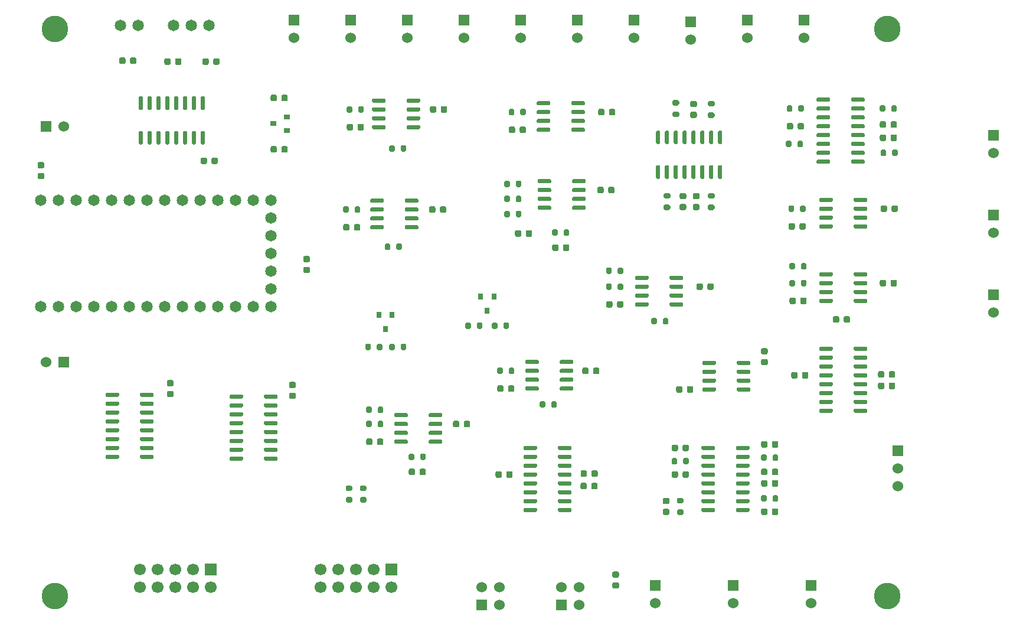
<source format=gts>
%TF.GenerationSoftware,KiCad,Pcbnew,5.1.7-a382d34a8~87~ubuntu18.04.1*%
%TF.CreationDate,2022-10-25T18:28:54-07:00*%
%TF.ProjectId,potentiostat,706f7465-6e74-4696-9f73-7461742e6b69,rev?*%
%TF.SameCoordinates,Original*%
%TF.FileFunction,Soldermask,Top*%
%TF.FilePolarity,Negative*%
%FSLAX46Y46*%
G04 Gerber Fmt 4.6, Leading zero omitted, Abs format (unit mm)*
G04 Created by KiCad (PCBNEW 5.1.7-a382d34a8~87~ubuntu18.04.1) date 2022-10-25 18:28:54*
%MOMM*%
%LPD*%
G01*
G04 APERTURE LIST*
%ADD10C,1.651000*%
%ADD11R,1.524000X1.524000*%
%ADD12C,1.524000*%
%ADD13C,1.700000*%
%ADD14R,1.700000X1.700000*%
%ADD15C,3.810000*%
%ADD16R,0.800000X0.900000*%
%ADD17R,0.900000X0.800000*%
G04 APERTURE END LIST*
D10*
%TO.C,U2*%
X52540000Y-79180000D03*
X55080000Y-79180000D03*
X57620000Y-79180000D03*
X60160000Y-79180000D03*
X62700000Y-79180000D03*
X65240000Y-79180000D03*
X67780000Y-79180000D03*
X70320000Y-79180000D03*
X72860000Y-79180000D03*
X75400000Y-79180000D03*
X77940000Y-79180000D03*
X80480000Y-79180000D03*
X83020000Y-79180000D03*
X85560000Y-79180000D03*
X85560000Y-81720000D03*
X85560000Y-84260000D03*
X85560000Y-86800000D03*
X85560000Y-89340000D03*
X85560000Y-91880000D03*
X85560000Y-94420000D03*
X83020000Y-94420000D03*
X80480000Y-94420000D03*
X77940000Y-94420000D03*
X75400000Y-94420000D03*
X72860000Y-94420000D03*
X70320000Y-94420000D03*
X67780000Y-94420000D03*
X65240000Y-94420000D03*
X62700000Y-94420000D03*
X60160000Y-94420000D03*
X57620000Y-94420000D03*
X55080000Y-94420000D03*
X52540000Y-94420000D03*
%TD*%
D11*
%TO.C,P5*%
X53340000Y-68580000D03*
D12*
X55880000Y-68580000D03*
%TD*%
%TO.C,C3*%
G36*
G01*
X174188000Y-104390000D02*
X174188000Y-103890000D01*
G75*
G02*
X174413000Y-103665000I225000J0D01*
G01*
X174863000Y-103665000D01*
G75*
G02*
X175088000Y-103890000I0J-225000D01*
G01*
X175088000Y-104390000D01*
G75*
G02*
X174863000Y-104615000I-225000J0D01*
G01*
X174413000Y-104615000D01*
G75*
G02*
X174188000Y-104390000I0J225000D01*
G01*
G37*
G36*
G01*
X172638000Y-104390000D02*
X172638000Y-103890000D01*
G75*
G02*
X172863000Y-103665000I225000J0D01*
G01*
X173313000Y-103665000D01*
G75*
G02*
X173538000Y-103890000I0J-225000D01*
G01*
X173538000Y-104390000D01*
G75*
G02*
X173313000Y-104615000I-225000J0D01*
G01*
X172863000Y-104615000D01*
G75*
G02*
X172638000Y-104390000I0J225000D01*
G01*
G37*
%TD*%
%TO.C,U11*%
G36*
G01*
X123804000Y-76604000D02*
X123804000Y-76304000D01*
G75*
G02*
X123954000Y-76154000I150000J0D01*
G01*
X125604000Y-76154000D01*
G75*
G02*
X125754000Y-76304000I0J-150000D01*
G01*
X125754000Y-76604000D01*
G75*
G02*
X125604000Y-76754000I-150000J0D01*
G01*
X123954000Y-76754000D01*
G75*
G02*
X123804000Y-76604000I0J150000D01*
G01*
G37*
G36*
G01*
X123804000Y-77874000D02*
X123804000Y-77574000D01*
G75*
G02*
X123954000Y-77424000I150000J0D01*
G01*
X125604000Y-77424000D01*
G75*
G02*
X125754000Y-77574000I0J-150000D01*
G01*
X125754000Y-77874000D01*
G75*
G02*
X125604000Y-78024000I-150000J0D01*
G01*
X123954000Y-78024000D01*
G75*
G02*
X123804000Y-77874000I0J150000D01*
G01*
G37*
G36*
G01*
X123804000Y-79144000D02*
X123804000Y-78844000D01*
G75*
G02*
X123954000Y-78694000I150000J0D01*
G01*
X125604000Y-78694000D01*
G75*
G02*
X125754000Y-78844000I0J-150000D01*
G01*
X125754000Y-79144000D01*
G75*
G02*
X125604000Y-79294000I-150000J0D01*
G01*
X123954000Y-79294000D01*
G75*
G02*
X123804000Y-79144000I0J150000D01*
G01*
G37*
G36*
G01*
X123804000Y-80414000D02*
X123804000Y-80114000D01*
G75*
G02*
X123954000Y-79964000I150000J0D01*
G01*
X125604000Y-79964000D01*
G75*
G02*
X125754000Y-80114000I0J-150000D01*
G01*
X125754000Y-80414000D01*
G75*
G02*
X125604000Y-80564000I-150000J0D01*
G01*
X123954000Y-80564000D01*
G75*
G02*
X123804000Y-80414000I0J150000D01*
G01*
G37*
G36*
G01*
X128754000Y-80414000D02*
X128754000Y-80114000D01*
G75*
G02*
X128904000Y-79964000I150000J0D01*
G01*
X130554000Y-79964000D01*
G75*
G02*
X130704000Y-80114000I0J-150000D01*
G01*
X130704000Y-80414000D01*
G75*
G02*
X130554000Y-80564000I-150000J0D01*
G01*
X128904000Y-80564000D01*
G75*
G02*
X128754000Y-80414000I0J150000D01*
G01*
G37*
G36*
G01*
X128754000Y-79144000D02*
X128754000Y-78844000D01*
G75*
G02*
X128904000Y-78694000I150000J0D01*
G01*
X130554000Y-78694000D01*
G75*
G02*
X130704000Y-78844000I0J-150000D01*
G01*
X130704000Y-79144000D01*
G75*
G02*
X130554000Y-79294000I-150000J0D01*
G01*
X128904000Y-79294000D01*
G75*
G02*
X128754000Y-79144000I0J150000D01*
G01*
G37*
G36*
G01*
X128754000Y-77874000D02*
X128754000Y-77574000D01*
G75*
G02*
X128904000Y-77424000I150000J0D01*
G01*
X130554000Y-77424000D01*
G75*
G02*
X130704000Y-77574000I0J-150000D01*
G01*
X130704000Y-77874000D01*
G75*
G02*
X130554000Y-78024000I-150000J0D01*
G01*
X128904000Y-78024000D01*
G75*
G02*
X128754000Y-77874000I0J150000D01*
G01*
G37*
G36*
G01*
X128754000Y-76604000D02*
X128754000Y-76304000D01*
G75*
G02*
X128904000Y-76154000I150000J0D01*
G01*
X130554000Y-76154000D01*
G75*
G02*
X130704000Y-76304000I0J-150000D01*
G01*
X130704000Y-76604000D01*
G75*
G02*
X130554000Y-76754000I-150000J0D01*
G01*
X128904000Y-76754000D01*
G75*
G02*
X128754000Y-76604000I0J150000D01*
G01*
G37*
%TD*%
D11*
%TO.C,K1*%
X175514000Y-115062000D03*
D12*
X175514000Y-117602000D03*
X175514000Y-120142000D03*
%TD*%
D13*
%TO.C,P14*%
X66802000Y-134620000D03*
X66802000Y-132080000D03*
X69342000Y-134620000D03*
X69342000Y-132080000D03*
X71882000Y-134620000D03*
X71882000Y-132080000D03*
X74422000Y-134620000D03*
X74422000Y-132080000D03*
X76962000Y-134620000D03*
D14*
X76962000Y-132080000D03*
%TD*%
D13*
%TO.C,P13*%
X92710000Y-134620000D03*
X92710000Y-132080000D03*
X95250000Y-134620000D03*
X95250000Y-132080000D03*
X97790000Y-134620000D03*
X97790000Y-132080000D03*
X100330000Y-134620000D03*
X100330000Y-132080000D03*
X102870000Y-134620000D03*
D14*
X102870000Y-132080000D03*
%TD*%
D11*
%TO.C,P7*%
X129540000Y-53340000D03*
D12*
X129540000Y-55880000D03*
%TD*%
D11*
%TO.C,P9*%
X137668000Y-53340000D03*
D12*
X137668000Y-55880000D03*
%TD*%
D11*
%TO.C,P20*%
X163068000Y-134366000D03*
D12*
X163068000Y-136906000D03*
%TD*%
%TO.C,P21*%
X145796000Y-56134000D03*
D11*
X145796000Y-53594000D03*
%TD*%
%TO.C,P19*%
X153924000Y-53340000D03*
D12*
X153924000Y-55880000D03*
%TD*%
D11*
%TO.C,P6*%
X121412000Y-53340000D03*
D12*
X121412000Y-55880000D03*
%TD*%
D11*
%TO.C,P10*%
X105156000Y-53340000D03*
D12*
X105156000Y-55880000D03*
%TD*%
D11*
%TO.C,P12*%
X97028000Y-53340000D03*
D12*
X97028000Y-55880000D03*
%TD*%
D11*
%TO.C,P11*%
X88900000Y-53340000D03*
D12*
X88900000Y-55880000D03*
%TD*%
D11*
%TO.C,P4*%
X55880000Y-102362000D03*
D12*
X53340000Y-102362000D03*
%TD*%
D11*
%TO.C,P18*%
X140716000Y-134366000D03*
D12*
X140716000Y-136906000D03*
%TD*%
D11*
%TO.C,P17*%
X151892000Y-134366000D03*
D12*
X151892000Y-136906000D03*
%TD*%
D11*
%TO.C,P8*%
X113284000Y-53340000D03*
D12*
X113284000Y-55880000D03*
%TD*%
D11*
%TO.C,P16*%
X127254000Y-137160000D03*
D12*
X127254000Y-134620000D03*
X129794000Y-137160000D03*
X129794000Y-134620000D03*
%TD*%
D11*
%TO.C,P15*%
X115824000Y-137160000D03*
D12*
X115824000Y-134620000D03*
X118364000Y-137160000D03*
X118364000Y-134620000D03*
%TD*%
D15*
%TO.C,H3*%
X173990000Y-135890000D03*
%TD*%
%TO.C,H4*%
X54610000Y-135890000D03*
%TD*%
%TO.C,H1*%
X54610000Y-54610000D03*
%TD*%
%TO.C,H2*%
X173990000Y-54610000D03*
%TD*%
%TO.C,C1*%
G36*
G01*
X86416000Y-71632000D02*
X86416000Y-72132000D01*
G75*
G02*
X86191000Y-72357000I-225000J0D01*
G01*
X85741000Y-72357000D01*
G75*
G02*
X85516000Y-72132000I0J225000D01*
G01*
X85516000Y-71632000D01*
G75*
G02*
X85741000Y-71407000I225000J0D01*
G01*
X86191000Y-71407000D01*
G75*
G02*
X86416000Y-71632000I0J-225000D01*
G01*
G37*
G36*
G01*
X87966000Y-71632000D02*
X87966000Y-72132000D01*
G75*
G02*
X87741000Y-72357000I-225000J0D01*
G01*
X87291000Y-72357000D01*
G75*
G02*
X87066000Y-72132000I0J225000D01*
G01*
X87066000Y-71632000D01*
G75*
G02*
X87291000Y-71407000I225000J0D01*
G01*
X87741000Y-71407000D01*
G75*
G02*
X87966000Y-71632000I0J-225000D01*
G01*
G37*
%TD*%
%TO.C,C2*%
G36*
G01*
X162642000Y-104017000D02*
X162642000Y-104517000D01*
G75*
G02*
X162417000Y-104742000I-225000J0D01*
G01*
X161967000Y-104742000D01*
G75*
G02*
X161742000Y-104517000I0J225000D01*
G01*
X161742000Y-104017000D01*
G75*
G02*
X161967000Y-103792000I225000J0D01*
G01*
X162417000Y-103792000D01*
G75*
G02*
X162642000Y-104017000I0J-225000D01*
G01*
G37*
G36*
G01*
X161092000Y-104017000D02*
X161092000Y-104517000D01*
G75*
G02*
X160867000Y-104742000I-225000J0D01*
G01*
X160417000Y-104742000D01*
G75*
G02*
X160192000Y-104517000I0J225000D01*
G01*
X160192000Y-104017000D01*
G75*
G02*
X160417000Y-103792000I225000J0D01*
G01*
X160867000Y-103792000D01*
G75*
G02*
X161092000Y-104017000I0J-225000D01*
G01*
G37*
%TD*%
%TO.C,C4*%
G36*
G01*
X174188000Y-106041000D02*
X174188000Y-105541000D01*
G75*
G02*
X174413000Y-105316000I225000J0D01*
G01*
X174863000Y-105316000D01*
G75*
G02*
X175088000Y-105541000I0J-225000D01*
G01*
X175088000Y-106041000D01*
G75*
G02*
X174863000Y-106266000I-225000J0D01*
G01*
X174413000Y-106266000D01*
G75*
G02*
X174188000Y-106041000I0J225000D01*
G01*
G37*
G36*
G01*
X172638000Y-106041000D02*
X172638000Y-105541000D01*
G75*
G02*
X172863000Y-105316000I225000J0D01*
G01*
X173313000Y-105316000D01*
G75*
G02*
X173538000Y-105541000I0J-225000D01*
G01*
X173538000Y-106041000D01*
G75*
G02*
X173313000Y-106266000I-225000J0D01*
G01*
X172863000Y-106266000D01*
G75*
G02*
X172638000Y-106041000I0J225000D01*
G01*
G37*
%TD*%
%TO.C,C5*%
G36*
G01*
X87966000Y-64266000D02*
X87966000Y-64766000D01*
G75*
G02*
X87741000Y-64991000I-225000J0D01*
G01*
X87291000Y-64991000D01*
G75*
G02*
X87066000Y-64766000I0J225000D01*
G01*
X87066000Y-64266000D01*
G75*
G02*
X87291000Y-64041000I225000J0D01*
G01*
X87741000Y-64041000D01*
G75*
G02*
X87966000Y-64266000I0J-225000D01*
G01*
G37*
G36*
G01*
X86416000Y-64266000D02*
X86416000Y-64766000D01*
G75*
G02*
X86191000Y-64991000I-225000J0D01*
G01*
X85741000Y-64991000D01*
G75*
G02*
X85516000Y-64766000I0J225000D01*
G01*
X85516000Y-64266000D01*
G75*
G02*
X85741000Y-64041000I225000J0D01*
G01*
X86191000Y-64041000D01*
G75*
G02*
X86416000Y-64266000I0J-225000D01*
G01*
G37*
%TD*%
%TO.C,C6*%
G36*
G01*
X126802000Y-85729000D02*
X126802000Y-86229000D01*
G75*
G02*
X126577000Y-86454000I-225000J0D01*
G01*
X126127000Y-86454000D01*
G75*
G02*
X125902000Y-86229000I0J225000D01*
G01*
X125902000Y-85729000D01*
G75*
G02*
X126127000Y-85504000I225000J0D01*
G01*
X126577000Y-85504000D01*
G75*
G02*
X126802000Y-85729000I0J-225000D01*
G01*
G37*
G36*
G01*
X128352000Y-85729000D02*
X128352000Y-86229000D01*
G75*
G02*
X128127000Y-86454000I-225000J0D01*
G01*
X127677000Y-86454000D01*
G75*
G02*
X127452000Y-86229000I0J225000D01*
G01*
X127452000Y-85729000D01*
G75*
G02*
X127677000Y-85504000I225000J0D01*
G01*
X128127000Y-85504000D01*
G75*
G02*
X128352000Y-85729000I0J-225000D01*
G01*
G37*
%TD*%
%TO.C,C7*%
G36*
G01*
X52828000Y-76155000D02*
X52328000Y-76155000D01*
G75*
G02*
X52103000Y-75930000I0J225000D01*
G01*
X52103000Y-75480000D01*
G75*
G02*
X52328000Y-75255000I225000J0D01*
G01*
X52828000Y-75255000D01*
G75*
G02*
X53053000Y-75480000I0J-225000D01*
G01*
X53053000Y-75930000D01*
G75*
G02*
X52828000Y-76155000I-225000J0D01*
G01*
G37*
G36*
G01*
X52828000Y-74605000D02*
X52328000Y-74605000D01*
G75*
G02*
X52103000Y-74380000I0J225000D01*
G01*
X52103000Y-73930000D01*
G75*
G02*
X52328000Y-73705000I225000J0D01*
G01*
X52828000Y-73705000D01*
G75*
G02*
X53053000Y-73930000I0J-225000D01*
G01*
X53053000Y-74380000D01*
G75*
G02*
X52828000Y-74605000I-225000J0D01*
G01*
G37*
%TD*%
%TO.C,C8*%
G36*
G01*
X90928000Y-88067000D02*
X90428000Y-88067000D01*
G75*
G02*
X90203000Y-87842000I0J225000D01*
G01*
X90203000Y-87392000D01*
G75*
G02*
X90428000Y-87167000I225000J0D01*
G01*
X90928000Y-87167000D01*
G75*
G02*
X91153000Y-87392000I0J-225000D01*
G01*
X91153000Y-87842000D01*
G75*
G02*
X90928000Y-88067000I-225000J0D01*
G01*
G37*
G36*
G01*
X90928000Y-89617000D02*
X90428000Y-89617000D01*
G75*
G02*
X90203000Y-89392000I0J225000D01*
G01*
X90203000Y-88942000D01*
G75*
G02*
X90428000Y-88717000I225000J0D01*
G01*
X90928000Y-88717000D01*
G75*
G02*
X91153000Y-88942000I0J-225000D01*
G01*
X91153000Y-89392000D01*
G75*
G02*
X90928000Y-89617000I-225000J0D01*
G01*
G37*
%TD*%
%TO.C,C9*%
G36*
G01*
X135251000Y-134829000D02*
X134751000Y-134829000D01*
G75*
G02*
X134526000Y-134604000I0J225000D01*
G01*
X134526000Y-134154000D01*
G75*
G02*
X134751000Y-133929000I225000J0D01*
G01*
X135251000Y-133929000D01*
G75*
G02*
X135476000Y-134154000I0J-225000D01*
G01*
X135476000Y-134604000D01*
G75*
G02*
X135251000Y-134829000I-225000J0D01*
G01*
G37*
G36*
G01*
X135251000Y-133279000D02*
X134751000Y-133279000D01*
G75*
G02*
X134526000Y-133054000I0J225000D01*
G01*
X134526000Y-132604000D01*
G75*
G02*
X134751000Y-132379000I225000J0D01*
G01*
X135251000Y-132379000D01*
G75*
G02*
X135476000Y-132604000I0J-225000D01*
G01*
X135476000Y-133054000D01*
G75*
G02*
X135251000Y-133279000I-225000J0D01*
G01*
G37*
%TD*%
%TO.C,C10*%
G36*
G01*
X71370000Y-105847000D02*
X70870000Y-105847000D01*
G75*
G02*
X70645000Y-105622000I0J225000D01*
G01*
X70645000Y-105172000D01*
G75*
G02*
X70870000Y-104947000I225000J0D01*
G01*
X71370000Y-104947000D01*
G75*
G02*
X71595000Y-105172000I0J-225000D01*
G01*
X71595000Y-105622000D01*
G75*
G02*
X71370000Y-105847000I-225000J0D01*
G01*
G37*
G36*
G01*
X71370000Y-107397000D02*
X70870000Y-107397000D01*
G75*
G02*
X70645000Y-107172000I0J225000D01*
G01*
X70645000Y-106722000D01*
G75*
G02*
X70870000Y-106497000I225000J0D01*
G01*
X71370000Y-106497000D01*
G75*
G02*
X71595000Y-106722000I0J-225000D01*
G01*
X71595000Y-107172000D01*
G75*
G02*
X71370000Y-107397000I-225000J0D01*
G01*
G37*
%TD*%
%TO.C,C11*%
G36*
G01*
X123018000Y-83697000D02*
X123018000Y-84197000D01*
G75*
G02*
X122793000Y-84422000I-225000J0D01*
G01*
X122343000Y-84422000D01*
G75*
G02*
X122118000Y-84197000I0J225000D01*
G01*
X122118000Y-83697000D01*
G75*
G02*
X122343000Y-83472000I225000J0D01*
G01*
X122793000Y-83472000D01*
G75*
G02*
X123018000Y-83697000I0J-225000D01*
G01*
G37*
G36*
G01*
X121468000Y-83697000D02*
X121468000Y-84197000D01*
G75*
G02*
X121243000Y-84422000I-225000J0D01*
G01*
X120793000Y-84422000D01*
G75*
G02*
X120568000Y-84197000I0J225000D01*
G01*
X120568000Y-83697000D01*
G75*
G02*
X120793000Y-83472000I225000J0D01*
G01*
X121243000Y-83472000D01*
G75*
G02*
X121468000Y-83697000I0J-225000D01*
G01*
G37*
%TD*%
%TO.C,C12*%
G36*
G01*
X97338000Y-68457000D02*
X97338000Y-68957000D01*
G75*
G02*
X97113000Y-69182000I-225000J0D01*
G01*
X96663000Y-69182000D01*
G75*
G02*
X96438000Y-68957000I0J225000D01*
G01*
X96438000Y-68457000D01*
G75*
G02*
X96663000Y-68232000I225000J0D01*
G01*
X97113000Y-68232000D01*
G75*
G02*
X97338000Y-68457000I0J-225000D01*
G01*
G37*
G36*
G01*
X98888000Y-68457000D02*
X98888000Y-68957000D01*
G75*
G02*
X98663000Y-69182000I-225000J0D01*
G01*
X98213000Y-69182000D01*
G75*
G02*
X97988000Y-68957000I0J225000D01*
G01*
X97988000Y-68457000D01*
G75*
G02*
X98213000Y-68232000I225000J0D01*
G01*
X98663000Y-68232000D01*
G75*
G02*
X98888000Y-68457000I0J-225000D01*
G01*
G37*
%TD*%
%TO.C,C13*%
G36*
G01*
X144403000Y-78150000D02*
X144903000Y-78150000D01*
G75*
G02*
X145128000Y-78375000I0J-225000D01*
G01*
X145128000Y-78825000D01*
G75*
G02*
X144903000Y-79050000I-225000J0D01*
G01*
X144403000Y-79050000D01*
G75*
G02*
X144178000Y-78825000I0J225000D01*
G01*
X144178000Y-78375000D01*
G75*
G02*
X144403000Y-78150000I225000J0D01*
G01*
G37*
G36*
G01*
X144403000Y-79700000D02*
X144903000Y-79700000D01*
G75*
G02*
X145128000Y-79925000I0J-225000D01*
G01*
X145128000Y-80375000D01*
G75*
G02*
X144903000Y-80600000I-225000J0D01*
G01*
X144403000Y-80600000D01*
G75*
G02*
X144178000Y-80375000I0J225000D01*
G01*
X144178000Y-79925000D01*
G75*
G02*
X144403000Y-79700000I225000J0D01*
G01*
G37*
%TD*%
%TO.C,C14*%
G36*
G01*
X122129000Y-68838000D02*
X122129000Y-69338000D01*
G75*
G02*
X121904000Y-69563000I-225000J0D01*
G01*
X121454000Y-69563000D01*
G75*
G02*
X121229000Y-69338000I0J225000D01*
G01*
X121229000Y-68838000D01*
G75*
G02*
X121454000Y-68613000I225000J0D01*
G01*
X121904000Y-68613000D01*
G75*
G02*
X122129000Y-68838000I0J-225000D01*
G01*
G37*
G36*
G01*
X120579000Y-68838000D02*
X120579000Y-69338000D01*
G75*
G02*
X120354000Y-69563000I-225000J0D01*
G01*
X119904000Y-69563000D01*
G75*
G02*
X119679000Y-69338000I0J225000D01*
G01*
X119679000Y-68838000D01*
G75*
G02*
X119904000Y-68613000I225000J0D01*
G01*
X120354000Y-68613000D01*
G75*
G02*
X120579000Y-68838000I0J-225000D01*
G01*
G37*
%TD*%
%TO.C,C15*%
G36*
G01*
X98380000Y-82808000D02*
X98380000Y-83308000D01*
G75*
G02*
X98155000Y-83533000I-225000J0D01*
G01*
X97705000Y-83533000D01*
G75*
G02*
X97480000Y-83308000I0J225000D01*
G01*
X97480000Y-82808000D01*
G75*
G02*
X97705000Y-82583000I225000J0D01*
G01*
X98155000Y-82583000D01*
G75*
G02*
X98380000Y-82808000I0J-225000D01*
G01*
G37*
G36*
G01*
X96830000Y-82808000D02*
X96830000Y-83308000D01*
G75*
G02*
X96605000Y-83533000I-225000J0D01*
G01*
X96155000Y-83533000D01*
G75*
G02*
X95930000Y-83308000I0J225000D01*
G01*
X95930000Y-82808000D01*
G75*
G02*
X96155000Y-82583000I225000J0D01*
G01*
X96605000Y-82583000D01*
G75*
G02*
X96830000Y-82808000I0J-225000D01*
G01*
G37*
%TD*%
%TO.C,C16*%
G36*
G01*
X133929000Y-77974000D02*
X133929000Y-77474000D01*
G75*
G02*
X134154000Y-77249000I225000J0D01*
G01*
X134604000Y-77249000D01*
G75*
G02*
X134829000Y-77474000I0J-225000D01*
G01*
X134829000Y-77974000D01*
G75*
G02*
X134604000Y-78199000I-225000J0D01*
G01*
X134154000Y-78199000D01*
G75*
G02*
X133929000Y-77974000I0J225000D01*
G01*
G37*
G36*
G01*
X132379000Y-77974000D02*
X132379000Y-77474000D01*
G75*
G02*
X132604000Y-77249000I225000J0D01*
G01*
X133054000Y-77249000D01*
G75*
G02*
X133279000Y-77474000I0J-225000D01*
G01*
X133279000Y-77974000D01*
G75*
G02*
X133054000Y-78199000I-225000J0D01*
G01*
X132604000Y-78199000D01*
G75*
G02*
X132379000Y-77974000I0J225000D01*
G01*
G37*
%TD*%
%TO.C,C17*%
G36*
G01*
X146427000Y-65842000D02*
X145927000Y-65842000D01*
G75*
G02*
X145702000Y-65617000I0J225000D01*
G01*
X145702000Y-65167000D01*
G75*
G02*
X145927000Y-64942000I225000J0D01*
G01*
X146427000Y-64942000D01*
G75*
G02*
X146652000Y-65167000I0J-225000D01*
G01*
X146652000Y-65617000D01*
G75*
G02*
X146427000Y-65842000I-225000J0D01*
G01*
G37*
G36*
G01*
X146427000Y-67392000D02*
X145927000Y-67392000D01*
G75*
G02*
X145702000Y-67167000I0J225000D01*
G01*
X145702000Y-66717000D01*
G75*
G02*
X145927000Y-66492000I225000J0D01*
G01*
X146427000Y-66492000D01*
G75*
G02*
X146652000Y-66717000I0J-225000D01*
G01*
X146652000Y-67167000D01*
G75*
G02*
X146427000Y-67392000I-225000J0D01*
G01*
G37*
%TD*%
%TO.C,C18*%
G36*
G01*
X109926000Y-66417000D02*
X109926000Y-65917000D01*
G75*
G02*
X110151000Y-65692000I225000J0D01*
G01*
X110601000Y-65692000D01*
G75*
G02*
X110826000Y-65917000I0J-225000D01*
G01*
X110826000Y-66417000D01*
G75*
G02*
X110601000Y-66642000I-225000J0D01*
G01*
X110151000Y-66642000D01*
G75*
G02*
X109926000Y-66417000I0J225000D01*
G01*
G37*
G36*
G01*
X108376000Y-66417000D02*
X108376000Y-65917000D01*
G75*
G02*
X108601000Y-65692000I225000J0D01*
G01*
X109051000Y-65692000D01*
G75*
G02*
X109276000Y-65917000I0J-225000D01*
G01*
X109276000Y-66417000D01*
G75*
G02*
X109051000Y-66642000I-225000J0D01*
G01*
X108601000Y-66642000D01*
G75*
G02*
X108376000Y-66417000I0J225000D01*
G01*
G37*
%TD*%
%TO.C,C19*%
G36*
G01*
X134056000Y-66798000D02*
X134056000Y-66298000D01*
G75*
G02*
X134281000Y-66073000I225000J0D01*
G01*
X134731000Y-66073000D01*
G75*
G02*
X134956000Y-66298000I0J-225000D01*
G01*
X134956000Y-66798000D01*
G75*
G02*
X134731000Y-67023000I-225000J0D01*
G01*
X134281000Y-67023000D01*
G75*
G02*
X134056000Y-66798000I0J225000D01*
G01*
G37*
G36*
G01*
X132506000Y-66798000D02*
X132506000Y-66298000D01*
G75*
G02*
X132731000Y-66073000I225000J0D01*
G01*
X133181000Y-66073000D01*
G75*
G02*
X133406000Y-66298000I0J-225000D01*
G01*
X133406000Y-66798000D01*
G75*
G02*
X133181000Y-67023000I-225000J0D01*
G01*
X132731000Y-67023000D01*
G75*
G02*
X132506000Y-66798000I0J225000D01*
G01*
G37*
%TD*%
%TO.C,C20*%
G36*
G01*
X146308000Y-78150000D02*
X146808000Y-78150000D01*
G75*
G02*
X147033000Y-78375000I0J-225000D01*
G01*
X147033000Y-78825000D01*
G75*
G02*
X146808000Y-79050000I-225000J0D01*
G01*
X146308000Y-79050000D01*
G75*
G02*
X146083000Y-78825000I0J225000D01*
G01*
X146083000Y-78375000D01*
G75*
G02*
X146308000Y-78150000I225000J0D01*
G01*
G37*
G36*
G01*
X146308000Y-79700000D02*
X146808000Y-79700000D01*
G75*
G02*
X147033000Y-79925000I0J-225000D01*
G01*
X147033000Y-80375000D01*
G75*
G02*
X146808000Y-80600000I-225000J0D01*
G01*
X146308000Y-80600000D01*
G75*
G02*
X146083000Y-80375000I0J225000D01*
G01*
X146083000Y-79925000D01*
G75*
G02*
X146308000Y-79700000I225000J0D01*
G01*
G37*
%TD*%
%TO.C,C21*%
G36*
G01*
X108249000Y-80768000D02*
X108249000Y-80268000D01*
G75*
G02*
X108474000Y-80043000I225000J0D01*
G01*
X108924000Y-80043000D01*
G75*
G02*
X109149000Y-80268000I0J-225000D01*
G01*
X109149000Y-80768000D01*
G75*
G02*
X108924000Y-80993000I-225000J0D01*
G01*
X108474000Y-80993000D01*
G75*
G02*
X108249000Y-80768000I0J225000D01*
G01*
G37*
G36*
G01*
X109799000Y-80768000D02*
X109799000Y-80268000D01*
G75*
G02*
X110024000Y-80043000I225000J0D01*
G01*
X110474000Y-80043000D01*
G75*
G02*
X110699000Y-80268000I0J-225000D01*
G01*
X110699000Y-80768000D01*
G75*
G02*
X110474000Y-80993000I-225000J0D01*
G01*
X110024000Y-80993000D01*
G75*
G02*
X109799000Y-80768000I0J225000D01*
G01*
G37*
%TD*%
%TO.C,C22*%
G36*
G01*
X70276000Y-59559000D02*
X70276000Y-59059000D01*
G75*
G02*
X70501000Y-58834000I225000J0D01*
G01*
X70951000Y-58834000D01*
G75*
G02*
X71176000Y-59059000I0J-225000D01*
G01*
X71176000Y-59559000D01*
G75*
G02*
X70951000Y-59784000I-225000J0D01*
G01*
X70501000Y-59784000D01*
G75*
G02*
X70276000Y-59559000I0J225000D01*
G01*
G37*
G36*
G01*
X71826000Y-59559000D02*
X71826000Y-59059000D01*
G75*
G02*
X72051000Y-58834000I225000J0D01*
G01*
X72501000Y-58834000D01*
G75*
G02*
X72726000Y-59059000I0J-225000D01*
G01*
X72726000Y-59559000D01*
G75*
G02*
X72501000Y-59784000I-225000J0D01*
G01*
X72051000Y-59784000D01*
G75*
G02*
X71826000Y-59559000I0J225000D01*
G01*
G37*
%TD*%
%TO.C,C23*%
G36*
G01*
X76637000Y-59059000D02*
X76637000Y-59559000D01*
G75*
G02*
X76412000Y-59784000I-225000J0D01*
G01*
X75962000Y-59784000D01*
G75*
G02*
X75737000Y-59559000I0J225000D01*
G01*
X75737000Y-59059000D01*
G75*
G02*
X75962000Y-58834000I225000J0D01*
G01*
X76412000Y-58834000D01*
G75*
G02*
X76637000Y-59059000I0J-225000D01*
G01*
G37*
G36*
G01*
X78187000Y-59059000D02*
X78187000Y-59559000D01*
G75*
G02*
X77962000Y-59784000I-225000J0D01*
G01*
X77512000Y-59784000D01*
G75*
G02*
X77287000Y-59559000I0J225000D01*
G01*
X77287000Y-59059000D01*
G75*
G02*
X77512000Y-58834000I225000J0D01*
G01*
X77962000Y-58834000D01*
G75*
G02*
X78187000Y-59059000I0J-225000D01*
G01*
G37*
%TD*%
%TO.C,C24*%
G36*
G01*
X65349000Y-59432000D02*
X65349000Y-58932000D01*
G75*
G02*
X65574000Y-58707000I225000J0D01*
G01*
X66024000Y-58707000D01*
G75*
G02*
X66249000Y-58932000I0J-225000D01*
G01*
X66249000Y-59432000D01*
G75*
G02*
X66024000Y-59657000I-225000J0D01*
G01*
X65574000Y-59657000D01*
G75*
G02*
X65349000Y-59432000I0J225000D01*
G01*
G37*
G36*
G01*
X63799000Y-59432000D02*
X63799000Y-58932000D01*
G75*
G02*
X64024000Y-58707000I225000J0D01*
G01*
X64474000Y-58707000D01*
G75*
G02*
X64699000Y-58932000I0J-225000D01*
G01*
X64699000Y-59432000D01*
G75*
G02*
X64474000Y-59657000I-225000J0D01*
G01*
X64024000Y-59657000D01*
G75*
G02*
X63799000Y-59432000I0J225000D01*
G01*
G37*
%TD*%
%TO.C,C25*%
G36*
G01*
X145497000Y-114431000D02*
X145497000Y-114931000D01*
G75*
G02*
X145272000Y-115156000I-225000J0D01*
G01*
X144822000Y-115156000D01*
G75*
G02*
X144597000Y-114931000I0J225000D01*
G01*
X144597000Y-114431000D01*
G75*
G02*
X144822000Y-114206000I225000J0D01*
G01*
X145272000Y-114206000D01*
G75*
G02*
X145497000Y-114431000I0J-225000D01*
G01*
G37*
G36*
G01*
X143947000Y-114431000D02*
X143947000Y-114931000D01*
G75*
G02*
X143722000Y-115156000I-225000J0D01*
G01*
X143272000Y-115156000D01*
G75*
G02*
X143047000Y-114931000I0J225000D01*
G01*
X143047000Y-114431000D01*
G75*
G02*
X143272000Y-114206000I225000J0D01*
G01*
X143722000Y-114206000D01*
G75*
G02*
X143947000Y-114431000I0J-225000D01*
G01*
G37*
%TD*%
%TO.C,C26*%
G36*
G01*
X141990000Y-123388000D02*
X142490000Y-123388000D01*
G75*
G02*
X142715000Y-123613000I0J-225000D01*
G01*
X142715000Y-124063000D01*
G75*
G02*
X142490000Y-124288000I-225000J0D01*
G01*
X141990000Y-124288000D01*
G75*
G02*
X141765000Y-124063000I0J225000D01*
G01*
X141765000Y-123613000D01*
G75*
G02*
X141990000Y-123388000I225000J0D01*
G01*
G37*
G36*
G01*
X141990000Y-121838000D02*
X142490000Y-121838000D01*
G75*
G02*
X142715000Y-122063000I0J-225000D01*
G01*
X142715000Y-122513000D01*
G75*
G02*
X142490000Y-122738000I-225000J0D01*
G01*
X141990000Y-122738000D01*
G75*
G02*
X141765000Y-122513000I0J225000D01*
G01*
X141765000Y-122063000D01*
G75*
G02*
X141990000Y-121838000I225000J0D01*
G01*
G37*
%TD*%
%TO.C,C27*%
G36*
G01*
X155874000Y-124075000D02*
X155874000Y-123575000D01*
G75*
G02*
X156099000Y-123350000I225000J0D01*
G01*
X156549000Y-123350000D01*
G75*
G02*
X156774000Y-123575000I0J-225000D01*
G01*
X156774000Y-124075000D01*
G75*
G02*
X156549000Y-124300000I-225000J0D01*
G01*
X156099000Y-124300000D01*
G75*
G02*
X155874000Y-124075000I0J225000D01*
G01*
G37*
G36*
G01*
X157424000Y-124075000D02*
X157424000Y-123575000D01*
G75*
G02*
X157649000Y-123350000I225000J0D01*
G01*
X158099000Y-123350000D01*
G75*
G02*
X158324000Y-123575000I0J-225000D01*
G01*
X158324000Y-124075000D01*
G75*
G02*
X158099000Y-124300000I-225000J0D01*
G01*
X157649000Y-124300000D01*
G75*
G02*
X157424000Y-124075000I0J225000D01*
G01*
G37*
%TD*%
%TO.C,C28*%
G36*
G01*
X155874000Y-114423000D02*
X155874000Y-113923000D01*
G75*
G02*
X156099000Y-113698000I225000J0D01*
G01*
X156549000Y-113698000D01*
G75*
G02*
X156774000Y-113923000I0J-225000D01*
G01*
X156774000Y-114423000D01*
G75*
G02*
X156549000Y-114648000I-225000J0D01*
G01*
X156099000Y-114648000D01*
G75*
G02*
X155874000Y-114423000I0J225000D01*
G01*
G37*
G36*
G01*
X157424000Y-114423000D02*
X157424000Y-113923000D01*
G75*
G02*
X157649000Y-113698000I225000J0D01*
G01*
X158099000Y-113698000D01*
G75*
G02*
X158324000Y-113923000I0J-225000D01*
G01*
X158324000Y-114423000D01*
G75*
G02*
X158099000Y-114648000I-225000J0D01*
G01*
X157649000Y-114648000D01*
G75*
G02*
X157424000Y-114423000I0J225000D01*
G01*
G37*
%TD*%
%TO.C,C29*%
G36*
G01*
X167061000Y-96016000D02*
X167061000Y-96516000D01*
G75*
G02*
X166836000Y-96741000I-225000J0D01*
G01*
X166386000Y-96741000D01*
G75*
G02*
X166161000Y-96516000I0J225000D01*
G01*
X166161000Y-96016000D01*
G75*
G02*
X166386000Y-95791000I225000J0D01*
G01*
X166836000Y-95791000D01*
G75*
G02*
X167061000Y-96016000I0J-225000D01*
G01*
G37*
G36*
G01*
X168611000Y-96016000D02*
X168611000Y-96516000D01*
G75*
G02*
X168386000Y-96741000I-225000J0D01*
G01*
X167936000Y-96741000D01*
G75*
G02*
X167711000Y-96516000I0J225000D01*
G01*
X167711000Y-96016000D01*
G75*
G02*
X167936000Y-95791000I225000J0D01*
G01*
X168386000Y-95791000D01*
G75*
G02*
X168611000Y-96016000I0J-225000D01*
G01*
G37*
%TD*%
%TO.C,C30*%
G36*
G01*
X107778000Y-117860000D02*
X107778000Y-118360000D01*
G75*
G02*
X107553000Y-118585000I-225000J0D01*
G01*
X107103000Y-118585000D01*
G75*
G02*
X106878000Y-118360000I0J225000D01*
G01*
X106878000Y-117860000D01*
G75*
G02*
X107103000Y-117635000I225000J0D01*
G01*
X107553000Y-117635000D01*
G75*
G02*
X107778000Y-117860000I0J-225000D01*
G01*
G37*
G36*
G01*
X106228000Y-117860000D02*
X106228000Y-118360000D01*
G75*
G02*
X106003000Y-118585000I-225000J0D01*
G01*
X105553000Y-118585000D01*
G75*
G02*
X105328000Y-118360000I0J225000D01*
G01*
X105328000Y-117860000D01*
G75*
G02*
X105553000Y-117635000I225000J0D01*
G01*
X106003000Y-117635000D01*
G75*
G02*
X106228000Y-117860000I0J-225000D01*
G01*
G37*
%TD*%
%TO.C,C31*%
G36*
G01*
X160457000Y-68330000D02*
X160457000Y-68830000D01*
G75*
G02*
X160232000Y-69055000I-225000J0D01*
G01*
X159782000Y-69055000D01*
G75*
G02*
X159557000Y-68830000I0J225000D01*
G01*
X159557000Y-68330000D01*
G75*
G02*
X159782000Y-68105000I225000J0D01*
G01*
X160232000Y-68105000D01*
G75*
G02*
X160457000Y-68330000I0J-225000D01*
G01*
G37*
G36*
G01*
X162007000Y-68330000D02*
X162007000Y-68830000D01*
G75*
G02*
X161782000Y-69055000I-225000J0D01*
G01*
X161332000Y-69055000D01*
G75*
G02*
X161107000Y-68830000I0J225000D01*
G01*
X161107000Y-68330000D01*
G75*
G02*
X161332000Y-68105000I225000J0D01*
G01*
X161782000Y-68105000D01*
G75*
G02*
X162007000Y-68330000I0J-225000D01*
G01*
G37*
%TD*%
%TO.C,C32*%
G36*
G01*
X160838000Y-93349000D02*
X160838000Y-93849000D01*
G75*
G02*
X160613000Y-94074000I-225000J0D01*
G01*
X160163000Y-94074000D01*
G75*
G02*
X159938000Y-93849000I0J225000D01*
G01*
X159938000Y-93349000D01*
G75*
G02*
X160163000Y-93124000I225000J0D01*
G01*
X160613000Y-93124000D01*
G75*
G02*
X160838000Y-93349000I0J-225000D01*
G01*
G37*
G36*
G01*
X162388000Y-93349000D02*
X162388000Y-93849000D01*
G75*
G02*
X162163000Y-94074000I-225000J0D01*
G01*
X161713000Y-94074000D01*
G75*
G02*
X161488000Y-93849000I0J225000D01*
G01*
X161488000Y-93349000D01*
G75*
G02*
X161713000Y-93124000I225000J0D01*
G01*
X162163000Y-93124000D01*
G75*
G02*
X162388000Y-93349000I0J-225000D01*
G01*
G37*
%TD*%
%TO.C,C33*%
G36*
G01*
X145497000Y-118241000D02*
X145497000Y-118741000D01*
G75*
G02*
X145272000Y-118966000I-225000J0D01*
G01*
X144822000Y-118966000D01*
G75*
G02*
X144597000Y-118741000I0J225000D01*
G01*
X144597000Y-118241000D01*
G75*
G02*
X144822000Y-118016000I225000J0D01*
G01*
X145272000Y-118016000D01*
G75*
G02*
X145497000Y-118241000I0J-225000D01*
G01*
G37*
G36*
G01*
X143947000Y-118241000D02*
X143947000Y-118741000D01*
G75*
G02*
X143722000Y-118966000I-225000J0D01*
G01*
X143272000Y-118966000D01*
G75*
G02*
X143047000Y-118741000I0J225000D01*
G01*
X143047000Y-118241000D01*
G75*
G02*
X143272000Y-118016000I225000J0D01*
G01*
X143722000Y-118016000D01*
G75*
G02*
X143947000Y-118241000I0J-225000D01*
G01*
G37*
%TD*%
%TO.C,C34*%
G36*
G01*
X144582000Y-106049000D02*
X144582000Y-106549000D01*
G75*
G02*
X144357000Y-106774000I-225000J0D01*
G01*
X143907000Y-106774000D01*
G75*
G02*
X143682000Y-106549000I0J225000D01*
G01*
X143682000Y-106049000D01*
G75*
G02*
X143907000Y-105824000I225000J0D01*
G01*
X144357000Y-105824000D01*
G75*
G02*
X144582000Y-106049000I0J-225000D01*
G01*
G37*
G36*
G01*
X146132000Y-106049000D02*
X146132000Y-106549000D01*
G75*
G02*
X145907000Y-106774000I-225000J0D01*
G01*
X145457000Y-106774000D01*
G75*
G02*
X145232000Y-106549000I0J225000D01*
G01*
X145232000Y-106049000D01*
G75*
G02*
X145457000Y-105824000I225000J0D01*
G01*
X145907000Y-105824000D01*
G75*
G02*
X146132000Y-106049000I0J-225000D01*
G01*
G37*
%TD*%
%TO.C,C35*%
G36*
G01*
X172892000Y-68576000D02*
X172892000Y-68076000D01*
G75*
G02*
X173117000Y-67851000I225000J0D01*
G01*
X173567000Y-67851000D01*
G75*
G02*
X173792000Y-68076000I0J-225000D01*
G01*
X173792000Y-68576000D01*
G75*
G02*
X173567000Y-68801000I-225000J0D01*
G01*
X173117000Y-68801000D01*
G75*
G02*
X172892000Y-68576000I0J225000D01*
G01*
G37*
G36*
G01*
X174442000Y-68576000D02*
X174442000Y-68076000D01*
G75*
G02*
X174667000Y-67851000I225000J0D01*
G01*
X175117000Y-67851000D01*
G75*
G02*
X175342000Y-68076000I0J-225000D01*
G01*
X175342000Y-68576000D01*
G75*
G02*
X175117000Y-68801000I-225000J0D01*
G01*
X174667000Y-68801000D01*
G75*
G02*
X174442000Y-68576000I0J225000D01*
G01*
G37*
%TD*%
%TO.C,C36*%
G36*
G01*
X160711000Y-82681000D02*
X160711000Y-83181000D01*
G75*
G02*
X160486000Y-83406000I-225000J0D01*
G01*
X160036000Y-83406000D01*
G75*
G02*
X159811000Y-83181000I0J225000D01*
G01*
X159811000Y-82681000D01*
G75*
G02*
X160036000Y-82456000I225000J0D01*
G01*
X160486000Y-82456000D01*
G75*
G02*
X160711000Y-82681000I0J-225000D01*
G01*
G37*
G36*
G01*
X162261000Y-82681000D02*
X162261000Y-83181000D01*
G75*
G02*
X162036000Y-83406000I-225000J0D01*
G01*
X161586000Y-83406000D01*
G75*
G02*
X161361000Y-83181000I0J225000D01*
G01*
X161361000Y-82681000D01*
G75*
G02*
X161586000Y-82456000I225000J0D01*
G01*
X162036000Y-82456000D01*
G75*
G02*
X162261000Y-82681000I0J-225000D01*
G01*
G37*
%TD*%
%TO.C,C37*%
G36*
G01*
X157424000Y-118360000D02*
X157424000Y-117860000D01*
G75*
G02*
X157649000Y-117635000I225000J0D01*
G01*
X158099000Y-117635000D01*
G75*
G02*
X158324000Y-117860000I0J-225000D01*
G01*
X158324000Y-118360000D01*
G75*
G02*
X158099000Y-118585000I-225000J0D01*
G01*
X157649000Y-118585000D01*
G75*
G02*
X157424000Y-118360000I0J225000D01*
G01*
G37*
G36*
G01*
X155874000Y-118360000D02*
X155874000Y-117860000D01*
G75*
G02*
X156099000Y-117635000I225000J0D01*
G01*
X156549000Y-117635000D01*
G75*
G02*
X156774000Y-117860000I0J-225000D01*
G01*
X156774000Y-118360000D01*
G75*
G02*
X156549000Y-118585000I-225000J0D01*
G01*
X156099000Y-118585000D01*
G75*
G02*
X155874000Y-118360000I0J225000D01*
G01*
G37*
%TD*%
%TO.C,C38*%
G36*
G01*
X156587000Y-102825000D02*
X156087000Y-102825000D01*
G75*
G02*
X155862000Y-102600000I0J225000D01*
G01*
X155862000Y-102150000D01*
G75*
G02*
X156087000Y-101925000I225000J0D01*
G01*
X156587000Y-101925000D01*
G75*
G02*
X156812000Y-102150000I0J-225000D01*
G01*
X156812000Y-102600000D01*
G75*
G02*
X156587000Y-102825000I-225000J0D01*
G01*
G37*
G36*
G01*
X156587000Y-101275000D02*
X156087000Y-101275000D01*
G75*
G02*
X155862000Y-101050000I0J225000D01*
G01*
X155862000Y-100600000D01*
G75*
G02*
X156087000Y-100375000I225000J0D01*
G01*
X156587000Y-100375000D01*
G75*
G02*
X156812000Y-100600000I0J-225000D01*
G01*
X156812000Y-101050000D01*
G75*
G02*
X156587000Y-101275000I-225000J0D01*
G01*
G37*
%TD*%
%TO.C,C39*%
G36*
G01*
X136099000Y-93857000D02*
X136099000Y-94357000D01*
G75*
G02*
X135874000Y-94582000I-225000J0D01*
G01*
X135424000Y-94582000D01*
G75*
G02*
X135199000Y-94357000I0J225000D01*
G01*
X135199000Y-93857000D01*
G75*
G02*
X135424000Y-93632000I225000J0D01*
G01*
X135874000Y-93632000D01*
G75*
G02*
X136099000Y-93857000I0J-225000D01*
G01*
G37*
G36*
G01*
X134549000Y-93857000D02*
X134549000Y-94357000D01*
G75*
G02*
X134324000Y-94582000I-225000J0D01*
G01*
X133874000Y-94582000D01*
G75*
G02*
X133649000Y-94357000I0J225000D01*
G01*
X133649000Y-93857000D01*
G75*
G02*
X133874000Y-93632000I225000J0D01*
G01*
X134324000Y-93632000D01*
G75*
G02*
X134549000Y-93857000I0J-225000D01*
G01*
G37*
%TD*%
%TO.C,C40*%
G36*
G01*
X172892000Y-70481000D02*
X172892000Y-69981000D01*
G75*
G02*
X173117000Y-69756000I225000J0D01*
G01*
X173567000Y-69756000D01*
G75*
G02*
X173792000Y-69981000I0J-225000D01*
G01*
X173792000Y-70481000D01*
G75*
G02*
X173567000Y-70706000I-225000J0D01*
G01*
X173117000Y-70706000D01*
G75*
G02*
X172892000Y-70481000I0J225000D01*
G01*
G37*
G36*
G01*
X174442000Y-70481000D02*
X174442000Y-69981000D01*
G75*
G02*
X174667000Y-69756000I225000J0D01*
G01*
X175117000Y-69756000D01*
G75*
G02*
X175342000Y-69981000I0J-225000D01*
G01*
X175342000Y-70481000D01*
G75*
G02*
X175117000Y-70706000I-225000J0D01*
G01*
X174667000Y-70706000D01*
G75*
G02*
X174442000Y-70481000I0J225000D01*
G01*
G37*
%TD*%
%TO.C,C41*%
G36*
G01*
X157424000Y-120011000D02*
X157424000Y-119511000D01*
G75*
G02*
X157649000Y-119286000I225000J0D01*
G01*
X158099000Y-119286000D01*
G75*
G02*
X158324000Y-119511000I0J-225000D01*
G01*
X158324000Y-120011000D01*
G75*
G02*
X158099000Y-120236000I-225000J0D01*
G01*
X157649000Y-120236000D01*
G75*
G02*
X157424000Y-120011000I0J225000D01*
G01*
G37*
G36*
G01*
X155874000Y-120011000D02*
X155874000Y-119511000D01*
G75*
G02*
X156099000Y-119286000I225000J0D01*
G01*
X156549000Y-119286000D01*
G75*
G02*
X156774000Y-119511000I0J-225000D01*
G01*
X156774000Y-120011000D01*
G75*
G02*
X156549000Y-120236000I-225000J0D01*
G01*
X156099000Y-120236000D01*
G75*
G02*
X155874000Y-120011000I0J225000D01*
G01*
G37*
%TD*%
%TO.C,C42*%
G36*
G01*
X120478000Y-105922000D02*
X120478000Y-106422000D01*
G75*
G02*
X120253000Y-106647000I-225000J0D01*
G01*
X119803000Y-106647000D01*
G75*
G02*
X119578000Y-106422000I0J225000D01*
G01*
X119578000Y-105922000D01*
G75*
G02*
X119803000Y-105697000I225000J0D01*
G01*
X120253000Y-105697000D01*
G75*
G02*
X120478000Y-105922000I0J-225000D01*
G01*
G37*
G36*
G01*
X118928000Y-105922000D02*
X118928000Y-106422000D01*
G75*
G02*
X118703000Y-106647000I-225000J0D01*
G01*
X118253000Y-106647000D01*
G75*
G02*
X118028000Y-106422000I0J225000D01*
G01*
X118028000Y-105922000D01*
G75*
G02*
X118253000Y-105697000I225000J0D01*
G01*
X118703000Y-105697000D01*
G75*
G02*
X118928000Y-105922000I0J-225000D01*
G01*
G37*
%TD*%
%TO.C,C43*%
G36*
G01*
X174442000Y-91309000D02*
X174442000Y-90809000D01*
G75*
G02*
X174667000Y-90584000I225000J0D01*
G01*
X175117000Y-90584000D01*
G75*
G02*
X175342000Y-90809000I0J-225000D01*
G01*
X175342000Y-91309000D01*
G75*
G02*
X175117000Y-91534000I-225000J0D01*
G01*
X174667000Y-91534000D01*
G75*
G02*
X174442000Y-91309000I0J225000D01*
G01*
G37*
G36*
G01*
X172892000Y-91309000D02*
X172892000Y-90809000D01*
G75*
G02*
X173117000Y-90584000I225000J0D01*
G01*
X173567000Y-90584000D01*
G75*
G02*
X173792000Y-90809000I0J-225000D01*
G01*
X173792000Y-91309000D01*
G75*
G02*
X173567000Y-91534000I-225000J0D01*
G01*
X173117000Y-91534000D01*
G75*
G02*
X172892000Y-91309000I0J225000D01*
G01*
G37*
%TD*%
%TO.C,C44*%
G36*
G01*
X100132000Y-113542000D02*
X100132000Y-114042000D01*
G75*
G02*
X99907000Y-114267000I-225000J0D01*
G01*
X99457000Y-114267000D01*
G75*
G02*
X99232000Y-114042000I0J225000D01*
G01*
X99232000Y-113542000D01*
G75*
G02*
X99457000Y-113317000I225000J0D01*
G01*
X99907000Y-113317000D01*
G75*
G02*
X100132000Y-113542000I0J-225000D01*
G01*
G37*
G36*
G01*
X101682000Y-113542000D02*
X101682000Y-114042000D01*
G75*
G02*
X101457000Y-114267000I-225000J0D01*
G01*
X101007000Y-114267000D01*
G75*
G02*
X100782000Y-114042000I0J225000D01*
G01*
X100782000Y-113542000D01*
G75*
G02*
X101007000Y-113317000I225000J0D01*
G01*
X101457000Y-113317000D01*
G75*
G02*
X101682000Y-113542000I0J-225000D01*
G01*
G37*
%TD*%
%TO.C,C45*%
G36*
G01*
X173019000Y-80641000D02*
X173019000Y-80141000D01*
G75*
G02*
X173244000Y-79916000I225000J0D01*
G01*
X173694000Y-79916000D01*
G75*
G02*
X173919000Y-80141000I0J-225000D01*
G01*
X173919000Y-80641000D01*
G75*
G02*
X173694000Y-80866000I-225000J0D01*
G01*
X173244000Y-80866000D01*
G75*
G02*
X173019000Y-80641000I0J225000D01*
G01*
G37*
G36*
G01*
X174569000Y-80641000D02*
X174569000Y-80141000D01*
G75*
G02*
X174794000Y-79916000I225000J0D01*
G01*
X175244000Y-79916000D01*
G75*
G02*
X175469000Y-80141000I0J-225000D01*
G01*
X175469000Y-80641000D01*
G75*
G02*
X175244000Y-80866000I-225000J0D01*
G01*
X174794000Y-80866000D01*
G75*
G02*
X174569000Y-80641000I0J225000D01*
G01*
G37*
%TD*%
%TO.C,C46*%
G36*
G01*
X88896000Y-107651000D02*
X88396000Y-107651000D01*
G75*
G02*
X88171000Y-107426000I0J225000D01*
G01*
X88171000Y-106976000D01*
G75*
G02*
X88396000Y-106751000I225000J0D01*
G01*
X88896000Y-106751000D01*
G75*
G02*
X89121000Y-106976000I0J-225000D01*
G01*
X89121000Y-107426000D01*
G75*
G02*
X88896000Y-107651000I-225000J0D01*
G01*
G37*
G36*
G01*
X88896000Y-106101000D02*
X88396000Y-106101000D01*
G75*
G02*
X88171000Y-105876000I0J225000D01*
G01*
X88171000Y-105426000D01*
G75*
G02*
X88396000Y-105201000I225000J0D01*
G01*
X88896000Y-105201000D01*
G75*
G02*
X89121000Y-105426000I0J-225000D01*
G01*
X89121000Y-105876000D01*
G75*
G02*
X88896000Y-106101000I-225000J0D01*
G01*
G37*
%TD*%
%TO.C,C47*%
G36*
G01*
X75483000Y-73783000D02*
X75483000Y-73283000D01*
G75*
G02*
X75708000Y-73058000I225000J0D01*
G01*
X76158000Y-73058000D01*
G75*
G02*
X76383000Y-73283000I0J-225000D01*
G01*
X76383000Y-73783000D01*
G75*
G02*
X76158000Y-74008000I-225000J0D01*
G01*
X75708000Y-74008000D01*
G75*
G02*
X75483000Y-73783000I0J225000D01*
G01*
G37*
G36*
G01*
X77033000Y-73783000D02*
X77033000Y-73283000D01*
G75*
G02*
X77258000Y-73058000I225000J0D01*
G01*
X77708000Y-73058000D01*
G75*
G02*
X77933000Y-73283000I0J-225000D01*
G01*
X77933000Y-73783000D01*
G75*
G02*
X77708000Y-74008000I-225000J0D01*
G01*
X77258000Y-74008000D01*
G75*
G02*
X77033000Y-73783000I0J225000D01*
G01*
G37*
%TD*%
%TO.C,C48*%
G36*
G01*
X130220000Y-103882000D02*
X130220000Y-103382000D01*
G75*
G02*
X130445000Y-103157000I225000J0D01*
G01*
X130895000Y-103157000D01*
G75*
G02*
X131120000Y-103382000I0J-225000D01*
G01*
X131120000Y-103882000D01*
G75*
G02*
X130895000Y-104107000I-225000J0D01*
G01*
X130445000Y-104107000D01*
G75*
G02*
X130220000Y-103882000I0J225000D01*
G01*
G37*
G36*
G01*
X131770000Y-103882000D02*
X131770000Y-103382000D01*
G75*
G02*
X131995000Y-103157000I225000J0D01*
G01*
X132445000Y-103157000D01*
G75*
G02*
X132670000Y-103382000I0J-225000D01*
G01*
X132670000Y-103882000D01*
G75*
G02*
X132445000Y-104107000I-225000J0D01*
G01*
X131995000Y-104107000D01*
G75*
G02*
X131770000Y-103882000I0J225000D01*
G01*
G37*
%TD*%
%TO.C,C50*%
G36*
G01*
X146603000Y-91817000D02*
X146603000Y-91317000D01*
G75*
G02*
X146828000Y-91092000I225000J0D01*
G01*
X147278000Y-91092000D01*
G75*
G02*
X147503000Y-91317000I0J-225000D01*
G01*
X147503000Y-91817000D01*
G75*
G02*
X147278000Y-92042000I-225000J0D01*
G01*
X146828000Y-92042000D01*
G75*
G02*
X146603000Y-91817000I0J225000D01*
G01*
G37*
G36*
G01*
X148153000Y-91817000D02*
X148153000Y-91317000D01*
G75*
G02*
X148378000Y-91092000I225000J0D01*
G01*
X148828000Y-91092000D01*
G75*
G02*
X149053000Y-91317000I0J-225000D01*
G01*
X149053000Y-91817000D01*
G75*
G02*
X148828000Y-92042000I-225000J0D01*
G01*
X148378000Y-92042000D01*
G75*
G02*
X148153000Y-91817000I0J225000D01*
G01*
G37*
%TD*%
%TO.C,C52*%
G36*
G01*
X113228000Y-111502000D02*
X113228000Y-111002000D01*
G75*
G02*
X113453000Y-110777000I225000J0D01*
G01*
X113903000Y-110777000D01*
G75*
G02*
X114128000Y-111002000I0J-225000D01*
G01*
X114128000Y-111502000D01*
G75*
G02*
X113903000Y-111727000I-225000J0D01*
G01*
X113453000Y-111727000D01*
G75*
G02*
X113228000Y-111502000I0J225000D01*
G01*
G37*
G36*
G01*
X111678000Y-111502000D02*
X111678000Y-111002000D01*
G75*
G02*
X111903000Y-110777000I225000J0D01*
G01*
X112353000Y-110777000D01*
G75*
G02*
X112578000Y-111002000I0J-225000D01*
G01*
X112578000Y-111502000D01*
G75*
G02*
X112353000Y-111727000I-225000J0D01*
G01*
X111903000Y-111727000D01*
G75*
G02*
X111678000Y-111502000I0J225000D01*
G01*
G37*
%TD*%
D16*
%TO.C,D1*%
X117536000Y-92980000D03*
X115636000Y-92980000D03*
X116586000Y-94980000D03*
%TD*%
%TO.C,D2*%
X102931000Y-95647000D03*
X101031000Y-95647000D03*
X101981000Y-97647000D03*
%TD*%
D11*
%TO.C,P22*%
X162052000Y-53340000D03*
D12*
X162052000Y-55880000D03*
%TD*%
%TO.C,R1*%
G36*
G01*
X119844000Y-76560000D02*
X119844000Y-77110000D01*
G75*
G02*
X119644000Y-77310000I-200000J0D01*
G01*
X119244000Y-77310000D01*
G75*
G02*
X119044000Y-77110000I0J200000D01*
G01*
X119044000Y-76560000D01*
G75*
G02*
X119244000Y-76360000I200000J0D01*
G01*
X119644000Y-76360000D01*
G75*
G02*
X119844000Y-76560000I0J-200000D01*
G01*
G37*
G36*
G01*
X121494000Y-76560000D02*
X121494000Y-77110000D01*
G75*
G02*
X121294000Y-77310000I-200000J0D01*
G01*
X120894000Y-77310000D01*
G75*
G02*
X120694000Y-77110000I0J200000D01*
G01*
X120694000Y-76560000D01*
G75*
G02*
X120894000Y-76360000I200000J0D01*
G01*
X121294000Y-76360000D01*
G75*
G02*
X121494000Y-76560000I0J-200000D01*
G01*
G37*
%TD*%
%TO.C,R2*%
G36*
G01*
X119844000Y-78719000D02*
X119844000Y-79269000D01*
G75*
G02*
X119644000Y-79469000I-200000J0D01*
G01*
X119244000Y-79469000D01*
G75*
G02*
X119044000Y-79269000I0J200000D01*
G01*
X119044000Y-78719000D01*
G75*
G02*
X119244000Y-78519000I200000J0D01*
G01*
X119644000Y-78519000D01*
G75*
G02*
X119844000Y-78719000I0J-200000D01*
G01*
G37*
G36*
G01*
X121494000Y-78719000D02*
X121494000Y-79269000D01*
G75*
G02*
X121294000Y-79469000I-200000J0D01*
G01*
X120894000Y-79469000D01*
G75*
G02*
X120694000Y-79269000I0J200000D01*
G01*
X120694000Y-78719000D01*
G75*
G02*
X120894000Y-78519000I200000J0D01*
G01*
X121294000Y-78519000D01*
G75*
G02*
X121494000Y-78719000I0J-200000D01*
G01*
G37*
%TD*%
%TO.C,R3*%
G36*
G01*
X119044000Y-81428000D02*
X119044000Y-80878000D01*
G75*
G02*
X119244000Y-80678000I200000J0D01*
G01*
X119644000Y-80678000D01*
G75*
G02*
X119844000Y-80878000I0J-200000D01*
G01*
X119844000Y-81428000D01*
G75*
G02*
X119644000Y-81628000I-200000J0D01*
G01*
X119244000Y-81628000D01*
G75*
G02*
X119044000Y-81428000I0J200000D01*
G01*
G37*
G36*
G01*
X120694000Y-81428000D02*
X120694000Y-80878000D01*
G75*
G02*
X120894000Y-80678000I200000J0D01*
G01*
X121294000Y-80678000D01*
G75*
G02*
X121494000Y-80878000I0J-200000D01*
G01*
X121494000Y-81428000D01*
G75*
G02*
X121294000Y-81628000I-200000J0D01*
G01*
X120894000Y-81628000D01*
G75*
G02*
X120694000Y-81428000I0J200000D01*
G01*
G37*
%TD*%
%TO.C,R4*%
G36*
G01*
X97238000Y-65892000D02*
X97238000Y-66442000D01*
G75*
G02*
X97038000Y-66642000I-200000J0D01*
G01*
X96638000Y-66642000D01*
G75*
G02*
X96438000Y-66442000I0J200000D01*
G01*
X96438000Y-65892000D01*
G75*
G02*
X96638000Y-65692000I200000J0D01*
G01*
X97038000Y-65692000D01*
G75*
G02*
X97238000Y-65892000I0J-200000D01*
G01*
G37*
G36*
G01*
X98888000Y-65892000D02*
X98888000Y-66442000D01*
G75*
G02*
X98688000Y-66642000I-200000J0D01*
G01*
X98288000Y-66642000D01*
G75*
G02*
X98088000Y-66442000I0J200000D01*
G01*
X98088000Y-65892000D01*
G75*
G02*
X98288000Y-65692000I200000J0D01*
G01*
X98688000Y-65692000D01*
G75*
G02*
X98888000Y-65892000I0J-200000D01*
G01*
G37*
%TD*%
%TO.C,R5*%
G36*
G01*
X128352000Y-83545000D02*
X128352000Y-84095000D01*
G75*
G02*
X128152000Y-84295000I-200000J0D01*
G01*
X127752000Y-84295000D01*
G75*
G02*
X127552000Y-84095000I0J200000D01*
G01*
X127552000Y-83545000D01*
G75*
G02*
X127752000Y-83345000I200000J0D01*
G01*
X128152000Y-83345000D01*
G75*
G02*
X128352000Y-83545000I0J-200000D01*
G01*
G37*
G36*
G01*
X126702000Y-83545000D02*
X126702000Y-84095000D01*
G75*
G02*
X126502000Y-84295000I-200000J0D01*
G01*
X126102000Y-84295000D01*
G75*
G02*
X125902000Y-84095000I0J200000D01*
G01*
X125902000Y-83545000D01*
G75*
G02*
X126102000Y-83345000I200000J0D01*
G01*
X126502000Y-83345000D01*
G75*
G02*
X126702000Y-83545000I0J-200000D01*
G01*
G37*
%TD*%
%TO.C,R6*%
G36*
G01*
X104984000Y-71480000D02*
X104984000Y-72030000D01*
G75*
G02*
X104784000Y-72230000I-200000J0D01*
G01*
X104384000Y-72230000D01*
G75*
G02*
X104184000Y-72030000I0J200000D01*
G01*
X104184000Y-71480000D01*
G75*
G02*
X104384000Y-71280000I200000J0D01*
G01*
X104784000Y-71280000D01*
G75*
G02*
X104984000Y-71480000I0J-200000D01*
G01*
G37*
G36*
G01*
X103334000Y-71480000D02*
X103334000Y-72030000D01*
G75*
G02*
X103134000Y-72230000I-200000J0D01*
G01*
X102734000Y-72230000D01*
G75*
G02*
X102534000Y-72030000I0J200000D01*
G01*
X102534000Y-71480000D01*
G75*
G02*
X102734000Y-71280000I200000J0D01*
G01*
X103134000Y-71280000D01*
G75*
G02*
X103334000Y-71480000I0J-200000D01*
G01*
G37*
%TD*%
%TO.C,R7*%
G36*
G01*
X122129000Y-66273000D02*
X122129000Y-66823000D01*
G75*
G02*
X121929000Y-67023000I-200000J0D01*
G01*
X121529000Y-67023000D01*
G75*
G02*
X121329000Y-66823000I0J200000D01*
G01*
X121329000Y-66273000D01*
G75*
G02*
X121529000Y-66073000I200000J0D01*
G01*
X121929000Y-66073000D01*
G75*
G02*
X122129000Y-66273000I0J-200000D01*
G01*
G37*
G36*
G01*
X120479000Y-66273000D02*
X120479000Y-66823000D01*
G75*
G02*
X120279000Y-67023000I-200000J0D01*
G01*
X119879000Y-67023000D01*
G75*
G02*
X119679000Y-66823000I0J200000D01*
G01*
X119679000Y-66273000D01*
G75*
G02*
X119879000Y-66073000I200000J0D01*
G01*
X120279000Y-66073000D01*
G75*
G02*
X120479000Y-66273000I0J-200000D01*
G01*
G37*
%TD*%
%TO.C,R8*%
G36*
G01*
X96730000Y-80243000D02*
X96730000Y-80793000D01*
G75*
G02*
X96530000Y-80993000I-200000J0D01*
G01*
X96130000Y-80993000D01*
G75*
G02*
X95930000Y-80793000I0J200000D01*
G01*
X95930000Y-80243000D01*
G75*
G02*
X96130000Y-80043000I200000J0D01*
G01*
X96530000Y-80043000D01*
G75*
G02*
X96730000Y-80243000I0J-200000D01*
G01*
G37*
G36*
G01*
X98380000Y-80243000D02*
X98380000Y-80793000D01*
G75*
G02*
X98180000Y-80993000I-200000J0D01*
G01*
X97780000Y-80993000D01*
G75*
G02*
X97580000Y-80793000I0J200000D01*
G01*
X97580000Y-80243000D01*
G75*
G02*
X97780000Y-80043000I200000J0D01*
G01*
X98180000Y-80043000D01*
G75*
G02*
X98380000Y-80243000I0J-200000D01*
G01*
G37*
%TD*%
%TO.C,R9*%
G36*
G01*
X148992000Y-65742000D02*
X148442000Y-65742000D01*
G75*
G02*
X148242000Y-65542000I0J200000D01*
G01*
X148242000Y-65142000D01*
G75*
G02*
X148442000Y-64942000I200000J0D01*
G01*
X148992000Y-64942000D01*
G75*
G02*
X149192000Y-65142000I0J-200000D01*
G01*
X149192000Y-65542000D01*
G75*
G02*
X148992000Y-65742000I-200000J0D01*
G01*
G37*
G36*
G01*
X148992000Y-67392000D02*
X148442000Y-67392000D01*
G75*
G02*
X148242000Y-67192000I0J200000D01*
G01*
X148242000Y-66792000D01*
G75*
G02*
X148442000Y-66592000I200000J0D01*
G01*
X148992000Y-66592000D01*
G75*
G02*
X149192000Y-66792000I0J-200000D01*
G01*
X149192000Y-67192000D01*
G75*
G02*
X148992000Y-67392000I-200000J0D01*
G01*
G37*
%TD*%
%TO.C,R10*%
G36*
G01*
X143912000Y-67265000D02*
X143362000Y-67265000D01*
G75*
G02*
X143162000Y-67065000I0J200000D01*
G01*
X143162000Y-66665000D01*
G75*
G02*
X143362000Y-66465000I200000J0D01*
G01*
X143912000Y-66465000D01*
G75*
G02*
X144112000Y-66665000I0J-200000D01*
G01*
X144112000Y-67065000D01*
G75*
G02*
X143912000Y-67265000I-200000J0D01*
G01*
G37*
G36*
G01*
X143912000Y-65615000D02*
X143362000Y-65615000D01*
G75*
G02*
X143162000Y-65415000I0J200000D01*
G01*
X143162000Y-65015000D01*
G75*
G02*
X143362000Y-64815000I200000J0D01*
G01*
X143912000Y-64815000D01*
G75*
G02*
X144112000Y-65015000I0J-200000D01*
G01*
X144112000Y-65415000D01*
G75*
G02*
X143912000Y-65615000I-200000J0D01*
G01*
G37*
%TD*%
%TO.C,R11*%
G36*
G01*
X142092000Y-79800000D02*
X142642000Y-79800000D01*
G75*
G02*
X142842000Y-80000000I0J-200000D01*
G01*
X142842000Y-80400000D01*
G75*
G02*
X142642000Y-80600000I-200000J0D01*
G01*
X142092000Y-80600000D01*
G75*
G02*
X141892000Y-80400000I0J200000D01*
G01*
X141892000Y-80000000D01*
G75*
G02*
X142092000Y-79800000I200000J0D01*
G01*
G37*
G36*
G01*
X142092000Y-78150000D02*
X142642000Y-78150000D01*
G75*
G02*
X142842000Y-78350000I0J-200000D01*
G01*
X142842000Y-78750000D01*
G75*
G02*
X142642000Y-78950000I-200000J0D01*
G01*
X142092000Y-78950000D01*
G75*
G02*
X141892000Y-78750000I0J200000D01*
G01*
X141892000Y-78350000D01*
G75*
G02*
X142092000Y-78150000I200000J0D01*
G01*
G37*
%TD*%
%TO.C,R12*%
G36*
G01*
X148442000Y-78150000D02*
X148992000Y-78150000D01*
G75*
G02*
X149192000Y-78350000I0J-200000D01*
G01*
X149192000Y-78750000D01*
G75*
G02*
X148992000Y-78950000I-200000J0D01*
G01*
X148442000Y-78950000D01*
G75*
G02*
X148242000Y-78750000I0J200000D01*
G01*
X148242000Y-78350000D01*
G75*
G02*
X148442000Y-78150000I200000J0D01*
G01*
G37*
G36*
G01*
X148442000Y-79800000D02*
X148992000Y-79800000D01*
G75*
G02*
X149192000Y-80000000I0J-200000D01*
G01*
X149192000Y-80400000D01*
G75*
G02*
X148992000Y-80600000I-200000J0D01*
G01*
X148442000Y-80600000D01*
G75*
G02*
X148242000Y-80400000I0J200000D01*
G01*
X148242000Y-80000000D01*
G75*
G02*
X148442000Y-79800000I200000J0D01*
G01*
G37*
%TD*%
%TO.C,R13*%
G36*
G01*
X102699000Y-85577000D02*
X102699000Y-86127000D01*
G75*
G02*
X102499000Y-86327000I-200000J0D01*
G01*
X102099000Y-86327000D01*
G75*
G02*
X101899000Y-86127000I0J200000D01*
G01*
X101899000Y-85577000D01*
G75*
G02*
X102099000Y-85377000I200000J0D01*
G01*
X102499000Y-85377000D01*
G75*
G02*
X102699000Y-85577000I0J-200000D01*
G01*
G37*
G36*
G01*
X104349000Y-85577000D02*
X104349000Y-86127000D01*
G75*
G02*
X104149000Y-86327000I-200000J0D01*
G01*
X103749000Y-86327000D01*
G75*
G02*
X103549000Y-86127000I0J200000D01*
G01*
X103549000Y-85577000D01*
G75*
G02*
X103749000Y-85377000I200000J0D01*
G01*
X104149000Y-85377000D01*
G75*
G02*
X104349000Y-85577000I0J-200000D01*
G01*
G37*
%TD*%
%TO.C,R14*%
G36*
G01*
X143847000Y-116311000D02*
X143847000Y-116861000D01*
G75*
G02*
X143647000Y-117061000I-200000J0D01*
G01*
X143247000Y-117061000D01*
G75*
G02*
X143047000Y-116861000I0J200000D01*
G01*
X143047000Y-116311000D01*
G75*
G02*
X143247000Y-116111000I200000J0D01*
G01*
X143647000Y-116111000D01*
G75*
G02*
X143847000Y-116311000I0J-200000D01*
G01*
G37*
G36*
G01*
X145497000Y-116311000D02*
X145497000Y-116861000D01*
G75*
G02*
X145297000Y-117061000I-200000J0D01*
G01*
X144897000Y-117061000D01*
G75*
G02*
X144697000Y-116861000I0J200000D01*
G01*
X144697000Y-116311000D01*
G75*
G02*
X144897000Y-116111000I200000J0D01*
G01*
X145297000Y-116111000D01*
G75*
G02*
X145497000Y-116311000I0J-200000D01*
G01*
G37*
%TD*%
%TO.C,R15*%
G36*
G01*
X143997000Y-123488000D02*
X144547000Y-123488000D01*
G75*
G02*
X144747000Y-123688000I0J-200000D01*
G01*
X144747000Y-124088000D01*
G75*
G02*
X144547000Y-124288000I-200000J0D01*
G01*
X143997000Y-124288000D01*
G75*
G02*
X143797000Y-124088000I0J200000D01*
G01*
X143797000Y-123688000D01*
G75*
G02*
X143997000Y-123488000I200000J0D01*
G01*
G37*
G36*
G01*
X143997000Y-121838000D02*
X144547000Y-121838000D01*
G75*
G02*
X144747000Y-122038000I0J-200000D01*
G01*
X144747000Y-122438000D01*
G75*
G02*
X144547000Y-122638000I-200000J0D01*
G01*
X143997000Y-122638000D01*
G75*
G02*
X143797000Y-122438000I0J200000D01*
G01*
X143797000Y-122038000D01*
G75*
G02*
X143997000Y-121838000I200000J0D01*
G01*
G37*
%TD*%
%TO.C,R16*%
G36*
G01*
X155874000Y-122195000D02*
X155874000Y-121645000D01*
G75*
G02*
X156074000Y-121445000I200000J0D01*
G01*
X156474000Y-121445000D01*
G75*
G02*
X156674000Y-121645000I0J-200000D01*
G01*
X156674000Y-122195000D01*
G75*
G02*
X156474000Y-122395000I-200000J0D01*
G01*
X156074000Y-122395000D01*
G75*
G02*
X155874000Y-122195000I0J200000D01*
G01*
G37*
G36*
G01*
X157524000Y-122195000D02*
X157524000Y-121645000D01*
G75*
G02*
X157724000Y-121445000I200000J0D01*
G01*
X158124000Y-121445000D01*
G75*
G02*
X158324000Y-121645000I0J-200000D01*
G01*
X158324000Y-122195000D01*
G75*
G02*
X158124000Y-122395000I-200000J0D01*
G01*
X157724000Y-122395000D01*
G75*
G02*
X157524000Y-122195000I0J200000D01*
G01*
G37*
%TD*%
%TO.C,R17*%
G36*
G01*
X157524000Y-116353000D02*
X157524000Y-115803000D01*
G75*
G02*
X157724000Y-115603000I200000J0D01*
G01*
X158124000Y-115603000D01*
G75*
G02*
X158324000Y-115803000I0J-200000D01*
G01*
X158324000Y-116353000D01*
G75*
G02*
X158124000Y-116553000I-200000J0D01*
G01*
X157724000Y-116553000D01*
G75*
G02*
X157524000Y-116353000I0J200000D01*
G01*
G37*
G36*
G01*
X155874000Y-116353000D02*
X155874000Y-115803000D01*
G75*
G02*
X156074000Y-115603000I200000J0D01*
G01*
X156474000Y-115603000D01*
G75*
G02*
X156674000Y-115803000I0J-200000D01*
G01*
X156674000Y-116353000D01*
G75*
G02*
X156474000Y-116553000I-200000J0D01*
G01*
X156074000Y-116553000D01*
G75*
G02*
X155874000Y-116353000I0J200000D01*
G01*
G37*
%TD*%
%TO.C,R18*%
G36*
G01*
X160738000Y-90784000D02*
X160738000Y-91334000D01*
G75*
G02*
X160538000Y-91534000I-200000J0D01*
G01*
X160138000Y-91534000D01*
G75*
G02*
X159938000Y-91334000I0J200000D01*
G01*
X159938000Y-90784000D01*
G75*
G02*
X160138000Y-90584000I200000J0D01*
G01*
X160538000Y-90584000D01*
G75*
G02*
X160738000Y-90784000I0J-200000D01*
G01*
G37*
G36*
G01*
X162388000Y-90784000D02*
X162388000Y-91334000D01*
G75*
G02*
X162188000Y-91534000I-200000J0D01*
G01*
X161788000Y-91534000D01*
G75*
G02*
X161588000Y-91334000I0J200000D01*
G01*
X161588000Y-90784000D01*
G75*
G02*
X161788000Y-90584000I200000J0D01*
G01*
X162188000Y-90584000D01*
G75*
G02*
X162388000Y-90784000I0J-200000D01*
G01*
G37*
%TD*%
%TO.C,R19*%
G36*
G01*
X159938000Y-88921000D02*
X159938000Y-88371000D01*
G75*
G02*
X160138000Y-88171000I200000J0D01*
G01*
X160538000Y-88171000D01*
G75*
G02*
X160738000Y-88371000I0J-200000D01*
G01*
X160738000Y-88921000D01*
G75*
G02*
X160538000Y-89121000I-200000J0D01*
G01*
X160138000Y-89121000D01*
G75*
G02*
X159938000Y-88921000I0J200000D01*
G01*
G37*
G36*
G01*
X161588000Y-88921000D02*
X161588000Y-88371000D01*
G75*
G02*
X161788000Y-88171000I200000J0D01*
G01*
X162188000Y-88171000D01*
G75*
G02*
X162388000Y-88371000I0J-200000D01*
G01*
X162388000Y-88921000D01*
G75*
G02*
X162188000Y-89121000I-200000J0D01*
G01*
X161788000Y-89121000D01*
G75*
G02*
X161588000Y-88921000I0J200000D01*
G01*
G37*
%TD*%
%TO.C,R20*%
G36*
G01*
X162261000Y-80116000D02*
X162261000Y-80666000D01*
G75*
G02*
X162061000Y-80866000I-200000J0D01*
G01*
X161661000Y-80866000D01*
G75*
G02*
X161461000Y-80666000I0J200000D01*
G01*
X161461000Y-80116000D01*
G75*
G02*
X161661000Y-79916000I200000J0D01*
G01*
X162061000Y-79916000D01*
G75*
G02*
X162261000Y-80116000I0J-200000D01*
G01*
G37*
G36*
G01*
X160611000Y-80116000D02*
X160611000Y-80666000D01*
G75*
G02*
X160411000Y-80866000I-200000J0D01*
G01*
X160011000Y-80866000D01*
G75*
G02*
X159811000Y-80666000I0J200000D01*
G01*
X159811000Y-80116000D01*
G75*
G02*
X160011000Y-79916000I200000J0D01*
G01*
X160411000Y-79916000D01*
G75*
G02*
X160611000Y-80116000I0J-200000D01*
G01*
G37*
%TD*%
%TO.C,R21*%
G36*
G01*
X160357000Y-65765000D02*
X160357000Y-66315000D01*
G75*
G02*
X160157000Y-66515000I-200000J0D01*
G01*
X159757000Y-66515000D01*
G75*
G02*
X159557000Y-66315000I0J200000D01*
G01*
X159557000Y-65765000D01*
G75*
G02*
X159757000Y-65565000I200000J0D01*
G01*
X160157000Y-65565000D01*
G75*
G02*
X160357000Y-65765000I0J-200000D01*
G01*
G37*
G36*
G01*
X162007000Y-65765000D02*
X162007000Y-66315000D01*
G75*
G02*
X161807000Y-66515000I-200000J0D01*
G01*
X161407000Y-66515000D01*
G75*
G02*
X161207000Y-66315000I0J200000D01*
G01*
X161207000Y-65765000D01*
G75*
G02*
X161407000Y-65565000I200000J0D01*
G01*
X161807000Y-65565000D01*
G75*
G02*
X162007000Y-65765000I0J-200000D01*
G01*
G37*
%TD*%
%TO.C,R22*%
G36*
G01*
X160230000Y-70845000D02*
X160230000Y-71395000D01*
G75*
G02*
X160030000Y-71595000I-200000J0D01*
G01*
X159630000Y-71595000D01*
G75*
G02*
X159430000Y-71395000I0J200000D01*
G01*
X159430000Y-70845000D01*
G75*
G02*
X159630000Y-70645000I200000J0D01*
G01*
X160030000Y-70645000D01*
G75*
G02*
X160230000Y-70845000I0J-200000D01*
G01*
G37*
G36*
G01*
X161880000Y-70845000D02*
X161880000Y-71395000D01*
G75*
G02*
X161680000Y-71595000I-200000J0D01*
G01*
X161280000Y-71595000D01*
G75*
G02*
X161080000Y-71395000I0J200000D01*
G01*
X161080000Y-70845000D01*
G75*
G02*
X161280000Y-70645000I200000J0D01*
G01*
X161680000Y-70645000D01*
G75*
G02*
X161880000Y-70845000I0J-200000D01*
G01*
G37*
%TD*%
%TO.C,R23*%
G36*
G01*
X173019000Y-72665000D02*
X173019000Y-72115000D01*
G75*
G02*
X173219000Y-71915000I200000J0D01*
G01*
X173619000Y-71915000D01*
G75*
G02*
X173819000Y-72115000I0J-200000D01*
G01*
X173819000Y-72665000D01*
G75*
G02*
X173619000Y-72865000I-200000J0D01*
G01*
X173219000Y-72865000D01*
G75*
G02*
X173019000Y-72665000I0J200000D01*
G01*
G37*
G36*
G01*
X174669000Y-72665000D02*
X174669000Y-72115000D01*
G75*
G02*
X174869000Y-71915000I200000J0D01*
G01*
X175269000Y-71915000D01*
G75*
G02*
X175469000Y-72115000I0J-200000D01*
G01*
X175469000Y-72665000D01*
G75*
G02*
X175269000Y-72865000I-200000J0D01*
G01*
X174869000Y-72865000D01*
G75*
G02*
X174669000Y-72665000I0J200000D01*
G01*
G37*
%TD*%
%TO.C,R24*%
G36*
G01*
X174542000Y-66315000D02*
X174542000Y-65765000D01*
G75*
G02*
X174742000Y-65565000I200000J0D01*
G01*
X175142000Y-65565000D01*
G75*
G02*
X175342000Y-65765000I0J-200000D01*
G01*
X175342000Y-66315000D01*
G75*
G02*
X175142000Y-66515000I-200000J0D01*
G01*
X174742000Y-66515000D01*
G75*
G02*
X174542000Y-66315000I0J200000D01*
G01*
G37*
G36*
G01*
X172892000Y-66315000D02*
X172892000Y-65765000D01*
G75*
G02*
X173092000Y-65565000I200000J0D01*
G01*
X173492000Y-65565000D01*
G75*
G02*
X173692000Y-65765000I0J-200000D01*
G01*
X173692000Y-66315000D01*
G75*
G02*
X173492000Y-66515000I-200000J0D01*
G01*
X173092000Y-66515000D01*
G75*
G02*
X172892000Y-66315000I0J200000D01*
G01*
G37*
%TD*%
%TO.C,R25*%
G36*
G01*
X136099000Y-91292000D02*
X136099000Y-91842000D01*
G75*
G02*
X135899000Y-92042000I-200000J0D01*
G01*
X135499000Y-92042000D01*
G75*
G02*
X135299000Y-91842000I0J200000D01*
G01*
X135299000Y-91292000D01*
G75*
G02*
X135499000Y-91092000I200000J0D01*
G01*
X135899000Y-91092000D01*
G75*
G02*
X136099000Y-91292000I0J-200000D01*
G01*
G37*
G36*
G01*
X134449000Y-91292000D02*
X134449000Y-91842000D01*
G75*
G02*
X134249000Y-92042000I-200000J0D01*
G01*
X133849000Y-92042000D01*
G75*
G02*
X133649000Y-91842000I0J200000D01*
G01*
X133649000Y-91292000D01*
G75*
G02*
X133849000Y-91092000I200000J0D01*
G01*
X134249000Y-91092000D01*
G75*
G02*
X134449000Y-91292000I0J-200000D01*
G01*
G37*
%TD*%
%TO.C,R26*%
G36*
G01*
X136099000Y-89006000D02*
X136099000Y-89556000D01*
G75*
G02*
X135899000Y-89756000I-200000J0D01*
G01*
X135499000Y-89756000D01*
G75*
G02*
X135299000Y-89556000I0J200000D01*
G01*
X135299000Y-89006000D01*
G75*
G02*
X135499000Y-88806000I200000J0D01*
G01*
X135899000Y-88806000D01*
G75*
G02*
X136099000Y-89006000I0J-200000D01*
G01*
G37*
G36*
G01*
X134449000Y-89006000D02*
X134449000Y-89556000D01*
G75*
G02*
X134249000Y-89756000I-200000J0D01*
G01*
X133849000Y-89756000D01*
G75*
G02*
X133649000Y-89556000I0J200000D01*
G01*
X133649000Y-89006000D01*
G75*
G02*
X133849000Y-88806000I200000J0D01*
G01*
X134249000Y-88806000D01*
G75*
G02*
X134449000Y-89006000I0J-200000D01*
G01*
G37*
%TD*%
%TO.C,R27*%
G36*
G01*
X120478000Y-103357000D02*
X120478000Y-103907000D01*
G75*
G02*
X120278000Y-104107000I-200000J0D01*
G01*
X119878000Y-104107000D01*
G75*
G02*
X119678000Y-103907000I0J200000D01*
G01*
X119678000Y-103357000D01*
G75*
G02*
X119878000Y-103157000I200000J0D01*
G01*
X120278000Y-103157000D01*
G75*
G02*
X120478000Y-103357000I0J-200000D01*
G01*
G37*
G36*
G01*
X118828000Y-103357000D02*
X118828000Y-103907000D01*
G75*
G02*
X118628000Y-104107000I-200000J0D01*
G01*
X118228000Y-104107000D01*
G75*
G02*
X118028000Y-103907000I0J200000D01*
G01*
X118028000Y-103357000D01*
G75*
G02*
X118228000Y-103157000I200000J0D01*
G01*
X118628000Y-103157000D01*
G75*
G02*
X118828000Y-103357000I0J-200000D01*
G01*
G37*
%TD*%
%TO.C,R28*%
G36*
G01*
X140926000Y-96245000D02*
X140926000Y-96795000D01*
G75*
G02*
X140726000Y-96995000I-200000J0D01*
G01*
X140326000Y-96995000D01*
G75*
G02*
X140126000Y-96795000I0J200000D01*
G01*
X140126000Y-96245000D01*
G75*
G02*
X140326000Y-96045000I200000J0D01*
G01*
X140726000Y-96045000D01*
G75*
G02*
X140926000Y-96245000I0J-200000D01*
G01*
G37*
G36*
G01*
X142576000Y-96245000D02*
X142576000Y-96795000D01*
G75*
G02*
X142376000Y-96995000I-200000J0D01*
G01*
X141976000Y-96995000D01*
G75*
G02*
X141776000Y-96795000I0J200000D01*
G01*
X141776000Y-96245000D01*
G75*
G02*
X141976000Y-96045000I200000J0D01*
G01*
X142376000Y-96045000D01*
G75*
G02*
X142576000Y-96245000I0J-200000D01*
G01*
G37*
%TD*%
%TO.C,R29*%
G36*
G01*
X124924000Y-108183000D02*
X124924000Y-108733000D01*
G75*
G02*
X124724000Y-108933000I-200000J0D01*
G01*
X124324000Y-108933000D01*
G75*
G02*
X124124000Y-108733000I0J200000D01*
G01*
X124124000Y-108183000D01*
G75*
G02*
X124324000Y-107983000I200000J0D01*
G01*
X124724000Y-107983000D01*
G75*
G02*
X124924000Y-108183000I0J-200000D01*
G01*
G37*
G36*
G01*
X126574000Y-108183000D02*
X126574000Y-108733000D01*
G75*
G02*
X126374000Y-108933000I-200000J0D01*
G01*
X125974000Y-108933000D01*
G75*
G02*
X125774000Y-108733000I0J200000D01*
G01*
X125774000Y-108183000D01*
G75*
G02*
X125974000Y-107983000I200000J0D01*
G01*
X126374000Y-107983000D01*
G75*
G02*
X126574000Y-108183000I0J-200000D01*
G01*
G37*
%TD*%
%TO.C,R30*%
G36*
G01*
X117266000Y-97430000D02*
X117266000Y-96880000D01*
G75*
G02*
X117466000Y-96680000I200000J0D01*
G01*
X117866000Y-96680000D01*
G75*
G02*
X118066000Y-96880000I0J-200000D01*
G01*
X118066000Y-97430000D01*
G75*
G02*
X117866000Y-97630000I-200000J0D01*
G01*
X117466000Y-97630000D01*
G75*
G02*
X117266000Y-97430000I0J200000D01*
G01*
G37*
G36*
G01*
X118916000Y-97430000D02*
X118916000Y-96880000D01*
G75*
G02*
X119116000Y-96680000I200000J0D01*
G01*
X119516000Y-96680000D01*
G75*
G02*
X119716000Y-96880000I0J-200000D01*
G01*
X119716000Y-97430000D01*
G75*
G02*
X119516000Y-97630000I-200000J0D01*
G01*
X119116000Y-97630000D01*
G75*
G02*
X118916000Y-97430000I0J200000D01*
G01*
G37*
%TD*%
%TO.C,R31*%
G36*
G01*
X113456000Y-97430000D02*
X113456000Y-96880000D01*
G75*
G02*
X113656000Y-96680000I200000J0D01*
G01*
X114056000Y-96680000D01*
G75*
G02*
X114256000Y-96880000I0J-200000D01*
G01*
X114256000Y-97430000D01*
G75*
G02*
X114056000Y-97630000I-200000J0D01*
G01*
X113656000Y-97630000D01*
G75*
G02*
X113456000Y-97430000I0J200000D01*
G01*
G37*
G36*
G01*
X115106000Y-97430000D02*
X115106000Y-96880000D01*
G75*
G02*
X115306000Y-96680000I200000J0D01*
G01*
X115706000Y-96680000D01*
G75*
G02*
X115906000Y-96880000I0J-200000D01*
G01*
X115906000Y-97430000D01*
G75*
G02*
X115706000Y-97630000I-200000J0D01*
G01*
X115306000Y-97630000D01*
G75*
G02*
X115106000Y-97430000I0J200000D01*
G01*
G37*
%TD*%
%TO.C,R32*%
G36*
G01*
X96499000Y-120060000D02*
X97049000Y-120060000D01*
G75*
G02*
X97249000Y-120260000I0J-200000D01*
G01*
X97249000Y-120660000D01*
G75*
G02*
X97049000Y-120860000I-200000J0D01*
G01*
X96499000Y-120860000D01*
G75*
G02*
X96299000Y-120660000I0J200000D01*
G01*
X96299000Y-120260000D01*
G75*
G02*
X96499000Y-120060000I200000J0D01*
G01*
G37*
G36*
G01*
X96499000Y-121710000D02*
X97049000Y-121710000D01*
G75*
G02*
X97249000Y-121910000I0J-200000D01*
G01*
X97249000Y-122310000D01*
G75*
G02*
X97049000Y-122510000I-200000J0D01*
G01*
X96499000Y-122510000D01*
G75*
G02*
X96299000Y-122310000I0J200000D01*
G01*
X96299000Y-121910000D01*
G75*
G02*
X96499000Y-121710000I200000J0D01*
G01*
G37*
%TD*%
%TO.C,R33*%
G36*
G01*
X100032000Y-110977000D02*
X100032000Y-111527000D01*
G75*
G02*
X99832000Y-111727000I-200000J0D01*
G01*
X99432000Y-111727000D01*
G75*
G02*
X99232000Y-111527000I0J200000D01*
G01*
X99232000Y-110977000D01*
G75*
G02*
X99432000Y-110777000I200000J0D01*
G01*
X99832000Y-110777000D01*
G75*
G02*
X100032000Y-110977000I0J-200000D01*
G01*
G37*
G36*
G01*
X101682000Y-110977000D02*
X101682000Y-111527000D01*
G75*
G02*
X101482000Y-111727000I-200000J0D01*
G01*
X101082000Y-111727000D01*
G75*
G02*
X100882000Y-111527000I0J200000D01*
G01*
X100882000Y-110977000D01*
G75*
G02*
X101082000Y-110777000I200000J0D01*
G01*
X101482000Y-110777000D01*
G75*
G02*
X101682000Y-110977000I0J-200000D01*
G01*
G37*
%TD*%
%TO.C,R34*%
G36*
G01*
X101682000Y-108945000D02*
X101682000Y-109495000D01*
G75*
G02*
X101482000Y-109695000I-200000J0D01*
G01*
X101082000Y-109695000D01*
G75*
G02*
X100882000Y-109495000I0J200000D01*
G01*
X100882000Y-108945000D01*
G75*
G02*
X101082000Y-108745000I200000J0D01*
G01*
X101482000Y-108745000D01*
G75*
G02*
X101682000Y-108945000I0J-200000D01*
G01*
G37*
G36*
G01*
X100032000Y-108945000D02*
X100032000Y-109495000D01*
G75*
G02*
X99832000Y-109695000I-200000J0D01*
G01*
X99432000Y-109695000D01*
G75*
G02*
X99232000Y-109495000I0J200000D01*
G01*
X99232000Y-108945000D01*
G75*
G02*
X99432000Y-108745000I200000J0D01*
G01*
X99832000Y-108745000D01*
G75*
G02*
X100032000Y-108945000I0J-200000D01*
G01*
G37*
%TD*%
%TO.C,R35*%
G36*
G01*
X98531000Y-120060000D02*
X99081000Y-120060000D01*
G75*
G02*
X99281000Y-120260000I0J-200000D01*
G01*
X99281000Y-120660000D01*
G75*
G02*
X99081000Y-120860000I-200000J0D01*
G01*
X98531000Y-120860000D01*
G75*
G02*
X98331000Y-120660000I0J200000D01*
G01*
X98331000Y-120260000D01*
G75*
G02*
X98531000Y-120060000I200000J0D01*
G01*
G37*
G36*
G01*
X98531000Y-121710000D02*
X99081000Y-121710000D01*
G75*
G02*
X99281000Y-121910000I0J-200000D01*
G01*
X99281000Y-122310000D01*
G75*
G02*
X99081000Y-122510000I-200000J0D01*
G01*
X98531000Y-122510000D01*
G75*
G02*
X98331000Y-122310000I0J200000D01*
G01*
X98331000Y-121910000D01*
G75*
G02*
X98531000Y-121710000I200000J0D01*
G01*
G37*
%TD*%
%TO.C,R36*%
G36*
G01*
X106128000Y-115676000D02*
X106128000Y-116226000D01*
G75*
G02*
X105928000Y-116426000I-200000J0D01*
G01*
X105528000Y-116426000D01*
G75*
G02*
X105328000Y-116226000I0J200000D01*
G01*
X105328000Y-115676000D01*
G75*
G02*
X105528000Y-115476000I200000J0D01*
G01*
X105928000Y-115476000D01*
G75*
G02*
X106128000Y-115676000I0J-200000D01*
G01*
G37*
G36*
G01*
X107778000Y-115676000D02*
X107778000Y-116226000D01*
G75*
G02*
X107578000Y-116426000I-200000J0D01*
G01*
X107178000Y-116426000D01*
G75*
G02*
X106978000Y-116226000I0J200000D01*
G01*
X106978000Y-115676000D01*
G75*
G02*
X107178000Y-115476000I200000J0D01*
G01*
X107578000Y-115476000D01*
G75*
G02*
X107778000Y-115676000I0J-200000D01*
G01*
G37*
%TD*%
%TO.C,R37*%
G36*
G01*
X102534000Y-100478000D02*
X102534000Y-99928000D01*
G75*
G02*
X102734000Y-99728000I200000J0D01*
G01*
X103134000Y-99728000D01*
G75*
G02*
X103334000Y-99928000I0J-200000D01*
G01*
X103334000Y-100478000D01*
G75*
G02*
X103134000Y-100678000I-200000J0D01*
G01*
X102734000Y-100678000D01*
G75*
G02*
X102534000Y-100478000I0J200000D01*
G01*
G37*
G36*
G01*
X104184000Y-100478000D02*
X104184000Y-99928000D01*
G75*
G02*
X104384000Y-99728000I200000J0D01*
G01*
X104784000Y-99728000D01*
G75*
G02*
X104984000Y-99928000I0J-200000D01*
G01*
X104984000Y-100478000D01*
G75*
G02*
X104784000Y-100678000I-200000J0D01*
G01*
X104384000Y-100678000D01*
G75*
G02*
X104184000Y-100478000I0J200000D01*
G01*
G37*
%TD*%
%TO.C,R38*%
G36*
G01*
X100755000Y-100478000D02*
X100755000Y-99928000D01*
G75*
G02*
X100955000Y-99728000I200000J0D01*
G01*
X101355000Y-99728000D01*
G75*
G02*
X101555000Y-99928000I0J-200000D01*
G01*
X101555000Y-100478000D01*
G75*
G02*
X101355000Y-100678000I-200000J0D01*
G01*
X100955000Y-100678000D01*
G75*
G02*
X100755000Y-100478000I0J200000D01*
G01*
G37*
G36*
G01*
X99105000Y-100478000D02*
X99105000Y-99928000D01*
G75*
G02*
X99305000Y-99728000I200000J0D01*
G01*
X99705000Y-99728000D01*
G75*
G02*
X99905000Y-99928000I0J-200000D01*
G01*
X99905000Y-100478000D01*
G75*
G02*
X99705000Y-100678000I-200000J0D01*
G01*
X99305000Y-100678000D01*
G75*
G02*
X99105000Y-100478000I0J200000D01*
G01*
G37*
%TD*%
%TO.C,U1*%
G36*
G01*
X66778000Y-107211000D02*
X66778000Y-106911000D01*
G75*
G02*
X66928000Y-106761000I150000J0D01*
G01*
X68578000Y-106761000D01*
G75*
G02*
X68728000Y-106911000I0J-150000D01*
G01*
X68728000Y-107211000D01*
G75*
G02*
X68578000Y-107361000I-150000J0D01*
G01*
X66928000Y-107361000D01*
G75*
G02*
X66778000Y-107211000I0J150000D01*
G01*
G37*
G36*
G01*
X66778000Y-108481000D02*
X66778000Y-108181000D01*
G75*
G02*
X66928000Y-108031000I150000J0D01*
G01*
X68578000Y-108031000D01*
G75*
G02*
X68728000Y-108181000I0J-150000D01*
G01*
X68728000Y-108481000D01*
G75*
G02*
X68578000Y-108631000I-150000J0D01*
G01*
X66928000Y-108631000D01*
G75*
G02*
X66778000Y-108481000I0J150000D01*
G01*
G37*
G36*
G01*
X66778000Y-109751000D02*
X66778000Y-109451000D01*
G75*
G02*
X66928000Y-109301000I150000J0D01*
G01*
X68578000Y-109301000D01*
G75*
G02*
X68728000Y-109451000I0J-150000D01*
G01*
X68728000Y-109751000D01*
G75*
G02*
X68578000Y-109901000I-150000J0D01*
G01*
X66928000Y-109901000D01*
G75*
G02*
X66778000Y-109751000I0J150000D01*
G01*
G37*
G36*
G01*
X66778000Y-111021000D02*
X66778000Y-110721000D01*
G75*
G02*
X66928000Y-110571000I150000J0D01*
G01*
X68578000Y-110571000D01*
G75*
G02*
X68728000Y-110721000I0J-150000D01*
G01*
X68728000Y-111021000D01*
G75*
G02*
X68578000Y-111171000I-150000J0D01*
G01*
X66928000Y-111171000D01*
G75*
G02*
X66778000Y-111021000I0J150000D01*
G01*
G37*
G36*
G01*
X66778000Y-112291000D02*
X66778000Y-111991000D01*
G75*
G02*
X66928000Y-111841000I150000J0D01*
G01*
X68578000Y-111841000D01*
G75*
G02*
X68728000Y-111991000I0J-150000D01*
G01*
X68728000Y-112291000D01*
G75*
G02*
X68578000Y-112441000I-150000J0D01*
G01*
X66928000Y-112441000D01*
G75*
G02*
X66778000Y-112291000I0J150000D01*
G01*
G37*
G36*
G01*
X66778000Y-113561000D02*
X66778000Y-113261000D01*
G75*
G02*
X66928000Y-113111000I150000J0D01*
G01*
X68578000Y-113111000D01*
G75*
G02*
X68728000Y-113261000I0J-150000D01*
G01*
X68728000Y-113561000D01*
G75*
G02*
X68578000Y-113711000I-150000J0D01*
G01*
X66928000Y-113711000D01*
G75*
G02*
X66778000Y-113561000I0J150000D01*
G01*
G37*
G36*
G01*
X66778000Y-114831000D02*
X66778000Y-114531000D01*
G75*
G02*
X66928000Y-114381000I150000J0D01*
G01*
X68578000Y-114381000D01*
G75*
G02*
X68728000Y-114531000I0J-150000D01*
G01*
X68728000Y-114831000D01*
G75*
G02*
X68578000Y-114981000I-150000J0D01*
G01*
X66928000Y-114981000D01*
G75*
G02*
X66778000Y-114831000I0J150000D01*
G01*
G37*
G36*
G01*
X66778000Y-116101000D02*
X66778000Y-115801000D01*
G75*
G02*
X66928000Y-115651000I150000J0D01*
G01*
X68578000Y-115651000D01*
G75*
G02*
X68728000Y-115801000I0J-150000D01*
G01*
X68728000Y-116101000D01*
G75*
G02*
X68578000Y-116251000I-150000J0D01*
G01*
X66928000Y-116251000D01*
G75*
G02*
X66778000Y-116101000I0J150000D01*
G01*
G37*
G36*
G01*
X61828000Y-116101000D02*
X61828000Y-115801000D01*
G75*
G02*
X61978000Y-115651000I150000J0D01*
G01*
X63628000Y-115651000D01*
G75*
G02*
X63778000Y-115801000I0J-150000D01*
G01*
X63778000Y-116101000D01*
G75*
G02*
X63628000Y-116251000I-150000J0D01*
G01*
X61978000Y-116251000D01*
G75*
G02*
X61828000Y-116101000I0J150000D01*
G01*
G37*
G36*
G01*
X61828000Y-114831000D02*
X61828000Y-114531000D01*
G75*
G02*
X61978000Y-114381000I150000J0D01*
G01*
X63628000Y-114381000D01*
G75*
G02*
X63778000Y-114531000I0J-150000D01*
G01*
X63778000Y-114831000D01*
G75*
G02*
X63628000Y-114981000I-150000J0D01*
G01*
X61978000Y-114981000D01*
G75*
G02*
X61828000Y-114831000I0J150000D01*
G01*
G37*
G36*
G01*
X61828000Y-113561000D02*
X61828000Y-113261000D01*
G75*
G02*
X61978000Y-113111000I150000J0D01*
G01*
X63628000Y-113111000D01*
G75*
G02*
X63778000Y-113261000I0J-150000D01*
G01*
X63778000Y-113561000D01*
G75*
G02*
X63628000Y-113711000I-150000J0D01*
G01*
X61978000Y-113711000D01*
G75*
G02*
X61828000Y-113561000I0J150000D01*
G01*
G37*
G36*
G01*
X61828000Y-112291000D02*
X61828000Y-111991000D01*
G75*
G02*
X61978000Y-111841000I150000J0D01*
G01*
X63628000Y-111841000D01*
G75*
G02*
X63778000Y-111991000I0J-150000D01*
G01*
X63778000Y-112291000D01*
G75*
G02*
X63628000Y-112441000I-150000J0D01*
G01*
X61978000Y-112441000D01*
G75*
G02*
X61828000Y-112291000I0J150000D01*
G01*
G37*
G36*
G01*
X61828000Y-111021000D02*
X61828000Y-110721000D01*
G75*
G02*
X61978000Y-110571000I150000J0D01*
G01*
X63628000Y-110571000D01*
G75*
G02*
X63778000Y-110721000I0J-150000D01*
G01*
X63778000Y-111021000D01*
G75*
G02*
X63628000Y-111171000I-150000J0D01*
G01*
X61978000Y-111171000D01*
G75*
G02*
X61828000Y-111021000I0J150000D01*
G01*
G37*
G36*
G01*
X61828000Y-109751000D02*
X61828000Y-109451000D01*
G75*
G02*
X61978000Y-109301000I150000J0D01*
G01*
X63628000Y-109301000D01*
G75*
G02*
X63778000Y-109451000I0J-150000D01*
G01*
X63778000Y-109751000D01*
G75*
G02*
X63628000Y-109901000I-150000J0D01*
G01*
X61978000Y-109901000D01*
G75*
G02*
X61828000Y-109751000I0J150000D01*
G01*
G37*
G36*
G01*
X61828000Y-108481000D02*
X61828000Y-108181000D01*
G75*
G02*
X61978000Y-108031000I150000J0D01*
G01*
X63628000Y-108031000D01*
G75*
G02*
X63778000Y-108181000I0J-150000D01*
G01*
X63778000Y-108481000D01*
G75*
G02*
X63628000Y-108631000I-150000J0D01*
G01*
X61978000Y-108631000D01*
G75*
G02*
X61828000Y-108481000I0J150000D01*
G01*
G37*
G36*
G01*
X61828000Y-107211000D02*
X61828000Y-106911000D01*
G75*
G02*
X61978000Y-106761000I150000J0D01*
G01*
X63628000Y-106761000D01*
G75*
G02*
X63778000Y-106911000I0J-150000D01*
G01*
X63778000Y-107211000D01*
G75*
G02*
X63628000Y-107361000I-150000J0D01*
G01*
X61978000Y-107361000D01*
G75*
G02*
X61828000Y-107211000I0J150000D01*
G01*
G37*
%TD*%
%TO.C,U3*%
G36*
G01*
X149837000Y-69194000D02*
X150137000Y-69194000D01*
G75*
G02*
X150287000Y-69344000I0J-150000D01*
G01*
X150287000Y-70994000D01*
G75*
G02*
X150137000Y-71144000I-150000J0D01*
G01*
X149837000Y-71144000D01*
G75*
G02*
X149687000Y-70994000I0J150000D01*
G01*
X149687000Y-69344000D01*
G75*
G02*
X149837000Y-69194000I150000J0D01*
G01*
G37*
G36*
G01*
X148567000Y-69194000D02*
X148867000Y-69194000D01*
G75*
G02*
X149017000Y-69344000I0J-150000D01*
G01*
X149017000Y-70994000D01*
G75*
G02*
X148867000Y-71144000I-150000J0D01*
G01*
X148567000Y-71144000D01*
G75*
G02*
X148417000Y-70994000I0J150000D01*
G01*
X148417000Y-69344000D01*
G75*
G02*
X148567000Y-69194000I150000J0D01*
G01*
G37*
G36*
G01*
X147297000Y-69194000D02*
X147597000Y-69194000D01*
G75*
G02*
X147747000Y-69344000I0J-150000D01*
G01*
X147747000Y-70994000D01*
G75*
G02*
X147597000Y-71144000I-150000J0D01*
G01*
X147297000Y-71144000D01*
G75*
G02*
X147147000Y-70994000I0J150000D01*
G01*
X147147000Y-69344000D01*
G75*
G02*
X147297000Y-69194000I150000J0D01*
G01*
G37*
G36*
G01*
X146027000Y-69194000D02*
X146327000Y-69194000D01*
G75*
G02*
X146477000Y-69344000I0J-150000D01*
G01*
X146477000Y-70994000D01*
G75*
G02*
X146327000Y-71144000I-150000J0D01*
G01*
X146027000Y-71144000D01*
G75*
G02*
X145877000Y-70994000I0J150000D01*
G01*
X145877000Y-69344000D01*
G75*
G02*
X146027000Y-69194000I150000J0D01*
G01*
G37*
G36*
G01*
X144757000Y-69194000D02*
X145057000Y-69194000D01*
G75*
G02*
X145207000Y-69344000I0J-150000D01*
G01*
X145207000Y-70994000D01*
G75*
G02*
X145057000Y-71144000I-150000J0D01*
G01*
X144757000Y-71144000D01*
G75*
G02*
X144607000Y-70994000I0J150000D01*
G01*
X144607000Y-69344000D01*
G75*
G02*
X144757000Y-69194000I150000J0D01*
G01*
G37*
G36*
G01*
X143487000Y-69194000D02*
X143787000Y-69194000D01*
G75*
G02*
X143937000Y-69344000I0J-150000D01*
G01*
X143937000Y-70994000D01*
G75*
G02*
X143787000Y-71144000I-150000J0D01*
G01*
X143487000Y-71144000D01*
G75*
G02*
X143337000Y-70994000I0J150000D01*
G01*
X143337000Y-69344000D01*
G75*
G02*
X143487000Y-69194000I150000J0D01*
G01*
G37*
G36*
G01*
X142217000Y-69194000D02*
X142517000Y-69194000D01*
G75*
G02*
X142667000Y-69344000I0J-150000D01*
G01*
X142667000Y-70994000D01*
G75*
G02*
X142517000Y-71144000I-150000J0D01*
G01*
X142217000Y-71144000D01*
G75*
G02*
X142067000Y-70994000I0J150000D01*
G01*
X142067000Y-69344000D01*
G75*
G02*
X142217000Y-69194000I150000J0D01*
G01*
G37*
G36*
G01*
X140947000Y-69194000D02*
X141247000Y-69194000D01*
G75*
G02*
X141397000Y-69344000I0J-150000D01*
G01*
X141397000Y-70994000D01*
G75*
G02*
X141247000Y-71144000I-150000J0D01*
G01*
X140947000Y-71144000D01*
G75*
G02*
X140797000Y-70994000I0J150000D01*
G01*
X140797000Y-69344000D01*
G75*
G02*
X140947000Y-69194000I150000J0D01*
G01*
G37*
G36*
G01*
X140947000Y-74144000D02*
X141247000Y-74144000D01*
G75*
G02*
X141397000Y-74294000I0J-150000D01*
G01*
X141397000Y-75944000D01*
G75*
G02*
X141247000Y-76094000I-150000J0D01*
G01*
X140947000Y-76094000D01*
G75*
G02*
X140797000Y-75944000I0J150000D01*
G01*
X140797000Y-74294000D01*
G75*
G02*
X140947000Y-74144000I150000J0D01*
G01*
G37*
G36*
G01*
X142217000Y-74144000D02*
X142517000Y-74144000D01*
G75*
G02*
X142667000Y-74294000I0J-150000D01*
G01*
X142667000Y-75944000D01*
G75*
G02*
X142517000Y-76094000I-150000J0D01*
G01*
X142217000Y-76094000D01*
G75*
G02*
X142067000Y-75944000I0J150000D01*
G01*
X142067000Y-74294000D01*
G75*
G02*
X142217000Y-74144000I150000J0D01*
G01*
G37*
G36*
G01*
X143487000Y-74144000D02*
X143787000Y-74144000D01*
G75*
G02*
X143937000Y-74294000I0J-150000D01*
G01*
X143937000Y-75944000D01*
G75*
G02*
X143787000Y-76094000I-150000J0D01*
G01*
X143487000Y-76094000D01*
G75*
G02*
X143337000Y-75944000I0J150000D01*
G01*
X143337000Y-74294000D01*
G75*
G02*
X143487000Y-74144000I150000J0D01*
G01*
G37*
G36*
G01*
X144757000Y-74144000D02*
X145057000Y-74144000D01*
G75*
G02*
X145207000Y-74294000I0J-150000D01*
G01*
X145207000Y-75944000D01*
G75*
G02*
X145057000Y-76094000I-150000J0D01*
G01*
X144757000Y-76094000D01*
G75*
G02*
X144607000Y-75944000I0J150000D01*
G01*
X144607000Y-74294000D01*
G75*
G02*
X144757000Y-74144000I150000J0D01*
G01*
G37*
G36*
G01*
X146027000Y-74144000D02*
X146327000Y-74144000D01*
G75*
G02*
X146477000Y-74294000I0J-150000D01*
G01*
X146477000Y-75944000D01*
G75*
G02*
X146327000Y-76094000I-150000J0D01*
G01*
X146027000Y-76094000D01*
G75*
G02*
X145877000Y-75944000I0J150000D01*
G01*
X145877000Y-74294000D01*
G75*
G02*
X146027000Y-74144000I150000J0D01*
G01*
G37*
G36*
G01*
X147297000Y-74144000D02*
X147597000Y-74144000D01*
G75*
G02*
X147747000Y-74294000I0J-150000D01*
G01*
X147747000Y-75944000D01*
G75*
G02*
X147597000Y-76094000I-150000J0D01*
G01*
X147297000Y-76094000D01*
G75*
G02*
X147147000Y-75944000I0J150000D01*
G01*
X147147000Y-74294000D01*
G75*
G02*
X147297000Y-74144000I150000J0D01*
G01*
G37*
G36*
G01*
X148567000Y-74144000D02*
X148867000Y-74144000D01*
G75*
G02*
X149017000Y-74294000I0J-150000D01*
G01*
X149017000Y-75944000D01*
G75*
G02*
X148867000Y-76094000I-150000J0D01*
G01*
X148567000Y-76094000D01*
G75*
G02*
X148417000Y-75944000I0J150000D01*
G01*
X148417000Y-74294000D01*
G75*
G02*
X148567000Y-74144000I150000J0D01*
G01*
G37*
G36*
G01*
X149837000Y-74144000D02*
X150137000Y-74144000D01*
G75*
G02*
X150287000Y-74294000I0J-150000D01*
G01*
X150287000Y-75944000D01*
G75*
G02*
X150137000Y-76094000I-150000J0D01*
G01*
X149837000Y-76094000D01*
G75*
G02*
X149687000Y-75944000I0J150000D01*
G01*
X149687000Y-74294000D01*
G75*
G02*
X149837000Y-74144000I150000J0D01*
G01*
G37*
%TD*%
%TO.C,U4*%
G36*
G01*
X164190000Y-100607000D02*
X164190000Y-100307000D01*
G75*
G02*
X164340000Y-100157000I150000J0D01*
G01*
X165990000Y-100157000D01*
G75*
G02*
X166140000Y-100307000I0J-150000D01*
G01*
X166140000Y-100607000D01*
G75*
G02*
X165990000Y-100757000I-150000J0D01*
G01*
X164340000Y-100757000D01*
G75*
G02*
X164190000Y-100607000I0J150000D01*
G01*
G37*
G36*
G01*
X164190000Y-101877000D02*
X164190000Y-101577000D01*
G75*
G02*
X164340000Y-101427000I150000J0D01*
G01*
X165990000Y-101427000D01*
G75*
G02*
X166140000Y-101577000I0J-150000D01*
G01*
X166140000Y-101877000D01*
G75*
G02*
X165990000Y-102027000I-150000J0D01*
G01*
X164340000Y-102027000D01*
G75*
G02*
X164190000Y-101877000I0J150000D01*
G01*
G37*
G36*
G01*
X164190000Y-103147000D02*
X164190000Y-102847000D01*
G75*
G02*
X164340000Y-102697000I150000J0D01*
G01*
X165990000Y-102697000D01*
G75*
G02*
X166140000Y-102847000I0J-150000D01*
G01*
X166140000Y-103147000D01*
G75*
G02*
X165990000Y-103297000I-150000J0D01*
G01*
X164340000Y-103297000D01*
G75*
G02*
X164190000Y-103147000I0J150000D01*
G01*
G37*
G36*
G01*
X164190000Y-104417000D02*
X164190000Y-104117000D01*
G75*
G02*
X164340000Y-103967000I150000J0D01*
G01*
X165990000Y-103967000D01*
G75*
G02*
X166140000Y-104117000I0J-150000D01*
G01*
X166140000Y-104417000D01*
G75*
G02*
X165990000Y-104567000I-150000J0D01*
G01*
X164340000Y-104567000D01*
G75*
G02*
X164190000Y-104417000I0J150000D01*
G01*
G37*
G36*
G01*
X164190000Y-105687000D02*
X164190000Y-105387000D01*
G75*
G02*
X164340000Y-105237000I150000J0D01*
G01*
X165990000Y-105237000D01*
G75*
G02*
X166140000Y-105387000I0J-150000D01*
G01*
X166140000Y-105687000D01*
G75*
G02*
X165990000Y-105837000I-150000J0D01*
G01*
X164340000Y-105837000D01*
G75*
G02*
X164190000Y-105687000I0J150000D01*
G01*
G37*
G36*
G01*
X164190000Y-106957000D02*
X164190000Y-106657000D01*
G75*
G02*
X164340000Y-106507000I150000J0D01*
G01*
X165990000Y-106507000D01*
G75*
G02*
X166140000Y-106657000I0J-150000D01*
G01*
X166140000Y-106957000D01*
G75*
G02*
X165990000Y-107107000I-150000J0D01*
G01*
X164340000Y-107107000D01*
G75*
G02*
X164190000Y-106957000I0J150000D01*
G01*
G37*
G36*
G01*
X164190000Y-108227000D02*
X164190000Y-107927000D01*
G75*
G02*
X164340000Y-107777000I150000J0D01*
G01*
X165990000Y-107777000D01*
G75*
G02*
X166140000Y-107927000I0J-150000D01*
G01*
X166140000Y-108227000D01*
G75*
G02*
X165990000Y-108377000I-150000J0D01*
G01*
X164340000Y-108377000D01*
G75*
G02*
X164190000Y-108227000I0J150000D01*
G01*
G37*
G36*
G01*
X164190000Y-109497000D02*
X164190000Y-109197000D01*
G75*
G02*
X164340000Y-109047000I150000J0D01*
G01*
X165990000Y-109047000D01*
G75*
G02*
X166140000Y-109197000I0J-150000D01*
G01*
X166140000Y-109497000D01*
G75*
G02*
X165990000Y-109647000I-150000J0D01*
G01*
X164340000Y-109647000D01*
G75*
G02*
X164190000Y-109497000I0J150000D01*
G01*
G37*
G36*
G01*
X169140000Y-109497000D02*
X169140000Y-109197000D01*
G75*
G02*
X169290000Y-109047000I150000J0D01*
G01*
X170940000Y-109047000D01*
G75*
G02*
X171090000Y-109197000I0J-150000D01*
G01*
X171090000Y-109497000D01*
G75*
G02*
X170940000Y-109647000I-150000J0D01*
G01*
X169290000Y-109647000D01*
G75*
G02*
X169140000Y-109497000I0J150000D01*
G01*
G37*
G36*
G01*
X169140000Y-108227000D02*
X169140000Y-107927000D01*
G75*
G02*
X169290000Y-107777000I150000J0D01*
G01*
X170940000Y-107777000D01*
G75*
G02*
X171090000Y-107927000I0J-150000D01*
G01*
X171090000Y-108227000D01*
G75*
G02*
X170940000Y-108377000I-150000J0D01*
G01*
X169290000Y-108377000D01*
G75*
G02*
X169140000Y-108227000I0J150000D01*
G01*
G37*
G36*
G01*
X169140000Y-106957000D02*
X169140000Y-106657000D01*
G75*
G02*
X169290000Y-106507000I150000J0D01*
G01*
X170940000Y-106507000D01*
G75*
G02*
X171090000Y-106657000I0J-150000D01*
G01*
X171090000Y-106957000D01*
G75*
G02*
X170940000Y-107107000I-150000J0D01*
G01*
X169290000Y-107107000D01*
G75*
G02*
X169140000Y-106957000I0J150000D01*
G01*
G37*
G36*
G01*
X169140000Y-105687000D02*
X169140000Y-105387000D01*
G75*
G02*
X169290000Y-105237000I150000J0D01*
G01*
X170940000Y-105237000D01*
G75*
G02*
X171090000Y-105387000I0J-150000D01*
G01*
X171090000Y-105687000D01*
G75*
G02*
X170940000Y-105837000I-150000J0D01*
G01*
X169290000Y-105837000D01*
G75*
G02*
X169140000Y-105687000I0J150000D01*
G01*
G37*
G36*
G01*
X169140000Y-104417000D02*
X169140000Y-104117000D01*
G75*
G02*
X169290000Y-103967000I150000J0D01*
G01*
X170940000Y-103967000D01*
G75*
G02*
X171090000Y-104117000I0J-150000D01*
G01*
X171090000Y-104417000D01*
G75*
G02*
X170940000Y-104567000I-150000J0D01*
G01*
X169290000Y-104567000D01*
G75*
G02*
X169140000Y-104417000I0J150000D01*
G01*
G37*
G36*
G01*
X169140000Y-103147000D02*
X169140000Y-102847000D01*
G75*
G02*
X169290000Y-102697000I150000J0D01*
G01*
X170940000Y-102697000D01*
G75*
G02*
X171090000Y-102847000I0J-150000D01*
G01*
X171090000Y-103147000D01*
G75*
G02*
X170940000Y-103297000I-150000J0D01*
G01*
X169290000Y-103297000D01*
G75*
G02*
X169140000Y-103147000I0J150000D01*
G01*
G37*
G36*
G01*
X169140000Y-101877000D02*
X169140000Y-101577000D01*
G75*
G02*
X169290000Y-101427000I150000J0D01*
G01*
X170940000Y-101427000D01*
G75*
G02*
X171090000Y-101577000I0J-150000D01*
G01*
X171090000Y-101877000D01*
G75*
G02*
X170940000Y-102027000I-150000J0D01*
G01*
X169290000Y-102027000D01*
G75*
G02*
X169140000Y-101877000I0J150000D01*
G01*
G37*
G36*
G01*
X169140000Y-100607000D02*
X169140000Y-100307000D01*
G75*
G02*
X169290000Y-100157000I150000J0D01*
G01*
X170940000Y-100157000D01*
G75*
G02*
X171090000Y-100307000I0J-150000D01*
G01*
X171090000Y-100607000D01*
G75*
G02*
X170940000Y-100757000I-150000J0D01*
G01*
X169290000Y-100757000D01*
G75*
G02*
X169140000Y-100607000I0J150000D01*
G01*
G37*
%TD*%
%TO.C,U5*%
G36*
G01*
X163809000Y-64920000D02*
X163809000Y-64620000D01*
G75*
G02*
X163959000Y-64470000I150000J0D01*
G01*
X165609000Y-64470000D01*
G75*
G02*
X165759000Y-64620000I0J-150000D01*
G01*
X165759000Y-64920000D01*
G75*
G02*
X165609000Y-65070000I-150000J0D01*
G01*
X163959000Y-65070000D01*
G75*
G02*
X163809000Y-64920000I0J150000D01*
G01*
G37*
G36*
G01*
X163809000Y-66190000D02*
X163809000Y-65890000D01*
G75*
G02*
X163959000Y-65740000I150000J0D01*
G01*
X165609000Y-65740000D01*
G75*
G02*
X165759000Y-65890000I0J-150000D01*
G01*
X165759000Y-66190000D01*
G75*
G02*
X165609000Y-66340000I-150000J0D01*
G01*
X163959000Y-66340000D01*
G75*
G02*
X163809000Y-66190000I0J150000D01*
G01*
G37*
G36*
G01*
X163809000Y-67460000D02*
X163809000Y-67160000D01*
G75*
G02*
X163959000Y-67010000I150000J0D01*
G01*
X165609000Y-67010000D01*
G75*
G02*
X165759000Y-67160000I0J-150000D01*
G01*
X165759000Y-67460000D01*
G75*
G02*
X165609000Y-67610000I-150000J0D01*
G01*
X163959000Y-67610000D01*
G75*
G02*
X163809000Y-67460000I0J150000D01*
G01*
G37*
G36*
G01*
X163809000Y-68730000D02*
X163809000Y-68430000D01*
G75*
G02*
X163959000Y-68280000I150000J0D01*
G01*
X165609000Y-68280000D01*
G75*
G02*
X165759000Y-68430000I0J-150000D01*
G01*
X165759000Y-68730000D01*
G75*
G02*
X165609000Y-68880000I-150000J0D01*
G01*
X163959000Y-68880000D01*
G75*
G02*
X163809000Y-68730000I0J150000D01*
G01*
G37*
G36*
G01*
X163809000Y-70000000D02*
X163809000Y-69700000D01*
G75*
G02*
X163959000Y-69550000I150000J0D01*
G01*
X165609000Y-69550000D01*
G75*
G02*
X165759000Y-69700000I0J-150000D01*
G01*
X165759000Y-70000000D01*
G75*
G02*
X165609000Y-70150000I-150000J0D01*
G01*
X163959000Y-70150000D01*
G75*
G02*
X163809000Y-70000000I0J150000D01*
G01*
G37*
G36*
G01*
X163809000Y-71270000D02*
X163809000Y-70970000D01*
G75*
G02*
X163959000Y-70820000I150000J0D01*
G01*
X165609000Y-70820000D01*
G75*
G02*
X165759000Y-70970000I0J-150000D01*
G01*
X165759000Y-71270000D01*
G75*
G02*
X165609000Y-71420000I-150000J0D01*
G01*
X163959000Y-71420000D01*
G75*
G02*
X163809000Y-71270000I0J150000D01*
G01*
G37*
G36*
G01*
X163809000Y-72540000D02*
X163809000Y-72240000D01*
G75*
G02*
X163959000Y-72090000I150000J0D01*
G01*
X165609000Y-72090000D01*
G75*
G02*
X165759000Y-72240000I0J-150000D01*
G01*
X165759000Y-72540000D01*
G75*
G02*
X165609000Y-72690000I-150000J0D01*
G01*
X163959000Y-72690000D01*
G75*
G02*
X163809000Y-72540000I0J150000D01*
G01*
G37*
G36*
G01*
X163809000Y-73810000D02*
X163809000Y-73510000D01*
G75*
G02*
X163959000Y-73360000I150000J0D01*
G01*
X165609000Y-73360000D01*
G75*
G02*
X165759000Y-73510000I0J-150000D01*
G01*
X165759000Y-73810000D01*
G75*
G02*
X165609000Y-73960000I-150000J0D01*
G01*
X163959000Y-73960000D01*
G75*
G02*
X163809000Y-73810000I0J150000D01*
G01*
G37*
G36*
G01*
X168759000Y-73810000D02*
X168759000Y-73510000D01*
G75*
G02*
X168909000Y-73360000I150000J0D01*
G01*
X170559000Y-73360000D01*
G75*
G02*
X170709000Y-73510000I0J-150000D01*
G01*
X170709000Y-73810000D01*
G75*
G02*
X170559000Y-73960000I-150000J0D01*
G01*
X168909000Y-73960000D01*
G75*
G02*
X168759000Y-73810000I0J150000D01*
G01*
G37*
G36*
G01*
X168759000Y-72540000D02*
X168759000Y-72240000D01*
G75*
G02*
X168909000Y-72090000I150000J0D01*
G01*
X170559000Y-72090000D01*
G75*
G02*
X170709000Y-72240000I0J-150000D01*
G01*
X170709000Y-72540000D01*
G75*
G02*
X170559000Y-72690000I-150000J0D01*
G01*
X168909000Y-72690000D01*
G75*
G02*
X168759000Y-72540000I0J150000D01*
G01*
G37*
G36*
G01*
X168759000Y-71270000D02*
X168759000Y-70970000D01*
G75*
G02*
X168909000Y-70820000I150000J0D01*
G01*
X170559000Y-70820000D01*
G75*
G02*
X170709000Y-70970000I0J-150000D01*
G01*
X170709000Y-71270000D01*
G75*
G02*
X170559000Y-71420000I-150000J0D01*
G01*
X168909000Y-71420000D01*
G75*
G02*
X168759000Y-71270000I0J150000D01*
G01*
G37*
G36*
G01*
X168759000Y-70000000D02*
X168759000Y-69700000D01*
G75*
G02*
X168909000Y-69550000I150000J0D01*
G01*
X170559000Y-69550000D01*
G75*
G02*
X170709000Y-69700000I0J-150000D01*
G01*
X170709000Y-70000000D01*
G75*
G02*
X170559000Y-70150000I-150000J0D01*
G01*
X168909000Y-70150000D01*
G75*
G02*
X168759000Y-70000000I0J150000D01*
G01*
G37*
G36*
G01*
X168759000Y-68730000D02*
X168759000Y-68430000D01*
G75*
G02*
X168909000Y-68280000I150000J0D01*
G01*
X170559000Y-68280000D01*
G75*
G02*
X170709000Y-68430000I0J-150000D01*
G01*
X170709000Y-68730000D01*
G75*
G02*
X170559000Y-68880000I-150000J0D01*
G01*
X168909000Y-68880000D01*
G75*
G02*
X168759000Y-68730000I0J150000D01*
G01*
G37*
G36*
G01*
X168759000Y-67460000D02*
X168759000Y-67160000D01*
G75*
G02*
X168909000Y-67010000I150000J0D01*
G01*
X170559000Y-67010000D01*
G75*
G02*
X170709000Y-67160000I0J-150000D01*
G01*
X170709000Y-67460000D01*
G75*
G02*
X170559000Y-67610000I-150000J0D01*
G01*
X168909000Y-67610000D01*
G75*
G02*
X168759000Y-67460000I0J150000D01*
G01*
G37*
G36*
G01*
X168759000Y-66190000D02*
X168759000Y-65890000D01*
G75*
G02*
X168909000Y-65740000I150000J0D01*
G01*
X170559000Y-65740000D01*
G75*
G02*
X170709000Y-65890000I0J-150000D01*
G01*
X170709000Y-66190000D01*
G75*
G02*
X170559000Y-66340000I-150000J0D01*
G01*
X168909000Y-66340000D01*
G75*
G02*
X168759000Y-66190000I0J150000D01*
G01*
G37*
G36*
G01*
X168759000Y-64920000D02*
X168759000Y-64620000D01*
G75*
G02*
X168909000Y-64470000I150000J0D01*
G01*
X170559000Y-64470000D01*
G75*
G02*
X170709000Y-64620000I0J-150000D01*
G01*
X170709000Y-64920000D01*
G75*
G02*
X170559000Y-65070000I-150000J0D01*
G01*
X168909000Y-65070000D01*
G75*
G02*
X168759000Y-64920000I0J150000D01*
G01*
G37*
%TD*%
%TO.C,U7*%
G36*
G01*
X152249000Y-114831000D02*
X152249000Y-114531000D01*
G75*
G02*
X152399000Y-114381000I150000J0D01*
G01*
X154049000Y-114381000D01*
G75*
G02*
X154199000Y-114531000I0J-150000D01*
G01*
X154199000Y-114831000D01*
G75*
G02*
X154049000Y-114981000I-150000J0D01*
G01*
X152399000Y-114981000D01*
G75*
G02*
X152249000Y-114831000I0J150000D01*
G01*
G37*
G36*
G01*
X152249000Y-116101000D02*
X152249000Y-115801000D01*
G75*
G02*
X152399000Y-115651000I150000J0D01*
G01*
X154049000Y-115651000D01*
G75*
G02*
X154199000Y-115801000I0J-150000D01*
G01*
X154199000Y-116101000D01*
G75*
G02*
X154049000Y-116251000I-150000J0D01*
G01*
X152399000Y-116251000D01*
G75*
G02*
X152249000Y-116101000I0J150000D01*
G01*
G37*
G36*
G01*
X152249000Y-117371000D02*
X152249000Y-117071000D01*
G75*
G02*
X152399000Y-116921000I150000J0D01*
G01*
X154049000Y-116921000D01*
G75*
G02*
X154199000Y-117071000I0J-150000D01*
G01*
X154199000Y-117371000D01*
G75*
G02*
X154049000Y-117521000I-150000J0D01*
G01*
X152399000Y-117521000D01*
G75*
G02*
X152249000Y-117371000I0J150000D01*
G01*
G37*
G36*
G01*
X152249000Y-118641000D02*
X152249000Y-118341000D01*
G75*
G02*
X152399000Y-118191000I150000J0D01*
G01*
X154049000Y-118191000D01*
G75*
G02*
X154199000Y-118341000I0J-150000D01*
G01*
X154199000Y-118641000D01*
G75*
G02*
X154049000Y-118791000I-150000J0D01*
G01*
X152399000Y-118791000D01*
G75*
G02*
X152249000Y-118641000I0J150000D01*
G01*
G37*
G36*
G01*
X152249000Y-119911000D02*
X152249000Y-119611000D01*
G75*
G02*
X152399000Y-119461000I150000J0D01*
G01*
X154049000Y-119461000D01*
G75*
G02*
X154199000Y-119611000I0J-150000D01*
G01*
X154199000Y-119911000D01*
G75*
G02*
X154049000Y-120061000I-150000J0D01*
G01*
X152399000Y-120061000D01*
G75*
G02*
X152249000Y-119911000I0J150000D01*
G01*
G37*
G36*
G01*
X152249000Y-121181000D02*
X152249000Y-120881000D01*
G75*
G02*
X152399000Y-120731000I150000J0D01*
G01*
X154049000Y-120731000D01*
G75*
G02*
X154199000Y-120881000I0J-150000D01*
G01*
X154199000Y-121181000D01*
G75*
G02*
X154049000Y-121331000I-150000J0D01*
G01*
X152399000Y-121331000D01*
G75*
G02*
X152249000Y-121181000I0J150000D01*
G01*
G37*
G36*
G01*
X152249000Y-122451000D02*
X152249000Y-122151000D01*
G75*
G02*
X152399000Y-122001000I150000J0D01*
G01*
X154049000Y-122001000D01*
G75*
G02*
X154199000Y-122151000I0J-150000D01*
G01*
X154199000Y-122451000D01*
G75*
G02*
X154049000Y-122601000I-150000J0D01*
G01*
X152399000Y-122601000D01*
G75*
G02*
X152249000Y-122451000I0J150000D01*
G01*
G37*
G36*
G01*
X152249000Y-123721000D02*
X152249000Y-123421000D01*
G75*
G02*
X152399000Y-123271000I150000J0D01*
G01*
X154049000Y-123271000D01*
G75*
G02*
X154199000Y-123421000I0J-150000D01*
G01*
X154199000Y-123721000D01*
G75*
G02*
X154049000Y-123871000I-150000J0D01*
G01*
X152399000Y-123871000D01*
G75*
G02*
X152249000Y-123721000I0J150000D01*
G01*
G37*
G36*
G01*
X147299000Y-123721000D02*
X147299000Y-123421000D01*
G75*
G02*
X147449000Y-123271000I150000J0D01*
G01*
X149099000Y-123271000D01*
G75*
G02*
X149249000Y-123421000I0J-150000D01*
G01*
X149249000Y-123721000D01*
G75*
G02*
X149099000Y-123871000I-150000J0D01*
G01*
X147449000Y-123871000D01*
G75*
G02*
X147299000Y-123721000I0J150000D01*
G01*
G37*
G36*
G01*
X147299000Y-122451000D02*
X147299000Y-122151000D01*
G75*
G02*
X147449000Y-122001000I150000J0D01*
G01*
X149099000Y-122001000D01*
G75*
G02*
X149249000Y-122151000I0J-150000D01*
G01*
X149249000Y-122451000D01*
G75*
G02*
X149099000Y-122601000I-150000J0D01*
G01*
X147449000Y-122601000D01*
G75*
G02*
X147299000Y-122451000I0J150000D01*
G01*
G37*
G36*
G01*
X147299000Y-121181000D02*
X147299000Y-120881000D01*
G75*
G02*
X147449000Y-120731000I150000J0D01*
G01*
X149099000Y-120731000D01*
G75*
G02*
X149249000Y-120881000I0J-150000D01*
G01*
X149249000Y-121181000D01*
G75*
G02*
X149099000Y-121331000I-150000J0D01*
G01*
X147449000Y-121331000D01*
G75*
G02*
X147299000Y-121181000I0J150000D01*
G01*
G37*
G36*
G01*
X147299000Y-119911000D02*
X147299000Y-119611000D01*
G75*
G02*
X147449000Y-119461000I150000J0D01*
G01*
X149099000Y-119461000D01*
G75*
G02*
X149249000Y-119611000I0J-150000D01*
G01*
X149249000Y-119911000D01*
G75*
G02*
X149099000Y-120061000I-150000J0D01*
G01*
X147449000Y-120061000D01*
G75*
G02*
X147299000Y-119911000I0J150000D01*
G01*
G37*
G36*
G01*
X147299000Y-118641000D02*
X147299000Y-118341000D01*
G75*
G02*
X147449000Y-118191000I150000J0D01*
G01*
X149099000Y-118191000D01*
G75*
G02*
X149249000Y-118341000I0J-150000D01*
G01*
X149249000Y-118641000D01*
G75*
G02*
X149099000Y-118791000I-150000J0D01*
G01*
X147449000Y-118791000D01*
G75*
G02*
X147299000Y-118641000I0J150000D01*
G01*
G37*
G36*
G01*
X147299000Y-117371000D02*
X147299000Y-117071000D01*
G75*
G02*
X147449000Y-116921000I150000J0D01*
G01*
X149099000Y-116921000D01*
G75*
G02*
X149249000Y-117071000I0J-150000D01*
G01*
X149249000Y-117371000D01*
G75*
G02*
X149099000Y-117521000I-150000J0D01*
G01*
X147449000Y-117521000D01*
G75*
G02*
X147299000Y-117371000I0J150000D01*
G01*
G37*
G36*
G01*
X147299000Y-116101000D02*
X147299000Y-115801000D01*
G75*
G02*
X147449000Y-115651000I150000J0D01*
G01*
X149099000Y-115651000D01*
G75*
G02*
X149249000Y-115801000I0J-150000D01*
G01*
X149249000Y-116101000D01*
G75*
G02*
X149099000Y-116251000I-150000J0D01*
G01*
X147449000Y-116251000D01*
G75*
G02*
X147299000Y-116101000I0J150000D01*
G01*
G37*
G36*
G01*
X147299000Y-114831000D02*
X147299000Y-114531000D01*
G75*
G02*
X147449000Y-114381000I150000J0D01*
G01*
X149099000Y-114381000D01*
G75*
G02*
X149249000Y-114531000I0J-150000D01*
G01*
X149249000Y-114831000D01*
G75*
G02*
X149099000Y-114981000I-150000J0D01*
G01*
X147449000Y-114981000D01*
G75*
G02*
X147299000Y-114831000I0J150000D01*
G01*
G37*
%TD*%
%TO.C,U8*%
G36*
G01*
X121772000Y-114831000D02*
X121772000Y-114531000D01*
G75*
G02*
X121922000Y-114381000I150000J0D01*
G01*
X123572000Y-114381000D01*
G75*
G02*
X123722000Y-114531000I0J-150000D01*
G01*
X123722000Y-114831000D01*
G75*
G02*
X123572000Y-114981000I-150000J0D01*
G01*
X121922000Y-114981000D01*
G75*
G02*
X121772000Y-114831000I0J150000D01*
G01*
G37*
G36*
G01*
X121772000Y-116101000D02*
X121772000Y-115801000D01*
G75*
G02*
X121922000Y-115651000I150000J0D01*
G01*
X123572000Y-115651000D01*
G75*
G02*
X123722000Y-115801000I0J-150000D01*
G01*
X123722000Y-116101000D01*
G75*
G02*
X123572000Y-116251000I-150000J0D01*
G01*
X121922000Y-116251000D01*
G75*
G02*
X121772000Y-116101000I0J150000D01*
G01*
G37*
G36*
G01*
X121772000Y-117371000D02*
X121772000Y-117071000D01*
G75*
G02*
X121922000Y-116921000I150000J0D01*
G01*
X123572000Y-116921000D01*
G75*
G02*
X123722000Y-117071000I0J-150000D01*
G01*
X123722000Y-117371000D01*
G75*
G02*
X123572000Y-117521000I-150000J0D01*
G01*
X121922000Y-117521000D01*
G75*
G02*
X121772000Y-117371000I0J150000D01*
G01*
G37*
G36*
G01*
X121772000Y-118641000D02*
X121772000Y-118341000D01*
G75*
G02*
X121922000Y-118191000I150000J0D01*
G01*
X123572000Y-118191000D01*
G75*
G02*
X123722000Y-118341000I0J-150000D01*
G01*
X123722000Y-118641000D01*
G75*
G02*
X123572000Y-118791000I-150000J0D01*
G01*
X121922000Y-118791000D01*
G75*
G02*
X121772000Y-118641000I0J150000D01*
G01*
G37*
G36*
G01*
X121772000Y-119911000D02*
X121772000Y-119611000D01*
G75*
G02*
X121922000Y-119461000I150000J0D01*
G01*
X123572000Y-119461000D01*
G75*
G02*
X123722000Y-119611000I0J-150000D01*
G01*
X123722000Y-119911000D01*
G75*
G02*
X123572000Y-120061000I-150000J0D01*
G01*
X121922000Y-120061000D01*
G75*
G02*
X121772000Y-119911000I0J150000D01*
G01*
G37*
G36*
G01*
X121772000Y-121181000D02*
X121772000Y-120881000D01*
G75*
G02*
X121922000Y-120731000I150000J0D01*
G01*
X123572000Y-120731000D01*
G75*
G02*
X123722000Y-120881000I0J-150000D01*
G01*
X123722000Y-121181000D01*
G75*
G02*
X123572000Y-121331000I-150000J0D01*
G01*
X121922000Y-121331000D01*
G75*
G02*
X121772000Y-121181000I0J150000D01*
G01*
G37*
G36*
G01*
X121772000Y-122451000D02*
X121772000Y-122151000D01*
G75*
G02*
X121922000Y-122001000I150000J0D01*
G01*
X123572000Y-122001000D01*
G75*
G02*
X123722000Y-122151000I0J-150000D01*
G01*
X123722000Y-122451000D01*
G75*
G02*
X123572000Y-122601000I-150000J0D01*
G01*
X121922000Y-122601000D01*
G75*
G02*
X121772000Y-122451000I0J150000D01*
G01*
G37*
G36*
G01*
X121772000Y-123721000D02*
X121772000Y-123421000D01*
G75*
G02*
X121922000Y-123271000I150000J0D01*
G01*
X123572000Y-123271000D01*
G75*
G02*
X123722000Y-123421000I0J-150000D01*
G01*
X123722000Y-123721000D01*
G75*
G02*
X123572000Y-123871000I-150000J0D01*
G01*
X121922000Y-123871000D01*
G75*
G02*
X121772000Y-123721000I0J150000D01*
G01*
G37*
G36*
G01*
X126722000Y-123721000D02*
X126722000Y-123421000D01*
G75*
G02*
X126872000Y-123271000I150000J0D01*
G01*
X128522000Y-123271000D01*
G75*
G02*
X128672000Y-123421000I0J-150000D01*
G01*
X128672000Y-123721000D01*
G75*
G02*
X128522000Y-123871000I-150000J0D01*
G01*
X126872000Y-123871000D01*
G75*
G02*
X126722000Y-123721000I0J150000D01*
G01*
G37*
G36*
G01*
X126722000Y-122451000D02*
X126722000Y-122151000D01*
G75*
G02*
X126872000Y-122001000I150000J0D01*
G01*
X128522000Y-122001000D01*
G75*
G02*
X128672000Y-122151000I0J-150000D01*
G01*
X128672000Y-122451000D01*
G75*
G02*
X128522000Y-122601000I-150000J0D01*
G01*
X126872000Y-122601000D01*
G75*
G02*
X126722000Y-122451000I0J150000D01*
G01*
G37*
G36*
G01*
X126722000Y-121181000D02*
X126722000Y-120881000D01*
G75*
G02*
X126872000Y-120731000I150000J0D01*
G01*
X128522000Y-120731000D01*
G75*
G02*
X128672000Y-120881000I0J-150000D01*
G01*
X128672000Y-121181000D01*
G75*
G02*
X128522000Y-121331000I-150000J0D01*
G01*
X126872000Y-121331000D01*
G75*
G02*
X126722000Y-121181000I0J150000D01*
G01*
G37*
G36*
G01*
X126722000Y-119911000D02*
X126722000Y-119611000D01*
G75*
G02*
X126872000Y-119461000I150000J0D01*
G01*
X128522000Y-119461000D01*
G75*
G02*
X128672000Y-119611000I0J-150000D01*
G01*
X128672000Y-119911000D01*
G75*
G02*
X128522000Y-120061000I-150000J0D01*
G01*
X126872000Y-120061000D01*
G75*
G02*
X126722000Y-119911000I0J150000D01*
G01*
G37*
G36*
G01*
X126722000Y-118641000D02*
X126722000Y-118341000D01*
G75*
G02*
X126872000Y-118191000I150000J0D01*
G01*
X128522000Y-118191000D01*
G75*
G02*
X128672000Y-118341000I0J-150000D01*
G01*
X128672000Y-118641000D01*
G75*
G02*
X128522000Y-118791000I-150000J0D01*
G01*
X126872000Y-118791000D01*
G75*
G02*
X126722000Y-118641000I0J150000D01*
G01*
G37*
G36*
G01*
X126722000Y-117371000D02*
X126722000Y-117071000D01*
G75*
G02*
X126872000Y-116921000I150000J0D01*
G01*
X128522000Y-116921000D01*
G75*
G02*
X128672000Y-117071000I0J-150000D01*
G01*
X128672000Y-117371000D01*
G75*
G02*
X128522000Y-117521000I-150000J0D01*
G01*
X126872000Y-117521000D01*
G75*
G02*
X126722000Y-117371000I0J150000D01*
G01*
G37*
G36*
G01*
X126722000Y-116101000D02*
X126722000Y-115801000D01*
G75*
G02*
X126872000Y-115651000I150000J0D01*
G01*
X128522000Y-115651000D01*
G75*
G02*
X128672000Y-115801000I0J-150000D01*
G01*
X128672000Y-116101000D01*
G75*
G02*
X128522000Y-116251000I-150000J0D01*
G01*
X126872000Y-116251000D01*
G75*
G02*
X126722000Y-116101000I0J150000D01*
G01*
G37*
G36*
G01*
X126722000Y-114831000D02*
X126722000Y-114531000D01*
G75*
G02*
X126872000Y-114381000I150000J0D01*
G01*
X128522000Y-114381000D01*
G75*
G02*
X128672000Y-114531000I0J-150000D01*
G01*
X128672000Y-114831000D01*
G75*
G02*
X128522000Y-114981000I-150000J0D01*
G01*
X126872000Y-114981000D01*
G75*
G02*
X126722000Y-114831000I0J150000D01*
G01*
G37*
%TD*%
%TO.C,U9*%
G36*
G01*
X147426000Y-102639000D02*
X147426000Y-102339000D01*
G75*
G02*
X147576000Y-102189000I150000J0D01*
G01*
X149226000Y-102189000D01*
G75*
G02*
X149376000Y-102339000I0J-150000D01*
G01*
X149376000Y-102639000D01*
G75*
G02*
X149226000Y-102789000I-150000J0D01*
G01*
X147576000Y-102789000D01*
G75*
G02*
X147426000Y-102639000I0J150000D01*
G01*
G37*
G36*
G01*
X147426000Y-103909000D02*
X147426000Y-103609000D01*
G75*
G02*
X147576000Y-103459000I150000J0D01*
G01*
X149226000Y-103459000D01*
G75*
G02*
X149376000Y-103609000I0J-150000D01*
G01*
X149376000Y-103909000D01*
G75*
G02*
X149226000Y-104059000I-150000J0D01*
G01*
X147576000Y-104059000D01*
G75*
G02*
X147426000Y-103909000I0J150000D01*
G01*
G37*
G36*
G01*
X147426000Y-105179000D02*
X147426000Y-104879000D01*
G75*
G02*
X147576000Y-104729000I150000J0D01*
G01*
X149226000Y-104729000D01*
G75*
G02*
X149376000Y-104879000I0J-150000D01*
G01*
X149376000Y-105179000D01*
G75*
G02*
X149226000Y-105329000I-150000J0D01*
G01*
X147576000Y-105329000D01*
G75*
G02*
X147426000Y-105179000I0J150000D01*
G01*
G37*
G36*
G01*
X147426000Y-106449000D02*
X147426000Y-106149000D01*
G75*
G02*
X147576000Y-105999000I150000J0D01*
G01*
X149226000Y-105999000D01*
G75*
G02*
X149376000Y-106149000I0J-150000D01*
G01*
X149376000Y-106449000D01*
G75*
G02*
X149226000Y-106599000I-150000J0D01*
G01*
X147576000Y-106599000D01*
G75*
G02*
X147426000Y-106449000I0J150000D01*
G01*
G37*
G36*
G01*
X152376000Y-106449000D02*
X152376000Y-106149000D01*
G75*
G02*
X152526000Y-105999000I150000J0D01*
G01*
X154176000Y-105999000D01*
G75*
G02*
X154326000Y-106149000I0J-150000D01*
G01*
X154326000Y-106449000D01*
G75*
G02*
X154176000Y-106599000I-150000J0D01*
G01*
X152526000Y-106599000D01*
G75*
G02*
X152376000Y-106449000I0J150000D01*
G01*
G37*
G36*
G01*
X152376000Y-105179000D02*
X152376000Y-104879000D01*
G75*
G02*
X152526000Y-104729000I150000J0D01*
G01*
X154176000Y-104729000D01*
G75*
G02*
X154326000Y-104879000I0J-150000D01*
G01*
X154326000Y-105179000D01*
G75*
G02*
X154176000Y-105329000I-150000J0D01*
G01*
X152526000Y-105329000D01*
G75*
G02*
X152376000Y-105179000I0J150000D01*
G01*
G37*
G36*
G01*
X152376000Y-103909000D02*
X152376000Y-103609000D01*
G75*
G02*
X152526000Y-103459000I150000J0D01*
G01*
X154176000Y-103459000D01*
G75*
G02*
X154326000Y-103609000I0J-150000D01*
G01*
X154326000Y-103909000D01*
G75*
G02*
X154176000Y-104059000I-150000J0D01*
G01*
X152526000Y-104059000D01*
G75*
G02*
X152376000Y-103909000I0J150000D01*
G01*
G37*
G36*
G01*
X152376000Y-102639000D02*
X152376000Y-102339000D01*
G75*
G02*
X152526000Y-102189000I150000J0D01*
G01*
X154176000Y-102189000D01*
G75*
G02*
X154326000Y-102339000I0J-150000D01*
G01*
X154326000Y-102639000D01*
G75*
G02*
X154176000Y-102789000I-150000J0D01*
G01*
X152526000Y-102789000D01*
G75*
G02*
X152376000Y-102639000I0J150000D01*
G01*
G37*
%TD*%
D17*
%TO.C,U10*%
X85868000Y-68199000D03*
X87868000Y-67249000D03*
X87868000Y-69149000D03*
%TD*%
%TO.C,U12*%
G36*
G01*
X105005000Y-65047000D02*
X105005000Y-64747000D01*
G75*
G02*
X105155000Y-64597000I150000J0D01*
G01*
X106805000Y-64597000D01*
G75*
G02*
X106955000Y-64747000I0J-150000D01*
G01*
X106955000Y-65047000D01*
G75*
G02*
X106805000Y-65197000I-150000J0D01*
G01*
X105155000Y-65197000D01*
G75*
G02*
X105005000Y-65047000I0J150000D01*
G01*
G37*
G36*
G01*
X105005000Y-66317000D02*
X105005000Y-66017000D01*
G75*
G02*
X105155000Y-65867000I150000J0D01*
G01*
X106805000Y-65867000D01*
G75*
G02*
X106955000Y-66017000I0J-150000D01*
G01*
X106955000Y-66317000D01*
G75*
G02*
X106805000Y-66467000I-150000J0D01*
G01*
X105155000Y-66467000D01*
G75*
G02*
X105005000Y-66317000I0J150000D01*
G01*
G37*
G36*
G01*
X105005000Y-67587000D02*
X105005000Y-67287000D01*
G75*
G02*
X105155000Y-67137000I150000J0D01*
G01*
X106805000Y-67137000D01*
G75*
G02*
X106955000Y-67287000I0J-150000D01*
G01*
X106955000Y-67587000D01*
G75*
G02*
X106805000Y-67737000I-150000J0D01*
G01*
X105155000Y-67737000D01*
G75*
G02*
X105005000Y-67587000I0J150000D01*
G01*
G37*
G36*
G01*
X105005000Y-68857000D02*
X105005000Y-68557000D01*
G75*
G02*
X105155000Y-68407000I150000J0D01*
G01*
X106805000Y-68407000D01*
G75*
G02*
X106955000Y-68557000I0J-150000D01*
G01*
X106955000Y-68857000D01*
G75*
G02*
X106805000Y-69007000I-150000J0D01*
G01*
X105155000Y-69007000D01*
G75*
G02*
X105005000Y-68857000I0J150000D01*
G01*
G37*
G36*
G01*
X100055000Y-68857000D02*
X100055000Y-68557000D01*
G75*
G02*
X100205000Y-68407000I150000J0D01*
G01*
X101855000Y-68407000D01*
G75*
G02*
X102005000Y-68557000I0J-150000D01*
G01*
X102005000Y-68857000D01*
G75*
G02*
X101855000Y-69007000I-150000J0D01*
G01*
X100205000Y-69007000D01*
G75*
G02*
X100055000Y-68857000I0J150000D01*
G01*
G37*
G36*
G01*
X100055000Y-67587000D02*
X100055000Y-67287000D01*
G75*
G02*
X100205000Y-67137000I150000J0D01*
G01*
X101855000Y-67137000D01*
G75*
G02*
X102005000Y-67287000I0J-150000D01*
G01*
X102005000Y-67587000D01*
G75*
G02*
X101855000Y-67737000I-150000J0D01*
G01*
X100205000Y-67737000D01*
G75*
G02*
X100055000Y-67587000I0J150000D01*
G01*
G37*
G36*
G01*
X100055000Y-66317000D02*
X100055000Y-66017000D01*
G75*
G02*
X100205000Y-65867000I150000J0D01*
G01*
X101855000Y-65867000D01*
G75*
G02*
X102005000Y-66017000I0J-150000D01*
G01*
X102005000Y-66317000D01*
G75*
G02*
X101855000Y-66467000I-150000J0D01*
G01*
X100205000Y-66467000D01*
G75*
G02*
X100055000Y-66317000I0J150000D01*
G01*
G37*
G36*
G01*
X100055000Y-65047000D02*
X100055000Y-64747000D01*
G75*
G02*
X100205000Y-64597000I150000J0D01*
G01*
X101855000Y-64597000D01*
G75*
G02*
X102005000Y-64747000I0J-150000D01*
G01*
X102005000Y-65047000D01*
G75*
G02*
X101855000Y-65197000I-150000J0D01*
G01*
X100205000Y-65197000D01*
G75*
G02*
X100055000Y-65047000I0J150000D01*
G01*
G37*
%TD*%
%TO.C,U13*%
G36*
G01*
X123677000Y-65428000D02*
X123677000Y-65128000D01*
G75*
G02*
X123827000Y-64978000I150000J0D01*
G01*
X125477000Y-64978000D01*
G75*
G02*
X125627000Y-65128000I0J-150000D01*
G01*
X125627000Y-65428000D01*
G75*
G02*
X125477000Y-65578000I-150000J0D01*
G01*
X123827000Y-65578000D01*
G75*
G02*
X123677000Y-65428000I0J150000D01*
G01*
G37*
G36*
G01*
X123677000Y-66698000D02*
X123677000Y-66398000D01*
G75*
G02*
X123827000Y-66248000I150000J0D01*
G01*
X125477000Y-66248000D01*
G75*
G02*
X125627000Y-66398000I0J-150000D01*
G01*
X125627000Y-66698000D01*
G75*
G02*
X125477000Y-66848000I-150000J0D01*
G01*
X123827000Y-66848000D01*
G75*
G02*
X123677000Y-66698000I0J150000D01*
G01*
G37*
G36*
G01*
X123677000Y-67968000D02*
X123677000Y-67668000D01*
G75*
G02*
X123827000Y-67518000I150000J0D01*
G01*
X125477000Y-67518000D01*
G75*
G02*
X125627000Y-67668000I0J-150000D01*
G01*
X125627000Y-67968000D01*
G75*
G02*
X125477000Y-68118000I-150000J0D01*
G01*
X123827000Y-68118000D01*
G75*
G02*
X123677000Y-67968000I0J150000D01*
G01*
G37*
G36*
G01*
X123677000Y-69238000D02*
X123677000Y-68938000D01*
G75*
G02*
X123827000Y-68788000I150000J0D01*
G01*
X125477000Y-68788000D01*
G75*
G02*
X125627000Y-68938000I0J-150000D01*
G01*
X125627000Y-69238000D01*
G75*
G02*
X125477000Y-69388000I-150000J0D01*
G01*
X123827000Y-69388000D01*
G75*
G02*
X123677000Y-69238000I0J150000D01*
G01*
G37*
G36*
G01*
X128627000Y-69238000D02*
X128627000Y-68938000D01*
G75*
G02*
X128777000Y-68788000I150000J0D01*
G01*
X130427000Y-68788000D01*
G75*
G02*
X130577000Y-68938000I0J-150000D01*
G01*
X130577000Y-69238000D01*
G75*
G02*
X130427000Y-69388000I-150000J0D01*
G01*
X128777000Y-69388000D01*
G75*
G02*
X128627000Y-69238000I0J150000D01*
G01*
G37*
G36*
G01*
X128627000Y-67968000D02*
X128627000Y-67668000D01*
G75*
G02*
X128777000Y-67518000I150000J0D01*
G01*
X130427000Y-67518000D01*
G75*
G02*
X130577000Y-67668000I0J-150000D01*
G01*
X130577000Y-67968000D01*
G75*
G02*
X130427000Y-68118000I-150000J0D01*
G01*
X128777000Y-68118000D01*
G75*
G02*
X128627000Y-67968000I0J150000D01*
G01*
G37*
G36*
G01*
X128627000Y-66698000D02*
X128627000Y-66398000D01*
G75*
G02*
X128777000Y-66248000I150000J0D01*
G01*
X130427000Y-66248000D01*
G75*
G02*
X130577000Y-66398000I0J-150000D01*
G01*
X130577000Y-66698000D01*
G75*
G02*
X130427000Y-66848000I-150000J0D01*
G01*
X128777000Y-66848000D01*
G75*
G02*
X128627000Y-66698000I0J150000D01*
G01*
G37*
G36*
G01*
X128627000Y-65428000D02*
X128627000Y-65128000D01*
G75*
G02*
X128777000Y-64978000I150000J0D01*
G01*
X130427000Y-64978000D01*
G75*
G02*
X130577000Y-65128000I0J-150000D01*
G01*
X130577000Y-65428000D01*
G75*
G02*
X130427000Y-65578000I-150000J0D01*
G01*
X128777000Y-65578000D01*
G75*
G02*
X128627000Y-65428000I0J150000D01*
G01*
G37*
%TD*%
%TO.C,U14*%
G36*
G01*
X99801000Y-79398000D02*
X99801000Y-79098000D01*
G75*
G02*
X99951000Y-78948000I150000J0D01*
G01*
X101601000Y-78948000D01*
G75*
G02*
X101751000Y-79098000I0J-150000D01*
G01*
X101751000Y-79398000D01*
G75*
G02*
X101601000Y-79548000I-150000J0D01*
G01*
X99951000Y-79548000D01*
G75*
G02*
X99801000Y-79398000I0J150000D01*
G01*
G37*
G36*
G01*
X99801000Y-80668000D02*
X99801000Y-80368000D01*
G75*
G02*
X99951000Y-80218000I150000J0D01*
G01*
X101601000Y-80218000D01*
G75*
G02*
X101751000Y-80368000I0J-150000D01*
G01*
X101751000Y-80668000D01*
G75*
G02*
X101601000Y-80818000I-150000J0D01*
G01*
X99951000Y-80818000D01*
G75*
G02*
X99801000Y-80668000I0J150000D01*
G01*
G37*
G36*
G01*
X99801000Y-81938000D02*
X99801000Y-81638000D01*
G75*
G02*
X99951000Y-81488000I150000J0D01*
G01*
X101601000Y-81488000D01*
G75*
G02*
X101751000Y-81638000I0J-150000D01*
G01*
X101751000Y-81938000D01*
G75*
G02*
X101601000Y-82088000I-150000J0D01*
G01*
X99951000Y-82088000D01*
G75*
G02*
X99801000Y-81938000I0J150000D01*
G01*
G37*
G36*
G01*
X99801000Y-83208000D02*
X99801000Y-82908000D01*
G75*
G02*
X99951000Y-82758000I150000J0D01*
G01*
X101601000Y-82758000D01*
G75*
G02*
X101751000Y-82908000I0J-150000D01*
G01*
X101751000Y-83208000D01*
G75*
G02*
X101601000Y-83358000I-150000J0D01*
G01*
X99951000Y-83358000D01*
G75*
G02*
X99801000Y-83208000I0J150000D01*
G01*
G37*
G36*
G01*
X104751000Y-83208000D02*
X104751000Y-82908000D01*
G75*
G02*
X104901000Y-82758000I150000J0D01*
G01*
X106551000Y-82758000D01*
G75*
G02*
X106701000Y-82908000I0J-150000D01*
G01*
X106701000Y-83208000D01*
G75*
G02*
X106551000Y-83358000I-150000J0D01*
G01*
X104901000Y-83358000D01*
G75*
G02*
X104751000Y-83208000I0J150000D01*
G01*
G37*
G36*
G01*
X104751000Y-81938000D02*
X104751000Y-81638000D01*
G75*
G02*
X104901000Y-81488000I150000J0D01*
G01*
X106551000Y-81488000D01*
G75*
G02*
X106701000Y-81638000I0J-150000D01*
G01*
X106701000Y-81938000D01*
G75*
G02*
X106551000Y-82088000I-150000J0D01*
G01*
X104901000Y-82088000D01*
G75*
G02*
X104751000Y-81938000I0J150000D01*
G01*
G37*
G36*
G01*
X104751000Y-80668000D02*
X104751000Y-80368000D01*
G75*
G02*
X104901000Y-80218000I150000J0D01*
G01*
X106551000Y-80218000D01*
G75*
G02*
X106701000Y-80368000I0J-150000D01*
G01*
X106701000Y-80668000D01*
G75*
G02*
X106551000Y-80818000I-150000J0D01*
G01*
X104901000Y-80818000D01*
G75*
G02*
X104751000Y-80668000I0J150000D01*
G01*
G37*
G36*
G01*
X104751000Y-79398000D02*
X104751000Y-79098000D01*
G75*
G02*
X104901000Y-78948000I150000J0D01*
G01*
X106551000Y-78948000D01*
G75*
G02*
X106701000Y-79098000I0J-150000D01*
G01*
X106701000Y-79398000D01*
G75*
G02*
X106551000Y-79548000I-150000J0D01*
G01*
X104901000Y-79548000D01*
G75*
G02*
X104751000Y-79398000I0J150000D01*
G01*
G37*
%TD*%
%TO.C,U15*%
G36*
G01*
X169140000Y-89939000D02*
X169140000Y-89639000D01*
G75*
G02*
X169290000Y-89489000I150000J0D01*
G01*
X170940000Y-89489000D01*
G75*
G02*
X171090000Y-89639000I0J-150000D01*
G01*
X171090000Y-89939000D01*
G75*
G02*
X170940000Y-90089000I-150000J0D01*
G01*
X169290000Y-90089000D01*
G75*
G02*
X169140000Y-89939000I0J150000D01*
G01*
G37*
G36*
G01*
X169140000Y-91209000D02*
X169140000Y-90909000D01*
G75*
G02*
X169290000Y-90759000I150000J0D01*
G01*
X170940000Y-90759000D01*
G75*
G02*
X171090000Y-90909000I0J-150000D01*
G01*
X171090000Y-91209000D01*
G75*
G02*
X170940000Y-91359000I-150000J0D01*
G01*
X169290000Y-91359000D01*
G75*
G02*
X169140000Y-91209000I0J150000D01*
G01*
G37*
G36*
G01*
X169140000Y-92479000D02*
X169140000Y-92179000D01*
G75*
G02*
X169290000Y-92029000I150000J0D01*
G01*
X170940000Y-92029000D01*
G75*
G02*
X171090000Y-92179000I0J-150000D01*
G01*
X171090000Y-92479000D01*
G75*
G02*
X170940000Y-92629000I-150000J0D01*
G01*
X169290000Y-92629000D01*
G75*
G02*
X169140000Y-92479000I0J150000D01*
G01*
G37*
G36*
G01*
X169140000Y-93749000D02*
X169140000Y-93449000D01*
G75*
G02*
X169290000Y-93299000I150000J0D01*
G01*
X170940000Y-93299000D01*
G75*
G02*
X171090000Y-93449000I0J-150000D01*
G01*
X171090000Y-93749000D01*
G75*
G02*
X170940000Y-93899000I-150000J0D01*
G01*
X169290000Y-93899000D01*
G75*
G02*
X169140000Y-93749000I0J150000D01*
G01*
G37*
G36*
G01*
X164190000Y-93749000D02*
X164190000Y-93449000D01*
G75*
G02*
X164340000Y-93299000I150000J0D01*
G01*
X165990000Y-93299000D01*
G75*
G02*
X166140000Y-93449000I0J-150000D01*
G01*
X166140000Y-93749000D01*
G75*
G02*
X165990000Y-93899000I-150000J0D01*
G01*
X164340000Y-93899000D01*
G75*
G02*
X164190000Y-93749000I0J150000D01*
G01*
G37*
G36*
G01*
X164190000Y-92479000D02*
X164190000Y-92179000D01*
G75*
G02*
X164340000Y-92029000I150000J0D01*
G01*
X165990000Y-92029000D01*
G75*
G02*
X166140000Y-92179000I0J-150000D01*
G01*
X166140000Y-92479000D01*
G75*
G02*
X165990000Y-92629000I-150000J0D01*
G01*
X164340000Y-92629000D01*
G75*
G02*
X164190000Y-92479000I0J150000D01*
G01*
G37*
G36*
G01*
X164190000Y-91209000D02*
X164190000Y-90909000D01*
G75*
G02*
X164340000Y-90759000I150000J0D01*
G01*
X165990000Y-90759000D01*
G75*
G02*
X166140000Y-90909000I0J-150000D01*
G01*
X166140000Y-91209000D01*
G75*
G02*
X165990000Y-91359000I-150000J0D01*
G01*
X164340000Y-91359000D01*
G75*
G02*
X164190000Y-91209000I0J150000D01*
G01*
G37*
G36*
G01*
X164190000Y-89939000D02*
X164190000Y-89639000D01*
G75*
G02*
X164340000Y-89489000I150000J0D01*
G01*
X165990000Y-89489000D01*
G75*
G02*
X166140000Y-89639000I0J-150000D01*
G01*
X166140000Y-89939000D01*
G75*
G02*
X165990000Y-90089000I-150000J0D01*
G01*
X164340000Y-90089000D01*
G75*
G02*
X164190000Y-89939000I0J150000D01*
G01*
G37*
%TD*%
%TO.C,U16*%
G36*
G01*
X169140000Y-79271000D02*
X169140000Y-78971000D01*
G75*
G02*
X169290000Y-78821000I150000J0D01*
G01*
X170940000Y-78821000D01*
G75*
G02*
X171090000Y-78971000I0J-150000D01*
G01*
X171090000Y-79271000D01*
G75*
G02*
X170940000Y-79421000I-150000J0D01*
G01*
X169290000Y-79421000D01*
G75*
G02*
X169140000Y-79271000I0J150000D01*
G01*
G37*
G36*
G01*
X169140000Y-80541000D02*
X169140000Y-80241000D01*
G75*
G02*
X169290000Y-80091000I150000J0D01*
G01*
X170940000Y-80091000D01*
G75*
G02*
X171090000Y-80241000I0J-150000D01*
G01*
X171090000Y-80541000D01*
G75*
G02*
X170940000Y-80691000I-150000J0D01*
G01*
X169290000Y-80691000D01*
G75*
G02*
X169140000Y-80541000I0J150000D01*
G01*
G37*
G36*
G01*
X169140000Y-81811000D02*
X169140000Y-81511000D01*
G75*
G02*
X169290000Y-81361000I150000J0D01*
G01*
X170940000Y-81361000D01*
G75*
G02*
X171090000Y-81511000I0J-150000D01*
G01*
X171090000Y-81811000D01*
G75*
G02*
X170940000Y-81961000I-150000J0D01*
G01*
X169290000Y-81961000D01*
G75*
G02*
X169140000Y-81811000I0J150000D01*
G01*
G37*
G36*
G01*
X169140000Y-83081000D02*
X169140000Y-82781000D01*
G75*
G02*
X169290000Y-82631000I150000J0D01*
G01*
X170940000Y-82631000D01*
G75*
G02*
X171090000Y-82781000I0J-150000D01*
G01*
X171090000Y-83081000D01*
G75*
G02*
X170940000Y-83231000I-150000J0D01*
G01*
X169290000Y-83231000D01*
G75*
G02*
X169140000Y-83081000I0J150000D01*
G01*
G37*
G36*
G01*
X164190000Y-83081000D02*
X164190000Y-82781000D01*
G75*
G02*
X164340000Y-82631000I150000J0D01*
G01*
X165990000Y-82631000D01*
G75*
G02*
X166140000Y-82781000I0J-150000D01*
G01*
X166140000Y-83081000D01*
G75*
G02*
X165990000Y-83231000I-150000J0D01*
G01*
X164340000Y-83231000D01*
G75*
G02*
X164190000Y-83081000I0J150000D01*
G01*
G37*
G36*
G01*
X164190000Y-81811000D02*
X164190000Y-81511000D01*
G75*
G02*
X164340000Y-81361000I150000J0D01*
G01*
X165990000Y-81361000D01*
G75*
G02*
X166140000Y-81511000I0J-150000D01*
G01*
X166140000Y-81811000D01*
G75*
G02*
X165990000Y-81961000I-150000J0D01*
G01*
X164340000Y-81961000D01*
G75*
G02*
X164190000Y-81811000I0J150000D01*
G01*
G37*
G36*
G01*
X164190000Y-80541000D02*
X164190000Y-80241000D01*
G75*
G02*
X164340000Y-80091000I150000J0D01*
G01*
X165990000Y-80091000D01*
G75*
G02*
X166140000Y-80241000I0J-150000D01*
G01*
X166140000Y-80541000D01*
G75*
G02*
X165990000Y-80691000I-150000J0D01*
G01*
X164340000Y-80691000D01*
G75*
G02*
X164190000Y-80541000I0J150000D01*
G01*
G37*
G36*
G01*
X164190000Y-79271000D02*
X164190000Y-78971000D01*
G75*
G02*
X164340000Y-78821000I150000J0D01*
G01*
X165990000Y-78821000D01*
G75*
G02*
X166140000Y-78971000I0J-150000D01*
G01*
X166140000Y-79271000D01*
G75*
G02*
X165990000Y-79421000I-150000J0D01*
G01*
X164340000Y-79421000D01*
G75*
G02*
X164190000Y-79271000I0J150000D01*
G01*
G37*
%TD*%
%TO.C,U17*%
G36*
G01*
X142724000Y-90447000D02*
X142724000Y-90147000D01*
G75*
G02*
X142874000Y-89997000I150000J0D01*
G01*
X144524000Y-89997000D01*
G75*
G02*
X144674000Y-90147000I0J-150000D01*
G01*
X144674000Y-90447000D01*
G75*
G02*
X144524000Y-90597000I-150000J0D01*
G01*
X142874000Y-90597000D01*
G75*
G02*
X142724000Y-90447000I0J150000D01*
G01*
G37*
G36*
G01*
X142724000Y-91717000D02*
X142724000Y-91417000D01*
G75*
G02*
X142874000Y-91267000I150000J0D01*
G01*
X144524000Y-91267000D01*
G75*
G02*
X144674000Y-91417000I0J-150000D01*
G01*
X144674000Y-91717000D01*
G75*
G02*
X144524000Y-91867000I-150000J0D01*
G01*
X142874000Y-91867000D01*
G75*
G02*
X142724000Y-91717000I0J150000D01*
G01*
G37*
G36*
G01*
X142724000Y-92987000D02*
X142724000Y-92687000D01*
G75*
G02*
X142874000Y-92537000I150000J0D01*
G01*
X144524000Y-92537000D01*
G75*
G02*
X144674000Y-92687000I0J-150000D01*
G01*
X144674000Y-92987000D01*
G75*
G02*
X144524000Y-93137000I-150000J0D01*
G01*
X142874000Y-93137000D01*
G75*
G02*
X142724000Y-92987000I0J150000D01*
G01*
G37*
G36*
G01*
X142724000Y-94257000D02*
X142724000Y-93957000D01*
G75*
G02*
X142874000Y-93807000I150000J0D01*
G01*
X144524000Y-93807000D01*
G75*
G02*
X144674000Y-93957000I0J-150000D01*
G01*
X144674000Y-94257000D01*
G75*
G02*
X144524000Y-94407000I-150000J0D01*
G01*
X142874000Y-94407000D01*
G75*
G02*
X142724000Y-94257000I0J150000D01*
G01*
G37*
G36*
G01*
X137774000Y-94257000D02*
X137774000Y-93957000D01*
G75*
G02*
X137924000Y-93807000I150000J0D01*
G01*
X139574000Y-93807000D01*
G75*
G02*
X139724000Y-93957000I0J-150000D01*
G01*
X139724000Y-94257000D01*
G75*
G02*
X139574000Y-94407000I-150000J0D01*
G01*
X137924000Y-94407000D01*
G75*
G02*
X137774000Y-94257000I0J150000D01*
G01*
G37*
G36*
G01*
X137774000Y-92987000D02*
X137774000Y-92687000D01*
G75*
G02*
X137924000Y-92537000I150000J0D01*
G01*
X139574000Y-92537000D01*
G75*
G02*
X139724000Y-92687000I0J-150000D01*
G01*
X139724000Y-92987000D01*
G75*
G02*
X139574000Y-93137000I-150000J0D01*
G01*
X137924000Y-93137000D01*
G75*
G02*
X137774000Y-92987000I0J150000D01*
G01*
G37*
G36*
G01*
X137774000Y-91717000D02*
X137774000Y-91417000D01*
G75*
G02*
X137924000Y-91267000I150000J0D01*
G01*
X139574000Y-91267000D01*
G75*
G02*
X139724000Y-91417000I0J-150000D01*
G01*
X139724000Y-91717000D01*
G75*
G02*
X139574000Y-91867000I-150000J0D01*
G01*
X137924000Y-91867000D01*
G75*
G02*
X137774000Y-91717000I0J150000D01*
G01*
G37*
G36*
G01*
X137774000Y-90447000D02*
X137774000Y-90147000D01*
G75*
G02*
X137924000Y-89997000I150000J0D01*
G01*
X139574000Y-89997000D01*
G75*
G02*
X139724000Y-90147000I0J-150000D01*
G01*
X139724000Y-90447000D01*
G75*
G02*
X139574000Y-90597000I-150000J0D01*
G01*
X137924000Y-90597000D01*
G75*
G02*
X137774000Y-90447000I0J150000D01*
G01*
G37*
%TD*%
%TO.C,U18*%
G36*
G01*
X122026000Y-102512000D02*
X122026000Y-102212000D01*
G75*
G02*
X122176000Y-102062000I150000J0D01*
G01*
X123826000Y-102062000D01*
G75*
G02*
X123976000Y-102212000I0J-150000D01*
G01*
X123976000Y-102512000D01*
G75*
G02*
X123826000Y-102662000I-150000J0D01*
G01*
X122176000Y-102662000D01*
G75*
G02*
X122026000Y-102512000I0J150000D01*
G01*
G37*
G36*
G01*
X122026000Y-103782000D02*
X122026000Y-103482000D01*
G75*
G02*
X122176000Y-103332000I150000J0D01*
G01*
X123826000Y-103332000D01*
G75*
G02*
X123976000Y-103482000I0J-150000D01*
G01*
X123976000Y-103782000D01*
G75*
G02*
X123826000Y-103932000I-150000J0D01*
G01*
X122176000Y-103932000D01*
G75*
G02*
X122026000Y-103782000I0J150000D01*
G01*
G37*
G36*
G01*
X122026000Y-105052000D02*
X122026000Y-104752000D01*
G75*
G02*
X122176000Y-104602000I150000J0D01*
G01*
X123826000Y-104602000D01*
G75*
G02*
X123976000Y-104752000I0J-150000D01*
G01*
X123976000Y-105052000D01*
G75*
G02*
X123826000Y-105202000I-150000J0D01*
G01*
X122176000Y-105202000D01*
G75*
G02*
X122026000Y-105052000I0J150000D01*
G01*
G37*
G36*
G01*
X122026000Y-106322000D02*
X122026000Y-106022000D01*
G75*
G02*
X122176000Y-105872000I150000J0D01*
G01*
X123826000Y-105872000D01*
G75*
G02*
X123976000Y-106022000I0J-150000D01*
G01*
X123976000Y-106322000D01*
G75*
G02*
X123826000Y-106472000I-150000J0D01*
G01*
X122176000Y-106472000D01*
G75*
G02*
X122026000Y-106322000I0J150000D01*
G01*
G37*
G36*
G01*
X126976000Y-106322000D02*
X126976000Y-106022000D01*
G75*
G02*
X127126000Y-105872000I150000J0D01*
G01*
X128776000Y-105872000D01*
G75*
G02*
X128926000Y-106022000I0J-150000D01*
G01*
X128926000Y-106322000D01*
G75*
G02*
X128776000Y-106472000I-150000J0D01*
G01*
X127126000Y-106472000D01*
G75*
G02*
X126976000Y-106322000I0J150000D01*
G01*
G37*
G36*
G01*
X126976000Y-105052000D02*
X126976000Y-104752000D01*
G75*
G02*
X127126000Y-104602000I150000J0D01*
G01*
X128776000Y-104602000D01*
G75*
G02*
X128926000Y-104752000I0J-150000D01*
G01*
X128926000Y-105052000D01*
G75*
G02*
X128776000Y-105202000I-150000J0D01*
G01*
X127126000Y-105202000D01*
G75*
G02*
X126976000Y-105052000I0J150000D01*
G01*
G37*
G36*
G01*
X126976000Y-103782000D02*
X126976000Y-103482000D01*
G75*
G02*
X127126000Y-103332000I150000J0D01*
G01*
X128776000Y-103332000D01*
G75*
G02*
X128926000Y-103482000I0J-150000D01*
G01*
X128926000Y-103782000D01*
G75*
G02*
X128776000Y-103932000I-150000J0D01*
G01*
X127126000Y-103932000D01*
G75*
G02*
X126976000Y-103782000I0J150000D01*
G01*
G37*
G36*
G01*
X126976000Y-102512000D02*
X126976000Y-102212000D01*
G75*
G02*
X127126000Y-102062000I150000J0D01*
G01*
X128776000Y-102062000D01*
G75*
G02*
X128926000Y-102212000I0J-150000D01*
G01*
X128926000Y-102512000D01*
G75*
G02*
X128776000Y-102662000I-150000J0D01*
G01*
X127126000Y-102662000D01*
G75*
G02*
X126976000Y-102512000I0J150000D01*
G01*
G37*
%TD*%
%TO.C,U19*%
G36*
G01*
X75651000Y-69233000D02*
X75951000Y-69233000D01*
G75*
G02*
X76101000Y-69383000I0J-150000D01*
G01*
X76101000Y-71033000D01*
G75*
G02*
X75951000Y-71183000I-150000J0D01*
G01*
X75651000Y-71183000D01*
G75*
G02*
X75501000Y-71033000I0J150000D01*
G01*
X75501000Y-69383000D01*
G75*
G02*
X75651000Y-69233000I150000J0D01*
G01*
G37*
G36*
G01*
X74381000Y-69233000D02*
X74681000Y-69233000D01*
G75*
G02*
X74831000Y-69383000I0J-150000D01*
G01*
X74831000Y-71033000D01*
G75*
G02*
X74681000Y-71183000I-150000J0D01*
G01*
X74381000Y-71183000D01*
G75*
G02*
X74231000Y-71033000I0J150000D01*
G01*
X74231000Y-69383000D01*
G75*
G02*
X74381000Y-69233000I150000J0D01*
G01*
G37*
G36*
G01*
X73111000Y-69233000D02*
X73411000Y-69233000D01*
G75*
G02*
X73561000Y-69383000I0J-150000D01*
G01*
X73561000Y-71033000D01*
G75*
G02*
X73411000Y-71183000I-150000J0D01*
G01*
X73111000Y-71183000D01*
G75*
G02*
X72961000Y-71033000I0J150000D01*
G01*
X72961000Y-69383000D01*
G75*
G02*
X73111000Y-69233000I150000J0D01*
G01*
G37*
G36*
G01*
X71841000Y-69233000D02*
X72141000Y-69233000D01*
G75*
G02*
X72291000Y-69383000I0J-150000D01*
G01*
X72291000Y-71033000D01*
G75*
G02*
X72141000Y-71183000I-150000J0D01*
G01*
X71841000Y-71183000D01*
G75*
G02*
X71691000Y-71033000I0J150000D01*
G01*
X71691000Y-69383000D01*
G75*
G02*
X71841000Y-69233000I150000J0D01*
G01*
G37*
G36*
G01*
X70571000Y-69233000D02*
X70871000Y-69233000D01*
G75*
G02*
X71021000Y-69383000I0J-150000D01*
G01*
X71021000Y-71033000D01*
G75*
G02*
X70871000Y-71183000I-150000J0D01*
G01*
X70571000Y-71183000D01*
G75*
G02*
X70421000Y-71033000I0J150000D01*
G01*
X70421000Y-69383000D01*
G75*
G02*
X70571000Y-69233000I150000J0D01*
G01*
G37*
G36*
G01*
X69301000Y-69233000D02*
X69601000Y-69233000D01*
G75*
G02*
X69751000Y-69383000I0J-150000D01*
G01*
X69751000Y-71033000D01*
G75*
G02*
X69601000Y-71183000I-150000J0D01*
G01*
X69301000Y-71183000D01*
G75*
G02*
X69151000Y-71033000I0J150000D01*
G01*
X69151000Y-69383000D01*
G75*
G02*
X69301000Y-69233000I150000J0D01*
G01*
G37*
G36*
G01*
X68031000Y-69233000D02*
X68331000Y-69233000D01*
G75*
G02*
X68481000Y-69383000I0J-150000D01*
G01*
X68481000Y-71033000D01*
G75*
G02*
X68331000Y-71183000I-150000J0D01*
G01*
X68031000Y-71183000D01*
G75*
G02*
X67881000Y-71033000I0J150000D01*
G01*
X67881000Y-69383000D01*
G75*
G02*
X68031000Y-69233000I150000J0D01*
G01*
G37*
G36*
G01*
X66761000Y-69233000D02*
X67061000Y-69233000D01*
G75*
G02*
X67211000Y-69383000I0J-150000D01*
G01*
X67211000Y-71033000D01*
G75*
G02*
X67061000Y-71183000I-150000J0D01*
G01*
X66761000Y-71183000D01*
G75*
G02*
X66611000Y-71033000I0J150000D01*
G01*
X66611000Y-69383000D01*
G75*
G02*
X66761000Y-69233000I150000J0D01*
G01*
G37*
G36*
G01*
X66761000Y-64283000D02*
X67061000Y-64283000D01*
G75*
G02*
X67211000Y-64433000I0J-150000D01*
G01*
X67211000Y-66083000D01*
G75*
G02*
X67061000Y-66233000I-150000J0D01*
G01*
X66761000Y-66233000D01*
G75*
G02*
X66611000Y-66083000I0J150000D01*
G01*
X66611000Y-64433000D01*
G75*
G02*
X66761000Y-64283000I150000J0D01*
G01*
G37*
G36*
G01*
X68031000Y-64283000D02*
X68331000Y-64283000D01*
G75*
G02*
X68481000Y-64433000I0J-150000D01*
G01*
X68481000Y-66083000D01*
G75*
G02*
X68331000Y-66233000I-150000J0D01*
G01*
X68031000Y-66233000D01*
G75*
G02*
X67881000Y-66083000I0J150000D01*
G01*
X67881000Y-64433000D01*
G75*
G02*
X68031000Y-64283000I150000J0D01*
G01*
G37*
G36*
G01*
X69301000Y-64283000D02*
X69601000Y-64283000D01*
G75*
G02*
X69751000Y-64433000I0J-150000D01*
G01*
X69751000Y-66083000D01*
G75*
G02*
X69601000Y-66233000I-150000J0D01*
G01*
X69301000Y-66233000D01*
G75*
G02*
X69151000Y-66083000I0J150000D01*
G01*
X69151000Y-64433000D01*
G75*
G02*
X69301000Y-64283000I150000J0D01*
G01*
G37*
G36*
G01*
X70571000Y-64283000D02*
X70871000Y-64283000D01*
G75*
G02*
X71021000Y-64433000I0J-150000D01*
G01*
X71021000Y-66083000D01*
G75*
G02*
X70871000Y-66233000I-150000J0D01*
G01*
X70571000Y-66233000D01*
G75*
G02*
X70421000Y-66083000I0J150000D01*
G01*
X70421000Y-64433000D01*
G75*
G02*
X70571000Y-64283000I150000J0D01*
G01*
G37*
G36*
G01*
X71841000Y-64283000D02*
X72141000Y-64283000D01*
G75*
G02*
X72291000Y-64433000I0J-150000D01*
G01*
X72291000Y-66083000D01*
G75*
G02*
X72141000Y-66233000I-150000J0D01*
G01*
X71841000Y-66233000D01*
G75*
G02*
X71691000Y-66083000I0J150000D01*
G01*
X71691000Y-64433000D01*
G75*
G02*
X71841000Y-64283000I150000J0D01*
G01*
G37*
G36*
G01*
X73111000Y-64283000D02*
X73411000Y-64283000D01*
G75*
G02*
X73561000Y-64433000I0J-150000D01*
G01*
X73561000Y-66083000D01*
G75*
G02*
X73411000Y-66233000I-150000J0D01*
G01*
X73111000Y-66233000D01*
G75*
G02*
X72961000Y-66083000I0J150000D01*
G01*
X72961000Y-64433000D01*
G75*
G02*
X73111000Y-64283000I150000J0D01*
G01*
G37*
G36*
G01*
X74381000Y-64283000D02*
X74681000Y-64283000D01*
G75*
G02*
X74831000Y-64433000I0J-150000D01*
G01*
X74831000Y-66083000D01*
G75*
G02*
X74681000Y-66233000I-150000J0D01*
G01*
X74381000Y-66233000D01*
G75*
G02*
X74231000Y-66083000I0J150000D01*
G01*
X74231000Y-64433000D01*
G75*
G02*
X74381000Y-64283000I150000J0D01*
G01*
G37*
G36*
G01*
X75651000Y-64283000D02*
X75951000Y-64283000D01*
G75*
G02*
X76101000Y-64433000I0J-150000D01*
G01*
X76101000Y-66083000D01*
G75*
G02*
X75951000Y-66233000I-150000J0D01*
G01*
X75651000Y-66233000D01*
G75*
G02*
X75501000Y-66083000I0J150000D01*
G01*
X75501000Y-64433000D01*
G75*
G02*
X75651000Y-64283000I150000J0D01*
G01*
G37*
%TD*%
%TO.C,U20*%
G36*
G01*
X108180000Y-110132000D02*
X108180000Y-109832000D01*
G75*
G02*
X108330000Y-109682000I150000J0D01*
G01*
X109980000Y-109682000D01*
G75*
G02*
X110130000Y-109832000I0J-150000D01*
G01*
X110130000Y-110132000D01*
G75*
G02*
X109980000Y-110282000I-150000J0D01*
G01*
X108330000Y-110282000D01*
G75*
G02*
X108180000Y-110132000I0J150000D01*
G01*
G37*
G36*
G01*
X108180000Y-111402000D02*
X108180000Y-111102000D01*
G75*
G02*
X108330000Y-110952000I150000J0D01*
G01*
X109980000Y-110952000D01*
G75*
G02*
X110130000Y-111102000I0J-150000D01*
G01*
X110130000Y-111402000D01*
G75*
G02*
X109980000Y-111552000I-150000J0D01*
G01*
X108330000Y-111552000D01*
G75*
G02*
X108180000Y-111402000I0J150000D01*
G01*
G37*
G36*
G01*
X108180000Y-112672000D02*
X108180000Y-112372000D01*
G75*
G02*
X108330000Y-112222000I150000J0D01*
G01*
X109980000Y-112222000D01*
G75*
G02*
X110130000Y-112372000I0J-150000D01*
G01*
X110130000Y-112672000D01*
G75*
G02*
X109980000Y-112822000I-150000J0D01*
G01*
X108330000Y-112822000D01*
G75*
G02*
X108180000Y-112672000I0J150000D01*
G01*
G37*
G36*
G01*
X108180000Y-113942000D02*
X108180000Y-113642000D01*
G75*
G02*
X108330000Y-113492000I150000J0D01*
G01*
X109980000Y-113492000D01*
G75*
G02*
X110130000Y-113642000I0J-150000D01*
G01*
X110130000Y-113942000D01*
G75*
G02*
X109980000Y-114092000I-150000J0D01*
G01*
X108330000Y-114092000D01*
G75*
G02*
X108180000Y-113942000I0J150000D01*
G01*
G37*
G36*
G01*
X103230000Y-113942000D02*
X103230000Y-113642000D01*
G75*
G02*
X103380000Y-113492000I150000J0D01*
G01*
X105030000Y-113492000D01*
G75*
G02*
X105180000Y-113642000I0J-150000D01*
G01*
X105180000Y-113942000D01*
G75*
G02*
X105030000Y-114092000I-150000J0D01*
G01*
X103380000Y-114092000D01*
G75*
G02*
X103230000Y-113942000I0J150000D01*
G01*
G37*
G36*
G01*
X103230000Y-112672000D02*
X103230000Y-112372000D01*
G75*
G02*
X103380000Y-112222000I150000J0D01*
G01*
X105030000Y-112222000D01*
G75*
G02*
X105180000Y-112372000I0J-150000D01*
G01*
X105180000Y-112672000D01*
G75*
G02*
X105030000Y-112822000I-150000J0D01*
G01*
X103380000Y-112822000D01*
G75*
G02*
X103230000Y-112672000I0J150000D01*
G01*
G37*
G36*
G01*
X103230000Y-111402000D02*
X103230000Y-111102000D01*
G75*
G02*
X103380000Y-110952000I150000J0D01*
G01*
X105030000Y-110952000D01*
G75*
G02*
X105180000Y-111102000I0J-150000D01*
G01*
X105180000Y-111402000D01*
G75*
G02*
X105030000Y-111552000I-150000J0D01*
G01*
X103380000Y-111552000D01*
G75*
G02*
X103230000Y-111402000I0J150000D01*
G01*
G37*
G36*
G01*
X103230000Y-110132000D02*
X103230000Y-109832000D01*
G75*
G02*
X103380000Y-109682000I150000J0D01*
G01*
X105030000Y-109682000D01*
G75*
G02*
X105180000Y-109832000I0J-150000D01*
G01*
X105180000Y-110132000D01*
G75*
G02*
X105030000Y-110282000I-150000J0D01*
G01*
X103380000Y-110282000D01*
G75*
G02*
X103230000Y-110132000I0J150000D01*
G01*
G37*
%TD*%
%TO.C,U21*%
G36*
G01*
X84558000Y-107465000D02*
X84558000Y-107165000D01*
G75*
G02*
X84708000Y-107015000I150000J0D01*
G01*
X86358000Y-107015000D01*
G75*
G02*
X86508000Y-107165000I0J-150000D01*
G01*
X86508000Y-107465000D01*
G75*
G02*
X86358000Y-107615000I-150000J0D01*
G01*
X84708000Y-107615000D01*
G75*
G02*
X84558000Y-107465000I0J150000D01*
G01*
G37*
G36*
G01*
X84558000Y-108735000D02*
X84558000Y-108435000D01*
G75*
G02*
X84708000Y-108285000I150000J0D01*
G01*
X86358000Y-108285000D01*
G75*
G02*
X86508000Y-108435000I0J-150000D01*
G01*
X86508000Y-108735000D01*
G75*
G02*
X86358000Y-108885000I-150000J0D01*
G01*
X84708000Y-108885000D01*
G75*
G02*
X84558000Y-108735000I0J150000D01*
G01*
G37*
G36*
G01*
X84558000Y-110005000D02*
X84558000Y-109705000D01*
G75*
G02*
X84708000Y-109555000I150000J0D01*
G01*
X86358000Y-109555000D01*
G75*
G02*
X86508000Y-109705000I0J-150000D01*
G01*
X86508000Y-110005000D01*
G75*
G02*
X86358000Y-110155000I-150000J0D01*
G01*
X84708000Y-110155000D01*
G75*
G02*
X84558000Y-110005000I0J150000D01*
G01*
G37*
G36*
G01*
X84558000Y-111275000D02*
X84558000Y-110975000D01*
G75*
G02*
X84708000Y-110825000I150000J0D01*
G01*
X86358000Y-110825000D01*
G75*
G02*
X86508000Y-110975000I0J-150000D01*
G01*
X86508000Y-111275000D01*
G75*
G02*
X86358000Y-111425000I-150000J0D01*
G01*
X84708000Y-111425000D01*
G75*
G02*
X84558000Y-111275000I0J150000D01*
G01*
G37*
G36*
G01*
X84558000Y-112545000D02*
X84558000Y-112245000D01*
G75*
G02*
X84708000Y-112095000I150000J0D01*
G01*
X86358000Y-112095000D01*
G75*
G02*
X86508000Y-112245000I0J-150000D01*
G01*
X86508000Y-112545000D01*
G75*
G02*
X86358000Y-112695000I-150000J0D01*
G01*
X84708000Y-112695000D01*
G75*
G02*
X84558000Y-112545000I0J150000D01*
G01*
G37*
G36*
G01*
X84558000Y-113815000D02*
X84558000Y-113515000D01*
G75*
G02*
X84708000Y-113365000I150000J0D01*
G01*
X86358000Y-113365000D01*
G75*
G02*
X86508000Y-113515000I0J-150000D01*
G01*
X86508000Y-113815000D01*
G75*
G02*
X86358000Y-113965000I-150000J0D01*
G01*
X84708000Y-113965000D01*
G75*
G02*
X84558000Y-113815000I0J150000D01*
G01*
G37*
G36*
G01*
X84558000Y-115085000D02*
X84558000Y-114785000D01*
G75*
G02*
X84708000Y-114635000I150000J0D01*
G01*
X86358000Y-114635000D01*
G75*
G02*
X86508000Y-114785000I0J-150000D01*
G01*
X86508000Y-115085000D01*
G75*
G02*
X86358000Y-115235000I-150000J0D01*
G01*
X84708000Y-115235000D01*
G75*
G02*
X84558000Y-115085000I0J150000D01*
G01*
G37*
G36*
G01*
X84558000Y-116355000D02*
X84558000Y-116055000D01*
G75*
G02*
X84708000Y-115905000I150000J0D01*
G01*
X86358000Y-115905000D01*
G75*
G02*
X86508000Y-116055000I0J-150000D01*
G01*
X86508000Y-116355000D01*
G75*
G02*
X86358000Y-116505000I-150000J0D01*
G01*
X84708000Y-116505000D01*
G75*
G02*
X84558000Y-116355000I0J150000D01*
G01*
G37*
G36*
G01*
X79608000Y-116355000D02*
X79608000Y-116055000D01*
G75*
G02*
X79758000Y-115905000I150000J0D01*
G01*
X81408000Y-115905000D01*
G75*
G02*
X81558000Y-116055000I0J-150000D01*
G01*
X81558000Y-116355000D01*
G75*
G02*
X81408000Y-116505000I-150000J0D01*
G01*
X79758000Y-116505000D01*
G75*
G02*
X79608000Y-116355000I0J150000D01*
G01*
G37*
G36*
G01*
X79608000Y-115085000D02*
X79608000Y-114785000D01*
G75*
G02*
X79758000Y-114635000I150000J0D01*
G01*
X81408000Y-114635000D01*
G75*
G02*
X81558000Y-114785000I0J-150000D01*
G01*
X81558000Y-115085000D01*
G75*
G02*
X81408000Y-115235000I-150000J0D01*
G01*
X79758000Y-115235000D01*
G75*
G02*
X79608000Y-115085000I0J150000D01*
G01*
G37*
G36*
G01*
X79608000Y-113815000D02*
X79608000Y-113515000D01*
G75*
G02*
X79758000Y-113365000I150000J0D01*
G01*
X81408000Y-113365000D01*
G75*
G02*
X81558000Y-113515000I0J-150000D01*
G01*
X81558000Y-113815000D01*
G75*
G02*
X81408000Y-113965000I-150000J0D01*
G01*
X79758000Y-113965000D01*
G75*
G02*
X79608000Y-113815000I0J150000D01*
G01*
G37*
G36*
G01*
X79608000Y-112545000D02*
X79608000Y-112245000D01*
G75*
G02*
X79758000Y-112095000I150000J0D01*
G01*
X81408000Y-112095000D01*
G75*
G02*
X81558000Y-112245000I0J-150000D01*
G01*
X81558000Y-112545000D01*
G75*
G02*
X81408000Y-112695000I-150000J0D01*
G01*
X79758000Y-112695000D01*
G75*
G02*
X79608000Y-112545000I0J150000D01*
G01*
G37*
G36*
G01*
X79608000Y-111275000D02*
X79608000Y-110975000D01*
G75*
G02*
X79758000Y-110825000I150000J0D01*
G01*
X81408000Y-110825000D01*
G75*
G02*
X81558000Y-110975000I0J-150000D01*
G01*
X81558000Y-111275000D01*
G75*
G02*
X81408000Y-111425000I-150000J0D01*
G01*
X79758000Y-111425000D01*
G75*
G02*
X79608000Y-111275000I0J150000D01*
G01*
G37*
G36*
G01*
X79608000Y-110005000D02*
X79608000Y-109705000D01*
G75*
G02*
X79758000Y-109555000I150000J0D01*
G01*
X81408000Y-109555000D01*
G75*
G02*
X81558000Y-109705000I0J-150000D01*
G01*
X81558000Y-110005000D01*
G75*
G02*
X81408000Y-110155000I-150000J0D01*
G01*
X79758000Y-110155000D01*
G75*
G02*
X79608000Y-110005000I0J150000D01*
G01*
G37*
G36*
G01*
X79608000Y-108735000D02*
X79608000Y-108435000D01*
G75*
G02*
X79758000Y-108285000I150000J0D01*
G01*
X81408000Y-108285000D01*
G75*
G02*
X81558000Y-108435000I0J-150000D01*
G01*
X81558000Y-108735000D01*
G75*
G02*
X81408000Y-108885000I-150000J0D01*
G01*
X79758000Y-108885000D01*
G75*
G02*
X79608000Y-108735000I0J150000D01*
G01*
G37*
G36*
G01*
X79608000Y-107465000D02*
X79608000Y-107165000D01*
G75*
G02*
X79758000Y-107015000I150000J0D01*
G01*
X81408000Y-107015000D01*
G75*
G02*
X81558000Y-107165000I0J-150000D01*
G01*
X81558000Y-107465000D01*
G75*
G02*
X81408000Y-107615000I-150000J0D01*
G01*
X79758000Y-107615000D01*
G75*
G02*
X79608000Y-107465000I0J150000D01*
G01*
G37*
%TD*%
%TO.C,C53*%
G36*
G01*
X118674000Y-118241000D02*
X118674000Y-118741000D01*
G75*
G02*
X118449000Y-118966000I-225000J0D01*
G01*
X117999000Y-118966000D01*
G75*
G02*
X117774000Y-118741000I0J225000D01*
G01*
X117774000Y-118241000D01*
G75*
G02*
X117999000Y-118016000I225000J0D01*
G01*
X118449000Y-118016000D01*
G75*
G02*
X118674000Y-118241000I0J-225000D01*
G01*
G37*
G36*
G01*
X120224000Y-118241000D02*
X120224000Y-118741000D01*
G75*
G02*
X119999000Y-118966000I-225000J0D01*
G01*
X119549000Y-118966000D01*
G75*
G02*
X119324000Y-118741000I0J225000D01*
G01*
X119324000Y-118241000D01*
G75*
G02*
X119549000Y-118016000I225000J0D01*
G01*
X119999000Y-118016000D01*
G75*
G02*
X120224000Y-118241000I0J-225000D01*
G01*
G37*
%TD*%
%TO.C,C54*%
G36*
G01*
X129979000Y-118614000D02*
X129979000Y-118114000D01*
G75*
G02*
X130204000Y-117889000I225000J0D01*
G01*
X130654000Y-117889000D01*
G75*
G02*
X130879000Y-118114000I0J-225000D01*
G01*
X130879000Y-118614000D01*
G75*
G02*
X130654000Y-118839000I-225000J0D01*
G01*
X130204000Y-118839000D01*
G75*
G02*
X129979000Y-118614000I0J225000D01*
G01*
G37*
G36*
G01*
X131529000Y-118614000D02*
X131529000Y-118114000D01*
G75*
G02*
X131754000Y-117889000I225000J0D01*
G01*
X132204000Y-117889000D01*
G75*
G02*
X132429000Y-118114000I0J-225000D01*
G01*
X132429000Y-118614000D01*
G75*
G02*
X132204000Y-118839000I-225000J0D01*
G01*
X131754000Y-118839000D01*
G75*
G02*
X131529000Y-118614000I0J225000D01*
G01*
G37*
%TD*%
%TO.C,C55*%
G36*
G01*
X129966000Y-120392000D02*
X129966000Y-119892000D01*
G75*
G02*
X130191000Y-119667000I225000J0D01*
G01*
X130641000Y-119667000D01*
G75*
G02*
X130866000Y-119892000I0J-225000D01*
G01*
X130866000Y-120392000D01*
G75*
G02*
X130641000Y-120617000I-225000J0D01*
G01*
X130191000Y-120617000D01*
G75*
G02*
X129966000Y-120392000I0J225000D01*
G01*
G37*
G36*
G01*
X131516000Y-120392000D02*
X131516000Y-119892000D01*
G75*
G02*
X131741000Y-119667000I225000J0D01*
G01*
X132191000Y-119667000D01*
G75*
G02*
X132416000Y-119892000I0J-225000D01*
G01*
X132416000Y-120392000D01*
G75*
G02*
X132191000Y-120617000I-225000J0D01*
G01*
X131741000Y-120617000D01*
G75*
G02*
X131516000Y-120392000I0J225000D01*
G01*
G37*
%TD*%
D12*
%TO.C,P1*%
X189230000Y-72390000D03*
D11*
X189230000Y-69850000D03*
%TD*%
%TO.C,P2*%
X189230000Y-81280000D03*
D12*
X189230000Y-83820000D03*
%TD*%
%TO.C,P3*%
X189230000Y-95250000D03*
D11*
X189230000Y-92710000D03*
%TD*%
D10*
%TO.C,U6*%
X64008000Y-54102000D03*
X66548000Y-54102000D03*
X71628000Y-54102000D03*
X74168000Y-54102000D03*
X76708000Y-54102000D03*
%TD*%
M02*

</source>
